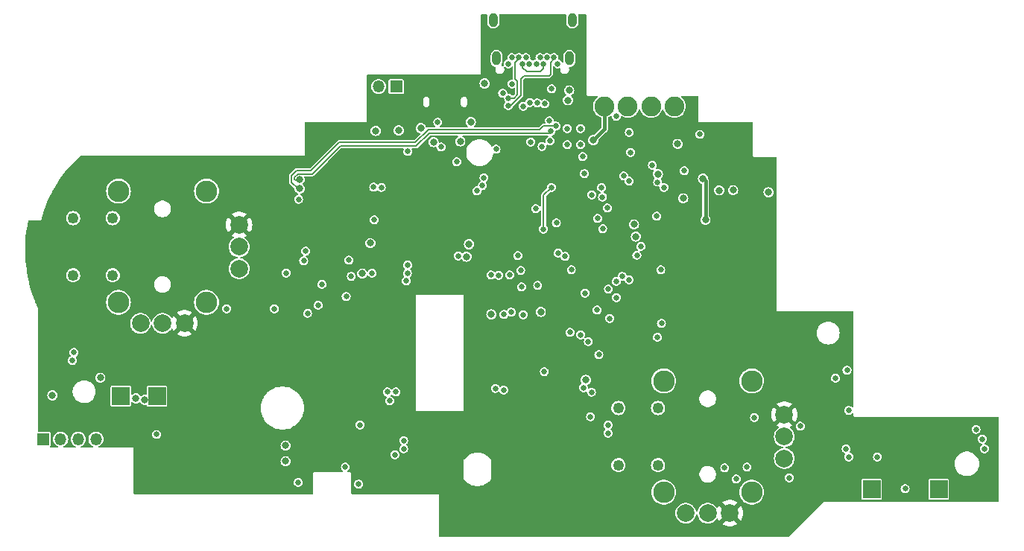
<source format=gbr>
G04 #@! TF.GenerationSoftware,KiCad,Pcbnew,8.0.2*
G04 #@! TF.CreationDate,2024-07-17T21:38:57-07:00*
G04 #@! TF.ProjectId,progcc_3.2_main,70726f67-6363-45f3-932e-325f6d61696e,1*
G04 #@! TF.SameCoordinates,Original*
G04 #@! TF.FileFunction,Copper,L2,Inr*
G04 #@! TF.FilePolarity,Positive*
%FSLAX46Y46*%
G04 Gerber Fmt 4.6, Leading zero omitted, Abs format (unit mm)*
G04 Created by KiCad (PCBNEW 8.0.2) date 2024-07-17 21:38:57*
%MOMM*%
%LPD*%
G01*
G04 APERTURE LIST*
G04 #@! TA.AperFunction,ComponentPad*
%ADD10R,2.000000X2.000000*%
G04 #@! TD*
G04 #@! TA.AperFunction,ComponentPad*
%ADD11R,1.350000X1.350000*%
G04 #@! TD*
G04 #@! TA.AperFunction,ComponentPad*
%ADD12O,1.350000X1.350000*%
G04 #@! TD*
G04 #@! TA.AperFunction,ComponentPad*
%ADD13C,2.450000*%
G04 #@! TD*
G04 #@! TA.AperFunction,ComponentPad*
%ADD14C,1.250000*%
G04 #@! TD*
G04 #@! TA.AperFunction,ComponentPad*
%ADD15C,2.000000*%
G04 #@! TD*
G04 #@! TA.AperFunction,ComponentPad*
%ADD16C,0.650000*%
G04 #@! TD*
G04 #@! TA.AperFunction,ComponentPad*
%ADD17O,1.000000X1.600000*%
G04 #@! TD*
G04 #@! TA.AperFunction,ViaPad*
%ADD18C,0.650000*%
G04 #@! TD*
G04 #@! TA.AperFunction,ViaPad*
%ADD19C,0.800000*%
G04 #@! TD*
G04 #@! TA.AperFunction,ViaPad*
%ADD20C,2.250000*%
G04 #@! TD*
G04 #@! TA.AperFunction,Conductor*
%ADD21C,0.200000*%
G04 #@! TD*
G04 #@! TA.AperFunction,Conductor*
%ADD22C,0.150000*%
G04 #@! TD*
G04 #@! TA.AperFunction,Conductor*
%ADD23C,0.400000*%
G04 #@! TD*
G04 APERTURE END LIST*
D10*
X176936400Y-146021300D03*
X91623896Y-135440000D03*
D11*
X82810000Y-140310000D03*
D12*
X84810000Y-140310000D03*
X86810000Y-140310000D03*
X88810000Y-140310000D03*
D13*
X153320200Y-133697000D03*
X153320200Y-146347000D03*
X163320200Y-133697000D03*
X163320200Y-146347000D03*
D14*
X152670200Y-136772000D03*
X152670200Y-143272000D03*
X148170200Y-136772000D03*
X148170200Y-143272000D03*
D15*
X155820200Y-148722000D03*
X158320200Y-148722000D03*
X160820200Y-148722000D03*
X167020200Y-142522000D03*
X167020200Y-140022000D03*
X167020200Y-137522000D03*
D11*
X122920000Y-100228400D03*
D12*
X120920000Y-100228400D03*
D16*
X135660000Y-97625000D03*
X136060000Y-96925000D03*
X136860000Y-96925000D03*
X137260000Y-97625000D03*
X137660000Y-96925000D03*
X138060000Y-97625000D03*
X138860000Y-97625000D03*
X139260000Y-96925000D03*
X139660000Y-97625000D03*
X140060000Y-96925000D03*
X140860000Y-96925000D03*
X141260000Y-97625000D03*
D17*
X142950000Y-92635000D03*
X142590000Y-97025000D03*
X134330000Y-97025000D03*
X133970000Y-92635000D03*
D13*
X91377000Y-112107600D03*
X91377000Y-124757600D03*
X101377000Y-112107600D03*
X101377000Y-124757600D03*
D14*
X90727000Y-115182600D03*
X90727000Y-121682600D03*
X86227000Y-115182600D03*
X86227000Y-121682600D03*
D15*
X93877000Y-127132600D03*
X96377000Y-127132600D03*
X98877000Y-127132600D03*
X105077000Y-120932600D03*
X105077000Y-118432600D03*
X105077000Y-115932600D03*
D10*
X95740000Y-135410000D03*
X184556400Y-145995900D03*
D18*
X123774200Y-141427200D03*
X123774200Y-140462000D03*
X118643400Y-145415000D03*
X111785400Y-145237200D03*
X189738000Y-141401800D03*
X189484000Y-140309600D03*
X188798200Y-139192000D03*
X145948400Y-130708400D03*
X147193000Y-126593600D03*
X120192800Y-121437400D03*
X135128000Y-134721600D03*
X134188200Y-134543800D03*
X121920000Y-134950200D03*
X122885200Y-134950200D03*
X122174000Y-135940800D03*
X168833800Y-138836400D03*
X161544000Y-144830800D03*
D19*
X133240000Y-147070000D03*
X145570000Y-145690000D03*
X120040000Y-126000000D03*
D18*
X142494000Y-125095000D03*
D19*
X113004600Y-139115800D03*
D18*
X136296400Y-123139200D03*
D19*
X167843200Y-135001000D03*
D18*
X140926929Y-122588129D03*
X120396000Y-110566200D03*
D19*
X169062400Y-147167600D03*
D18*
X111861600Y-121920000D03*
D19*
X134493000Y-139395200D03*
X119006702Y-116774102D03*
D18*
X136448800Y-115112800D03*
D19*
X141510000Y-147190000D03*
D18*
X106095800Y-126542800D03*
X138208690Y-107452022D03*
X138620500Y-116483094D03*
D19*
X122783600Y-110693200D03*
X185750200Y-140284200D03*
D18*
X144297400Y-111201200D03*
D19*
X151053800Y-147548600D03*
D18*
X145313400Y-119964200D03*
X88519000Y-126568200D03*
X106070400Y-113588800D03*
X134213600Y-106222800D03*
X88392000Y-113614200D03*
X133553200Y-111150400D03*
D19*
X115595400Y-126568200D03*
X162080000Y-114510000D03*
X121031000Y-114173000D03*
D18*
X136555272Y-104215215D03*
X143520073Y-115278056D03*
D19*
X162175896Y-110478591D03*
D18*
X95590000Y-138710000D03*
X131013200Y-123317000D03*
D19*
X137540000Y-147190000D03*
D18*
X143891000Y-109042200D03*
D19*
X151053800Y-134289800D03*
D18*
X149555200Y-107696000D03*
X142824200Y-121038129D03*
X152603200Y-128727200D03*
X180746400Y-145948400D03*
X149402800Y-105435400D03*
D19*
X159607099Y-112015147D03*
D18*
X137072363Y-121131594D03*
D19*
X161199272Y-112009786D03*
D18*
X95710000Y-139780000D03*
D20*
X154533400Y-102463600D03*
D19*
X131191000Y-118135400D03*
D18*
X134277100Y-107339094D03*
X152984200Y-121056400D03*
X111836200Y-113030000D03*
X150266400Y-119405400D03*
X132892800Y-110591600D03*
X155650000Y-109800000D03*
X172847000Y-133375400D03*
X120421400Y-115366800D03*
X144110000Y-108170000D03*
X140335784Y-104124918D03*
D19*
X165227000Y-112242600D03*
D18*
X157430000Y-105660000D03*
X174320200Y-137033000D03*
X153350000Y-111675000D03*
X174345600Y-142341600D03*
X138988800Y-122834400D03*
X147040600Y-123240800D03*
X117246400Y-124079000D03*
X177596800Y-142341600D03*
X153060400Y-127152400D03*
D19*
X131394200Y-104241600D03*
D18*
X152527000Y-114960400D03*
X174142400Y-132461000D03*
X144297400Y-110109000D03*
X150723600Y-118389400D03*
X138214403Y-106526609D03*
X147929600Y-103606600D03*
X138785600Y-114096800D03*
X174040800Y-141427200D03*
X124231400Y-107599500D03*
X128016000Y-107091500D03*
D19*
X142570200Y-100660200D03*
D18*
X139661900Y-116432294D03*
X140552529Y-111680482D03*
X135661400Y-102387400D03*
X136093200Y-99923600D03*
D19*
X125722725Y-104956086D03*
X130199837Y-106444519D03*
X127177237Y-106529446D03*
X123215400Y-105206800D03*
D18*
X140589000Y-100482400D03*
X135686800Y-101523800D03*
X138105188Y-102039497D03*
X142350000Y-104987500D03*
D20*
X151883400Y-102463600D03*
D18*
X139802765Y-102180015D03*
X145144807Y-112533218D03*
D19*
X157782026Y-110690426D03*
X152657200Y-110163000D03*
X154910000Y-106750000D03*
X158055736Y-115366800D03*
X89310000Y-133330000D03*
D18*
X152618203Y-111081857D03*
X138957046Y-102068159D03*
D20*
X149233400Y-102463600D03*
D18*
X143870000Y-104987500D03*
X135026400Y-100965000D03*
D19*
X120599200Y-105257600D03*
X132969000Y-99872800D03*
D18*
X112852200Y-126009400D03*
X109093000Y-125476000D03*
X146989800Y-139623800D03*
X160248600Y-143586200D03*
X146989800Y-138709400D03*
X163626800Y-137845800D03*
X167589200Y-144703800D03*
X162788600Y-143484600D03*
X136753600Y-119430800D03*
X133705600Y-121640600D03*
X124219200Y-120510800D03*
X114054979Y-125077210D03*
X149387551Y-122193703D03*
X103657400Y-125476000D03*
X118821200Y-138684000D03*
X129794000Y-108762800D03*
X127641468Y-104273468D03*
X132723174Y-111472425D03*
X146253200Y-111709200D03*
X145808515Y-115208631D03*
X86309200Y-130450000D03*
X124080000Y-122310000D03*
X135813800Y-121640600D03*
D19*
X119075200Y-121488200D03*
D18*
X142113000Y-119532400D03*
X147955000Y-124206000D03*
X147929600Y-122377200D03*
X117830600Y-121793000D03*
X142671800Y-128168400D03*
X144754600Y-129235200D03*
X148590000Y-121793000D03*
X145745200Y-125628400D03*
X114477800Y-122707400D03*
X141325600Y-119151400D03*
X124204300Y-121435700D03*
X134569200Y-121666000D03*
X110413800Y-121412000D03*
X143891000Y-128447800D03*
X146380000Y-116380000D03*
X144373600Y-123698000D03*
X146912549Y-114022382D03*
D19*
X142440709Y-101770594D03*
D20*
X146583400Y-102463600D03*
D19*
X145326152Y-106303738D03*
D18*
X137367240Y-102463027D03*
X132089527Y-112088469D03*
X144221200Y-134467600D03*
X117551200Y-119964200D03*
D19*
X130911600Y-119557800D03*
D18*
X139750800Y-132638800D03*
D19*
X119983925Y-118022388D03*
D18*
X137337800Y-126161800D03*
X137160000Y-122986800D03*
X112649000Y-118922800D03*
X129971800Y-119481600D03*
D19*
X150164800Y-117271800D03*
D18*
X148767800Y-110369400D03*
D19*
X139344400Y-125831600D03*
D18*
X149377400Y-110972600D03*
D19*
X149936200Y-115900200D03*
X133731000Y-126136400D03*
D18*
X112420400Y-120015000D03*
D19*
X144475200Y-133578600D03*
D18*
X140470827Y-105311470D03*
D19*
X111963200Y-110777800D03*
D18*
X141058451Y-104693756D03*
D19*
X111963200Y-111827800D03*
D18*
X135991600Y-125857000D03*
X121234200Y-111709200D03*
X120370600Y-111658400D03*
X135153400Y-126136400D03*
X142350000Y-106813850D03*
X139497933Y-107031003D03*
X143870000Y-106812500D03*
X140380000Y-106390000D03*
X86130000Y-131360000D03*
D19*
X83870800Y-135331200D03*
D18*
X146366405Y-112789152D03*
D19*
X155528941Y-112932354D03*
D18*
X152027395Y-109166476D03*
X141122400Y-115722400D03*
X122783600Y-142087600D03*
X145008600Y-137769600D03*
X145110200Y-134975600D03*
D19*
X110363000Y-141046200D03*
X94380000Y-135840000D03*
D18*
X117144800Y-143484600D03*
D19*
X93360000Y-135680000D03*
X110363000Y-142824200D03*
D21*
X139661900Y-112571111D02*
X140552529Y-111680482D01*
X139661900Y-116432294D02*
X139661900Y-112571111D01*
D22*
X140860000Y-97087200D02*
X140462000Y-97485200D01*
X137058400Y-101256774D02*
X135927774Y-102387400D01*
X140309600Y-98983800D02*
X137464800Y-98983800D01*
X140462000Y-98831400D02*
X140309600Y-98983800D01*
X140462000Y-97485200D02*
X140462000Y-98831400D01*
X137464800Y-98983800D02*
X137058400Y-99390200D01*
X140860000Y-96925000D02*
X140860000Y-97087200D01*
X137058400Y-99390200D02*
X137058400Y-101256774D01*
X135927774Y-102387400D02*
X135661400Y-102387400D01*
X136296400Y-101523800D02*
X135686800Y-101523800D01*
X136860000Y-96925000D02*
X136860000Y-97074000D01*
X136860000Y-97074000D02*
X136448800Y-97485200D01*
X136702800Y-99618800D02*
X136702800Y-101117400D01*
X136448800Y-99364800D02*
X136702800Y-99618800D01*
X136448800Y-97485200D02*
X136448800Y-99364800D01*
X136702800Y-101117400D02*
X136296400Y-101523800D01*
D23*
X157782026Y-110690426D02*
X158055736Y-110964136D01*
X158055736Y-110964136D02*
X158055736Y-115366800D01*
D21*
X139660000Y-98134800D02*
X139660000Y-97625000D01*
X139268200Y-98526600D02*
X139660000Y-98134800D01*
X137260000Y-98042400D02*
X137744200Y-98526600D01*
X137260000Y-97625000D02*
X137260000Y-98042400D01*
D23*
X146583400Y-102463600D02*
X146583400Y-105046490D01*
D21*
X137744200Y-98526600D02*
X139268200Y-98526600D01*
D23*
X146583400Y-105046490D02*
X145326152Y-106303738D01*
D22*
X126673000Y-105508400D02*
X125199800Y-106981600D01*
X111401200Y-110496644D02*
X111401200Y-110766200D01*
X140273897Y-105508400D02*
X126673000Y-105508400D01*
X140470827Y-105311470D02*
X140273897Y-105508400D01*
X113392244Y-110156600D02*
X111741244Y-110156600D01*
X111841537Y-110899463D02*
X111963200Y-110777800D01*
X125199800Y-106981600D02*
X116567244Y-106981600D01*
X111401200Y-110766200D02*
X111534463Y-110899463D01*
X111534463Y-110899463D02*
X111841537Y-110899463D01*
X116567244Y-106981600D02*
X113392244Y-110156600D01*
X111741244Y-110156600D02*
X111401200Y-110496644D01*
X126565000Y-105108400D02*
X125091800Y-106581600D01*
X139654244Y-104693756D02*
X139239600Y-105108400D01*
X111748156Y-111827800D02*
X111963200Y-111827800D01*
X113226556Y-109756600D02*
X111575556Y-109756600D01*
X111575556Y-109756600D02*
X111001200Y-110330956D01*
X141058451Y-104693756D02*
X139654244Y-104693756D01*
X111001200Y-111080844D02*
X111748156Y-111827800D01*
X116401556Y-106581600D02*
X113226556Y-109756600D01*
X111001200Y-110330956D02*
X111001200Y-111080844D01*
X125091800Y-106581600D02*
X116401556Y-106581600D01*
X139239600Y-105108400D02*
X126565000Y-105108400D01*
G04 #@! TA.AperFunction,Conductor*
G36*
X133290049Y-92035680D02*
G01*
X133320489Y-92088403D01*
X133315716Y-92131952D01*
X133316921Y-92132318D01*
X133315651Y-92136505D01*
X133289500Y-92267972D01*
X133289500Y-93002027D01*
X133315651Y-93133494D01*
X133315652Y-93133500D01*
X133366946Y-93257334D01*
X133366948Y-93257338D01*
X133441421Y-93368794D01*
X133536206Y-93463579D01*
X133647662Y-93538052D01*
X133688943Y-93555151D01*
X133771499Y-93589347D01*
X133771500Y-93589347D01*
X133771505Y-93589349D01*
X133902977Y-93615500D01*
X133902981Y-93615500D01*
X134037019Y-93615500D01*
X134037023Y-93615500D01*
X134168495Y-93589349D01*
X134292338Y-93538052D01*
X134403794Y-93463579D01*
X134498579Y-93368794D01*
X134573052Y-93257338D01*
X134624349Y-93133495D01*
X134650500Y-93002023D01*
X134650500Y-92267977D01*
X134624349Y-92136505D01*
X134624345Y-92136496D01*
X134623079Y-92132318D01*
X134624671Y-92131834D01*
X134622274Y-92077107D01*
X134659328Y-92028803D01*
X134707159Y-92014858D01*
X142212841Y-92014858D01*
X142270049Y-92035680D01*
X142300489Y-92088403D01*
X142295716Y-92131952D01*
X142296921Y-92132318D01*
X142295651Y-92136505D01*
X142269500Y-92267972D01*
X142269500Y-93002027D01*
X142295651Y-93133494D01*
X142295652Y-93133500D01*
X142346946Y-93257334D01*
X142346948Y-93257338D01*
X142421421Y-93368794D01*
X142516206Y-93463579D01*
X142627662Y-93538052D01*
X142668943Y-93555151D01*
X142751499Y-93589347D01*
X142751500Y-93589347D01*
X142751505Y-93589349D01*
X142882977Y-93615500D01*
X142882981Y-93615500D01*
X143017019Y-93615500D01*
X143017023Y-93615500D01*
X143148495Y-93589349D01*
X143272338Y-93538052D01*
X143383794Y-93463579D01*
X143478579Y-93368794D01*
X143553052Y-93257338D01*
X143604349Y-93133495D01*
X143630500Y-93002023D01*
X143630500Y-92267977D01*
X143604349Y-92136505D01*
X143604345Y-92136496D01*
X143603079Y-92132318D01*
X143604671Y-92131834D01*
X143602274Y-92077107D01*
X143639328Y-92028803D01*
X143687159Y-92014858D01*
X144466725Y-92014858D01*
X144523933Y-92035680D01*
X144554373Y-92088403D01*
X144555725Y-92103858D01*
X144555725Y-101084422D01*
X144555725Y-101144294D01*
X144578638Y-101199609D01*
X144620974Y-101241945D01*
X144676289Y-101264858D01*
X145737039Y-101264858D01*
X145794247Y-101285680D01*
X145824687Y-101338403D01*
X145814115Y-101398358D01*
X145788087Y-101426762D01*
X145741040Y-101459704D01*
X145579507Y-101621237D01*
X145448483Y-101808360D01*
X145448481Y-101808362D01*
X145351946Y-102015382D01*
X145351943Y-102015391D01*
X145292821Y-102236035D01*
X145292820Y-102236040D01*
X145272913Y-102463596D01*
X145272913Y-102463603D01*
X145292820Y-102691159D01*
X145292821Y-102691164D01*
X145351943Y-102911808D01*
X145351946Y-102911817D01*
X145448481Y-103118838D01*
X145448483Y-103118840D01*
X145448485Y-103118844D01*
X145579509Y-103305965D01*
X145741035Y-103467491D01*
X145928156Y-103598515D01*
X145928159Y-103598516D01*
X145928161Y-103598518D01*
X146135182Y-103695053D01*
X146135184Y-103695054D01*
X146135186Y-103695054D01*
X146135187Y-103695055D01*
X146136920Y-103695519D01*
X146137416Y-103695866D01*
X146138838Y-103696384D01*
X146138699Y-103696764D01*
X146186796Y-103730429D01*
X146202900Y-103781490D01*
X146202900Y-104852016D01*
X146182078Y-104909224D01*
X146176832Y-104914949D01*
X145399072Y-105692708D01*
X145343897Y-105718436D01*
X145331985Y-105718177D01*
X145331985Y-105718229D01*
X145326155Y-105718229D01*
X145326153Y-105718229D01*
X145326152Y-105718229D01*
X145174611Y-105738180D01*
X145174609Y-105738180D01*
X145174607Y-105738181D01*
X145033403Y-105796669D01*
X145033395Y-105796674D01*
X144912140Y-105889716D01*
X144912130Y-105889726D01*
X144819088Y-106010981D01*
X144819083Y-106010989D01*
X144760595Y-106152193D01*
X144760594Y-106152195D01*
X144760594Y-106152197D01*
X144740643Y-106303738D01*
X144760594Y-106455279D01*
X144760594Y-106455281D01*
X144760595Y-106455282D01*
X144819083Y-106596487D01*
X144819084Y-106596489D01*
X144819086Y-106596493D01*
X144912135Y-106717755D01*
X145033397Y-106810804D01*
X145174611Y-106869296D01*
X145326152Y-106889247D01*
X145477693Y-106869296D01*
X145618907Y-106810804D01*
X145698147Y-106750000D01*
X154324491Y-106750000D01*
X154344442Y-106901541D01*
X154344442Y-106901543D01*
X154344443Y-106901544D01*
X154402931Y-107042749D01*
X154402932Y-107042751D01*
X154402934Y-107042755D01*
X154440337Y-107091499D01*
X154467063Y-107126329D01*
X154495983Y-107164017D01*
X154617245Y-107257066D01*
X154758459Y-107315558D01*
X154910000Y-107335509D01*
X155061541Y-107315558D01*
X155202755Y-107257066D01*
X155324017Y-107164017D01*
X155417066Y-107042755D01*
X155475558Y-106901541D01*
X155495509Y-106750000D01*
X155475558Y-106598459D01*
X155417066Y-106457246D01*
X155335484Y-106350927D01*
X155324021Y-106335988D01*
X155324020Y-106335987D01*
X155324017Y-106335983D01*
X155324012Y-106335979D01*
X155324011Y-106335978D01*
X155267967Y-106292974D01*
X155202755Y-106242934D01*
X155202751Y-106242932D01*
X155202749Y-106242931D01*
X155061544Y-106184443D01*
X155061543Y-106184442D01*
X155061541Y-106184442D01*
X154910000Y-106164491D01*
X154758459Y-106184442D01*
X154758457Y-106184442D01*
X154758455Y-106184443D01*
X154617251Y-106242931D01*
X154617243Y-106242936D01*
X154495988Y-106335978D01*
X154495978Y-106335988D01*
X154402936Y-106457243D01*
X154402931Y-106457251D01*
X154344443Y-106598455D01*
X154344442Y-106598457D01*
X154344442Y-106598459D01*
X154324491Y-106750000D01*
X145698147Y-106750000D01*
X145740169Y-106717755D01*
X145833218Y-106596493D01*
X145891710Y-106455279D01*
X145911661Y-106303738D01*
X145911660Y-106303736D01*
X145911661Y-106303734D01*
X145911661Y-106297904D01*
X145913533Y-106297904D01*
X145925042Y-106245943D01*
X145937176Y-106230820D01*
X146732599Y-105435399D01*
X148892102Y-105435399D01*
X148892102Y-105435400D01*
X148912788Y-105579279D01*
X148973172Y-105711502D01*
X148973174Y-105711505D01*
X149064560Y-105816970D01*
X149068364Y-105821360D01*
X149190648Y-105899947D01*
X149330120Y-105940900D01*
X149330122Y-105940900D01*
X149475478Y-105940900D01*
X149475480Y-105940900D01*
X149614952Y-105899947D01*
X149737236Y-105821360D01*
X149832426Y-105711504D01*
X149855948Y-105659999D01*
X156919302Y-105659999D01*
X156919302Y-105660000D01*
X156939988Y-105803879D01*
X157000372Y-105936102D01*
X157000374Y-105936105D01*
X157082174Y-106030507D01*
X157095564Y-106045960D01*
X157217848Y-106124547D01*
X157357320Y-106165500D01*
X157357322Y-106165500D01*
X157502678Y-106165500D01*
X157502680Y-106165500D01*
X157642152Y-106124547D01*
X157764436Y-106045960D01*
X157859626Y-105936104D01*
X157920011Y-105803880D01*
X157940698Y-105660000D01*
X157935063Y-105620811D01*
X157920011Y-105516120D01*
X157859627Y-105383897D01*
X157859625Y-105383894D01*
X157764436Y-105274040D01*
X157748194Y-105263602D01*
X157642152Y-105195453D01*
X157502680Y-105154500D01*
X157357320Y-105154500D01*
X157217848Y-105195453D01*
X157205017Y-105203699D01*
X157095563Y-105274040D01*
X157000374Y-105383894D01*
X157000372Y-105383897D01*
X156939988Y-105516120D01*
X156919302Y-105659999D01*
X149855948Y-105659999D01*
X149892811Y-105579280D01*
X149913498Y-105435400D01*
X149909722Y-105409141D01*
X149892811Y-105291520D01*
X149832427Y-105159297D01*
X149832425Y-105159294D01*
X149737236Y-105049440D01*
X149715336Y-105035366D01*
X149614952Y-104970853D01*
X149475480Y-104929900D01*
X149330120Y-104929900D01*
X149190648Y-104970853D01*
X149183693Y-104975323D01*
X149068363Y-105049440D01*
X148973174Y-105159294D01*
X148973172Y-105159297D01*
X148912788Y-105291520D01*
X148892102Y-105435399D01*
X146732599Y-105435399D01*
X146887876Y-105280122D01*
X146937969Y-105193358D01*
X146963900Y-105096584D01*
X146963900Y-104996396D01*
X146963900Y-103781490D01*
X146984722Y-103724282D01*
X147028067Y-103696673D01*
X147027962Y-103696384D01*
X147029268Y-103695908D01*
X147029879Y-103695519D01*
X147031613Y-103695055D01*
X147238644Y-103598515D01*
X147282814Y-103567586D01*
X147341614Y-103551831D01*
X147396790Y-103577558D01*
X147421953Y-103627825D01*
X147435822Y-103724282D01*
X147439589Y-103750480D01*
X147447576Y-103767968D01*
X147499972Y-103882702D01*
X147499974Y-103882705D01*
X147585180Y-103981038D01*
X147595164Y-103992560D01*
X147717448Y-104071147D01*
X147856920Y-104112100D01*
X147856922Y-104112100D01*
X148002278Y-104112100D01*
X148002280Y-104112100D01*
X148141752Y-104071147D01*
X148264036Y-103992560D01*
X148359226Y-103882704D01*
X148419611Y-103750480D01*
X148433368Y-103654797D01*
X148462118Y-103601137D01*
X148518637Y-103578510D01*
X148572508Y-103594560D01*
X148578156Y-103598515D01*
X148578158Y-103598516D01*
X148578161Y-103598518D01*
X148785182Y-103695053D01*
X148785184Y-103695053D01*
X148785187Y-103695055D01*
X148791565Y-103696764D01*
X149005835Y-103754178D01*
X149005840Y-103754179D01*
X149233396Y-103774087D01*
X149233400Y-103774087D01*
X149233404Y-103774087D01*
X149460959Y-103754179D01*
X149460964Y-103754178D01*
X149474769Y-103750479D01*
X149681613Y-103695055D01*
X149767940Y-103654800D01*
X149888638Y-103598518D01*
X149888638Y-103598517D01*
X149888644Y-103598515D01*
X150075765Y-103467491D01*
X150237291Y-103305965D01*
X150368315Y-103118844D01*
X150464855Y-102911813D01*
X150472432Y-102883533D01*
X150507351Y-102833664D01*
X150566156Y-102817907D01*
X150621332Y-102843635D01*
X150644367Y-102883532D01*
X150651944Y-102911808D01*
X150651946Y-102911816D01*
X150651946Y-102911817D01*
X150748481Y-103118838D01*
X150748483Y-103118840D01*
X150748485Y-103118844D01*
X150879509Y-103305965D01*
X151041035Y-103467491D01*
X151228156Y-103598515D01*
X151228159Y-103598516D01*
X151228161Y-103598518D01*
X151435182Y-103695053D01*
X151435184Y-103695053D01*
X151435187Y-103695055D01*
X151441565Y-103696764D01*
X151655835Y-103754178D01*
X151655840Y-103754179D01*
X151883396Y-103774087D01*
X151883400Y-103774087D01*
X151883404Y-103774087D01*
X152110959Y-103754179D01*
X152110964Y-103754178D01*
X152124769Y-103750479D01*
X152331613Y-103695055D01*
X152417940Y-103654800D01*
X152538638Y-103598518D01*
X152538638Y-103598517D01*
X152538644Y-103598515D01*
X152725765Y-103467491D01*
X152887291Y-103305965D01*
X153018315Y-103118844D01*
X153114855Y-102911813D01*
X153122432Y-102883533D01*
X153157351Y-102833664D01*
X153216156Y-102817907D01*
X153271332Y-102843635D01*
X153294367Y-102883532D01*
X153301944Y-102911808D01*
X153301946Y-102911816D01*
X153301946Y-102911817D01*
X153398481Y-103118838D01*
X153398483Y-103118840D01*
X153398485Y-103118844D01*
X153529509Y-103305965D01*
X153691035Y-103467491D01*
X153878156Y-103598515D01*
X153878159Y-103598516D01*
X153878161Y-103598518D01*
X154085182Y-103695053D01*
X154085184Y-103695053D01*
X154085187Y-103695055D01*
X154091565Y-103696764D01*
X154305835Y-103754178D01*
X154305840Y-103754179D01*
X154533396Y-103774087D01*
X154533400Y-103774087D01*
X154533404Y-103774087D01*
X154760959Y-103754179D01*
X154760964Y-103754178D01*
X154774769Y-103750479D01*
X154981613Y-103695055D01*
X155067940Y-103654800D01*
X155188638Y-103598518D01*
X155188638Y-103598517D01*
X155188644Y-103598515D01*
X155375765Y-103467491D01*
X155537291Y-103305965D01*
X155668315Y-103118844D01*
X155764855Y-102911813D01*
X155823978Y-102691164D01*
X155823979Y-102691159D01*
X155843887Y-102463603D01*
X155843887Y-102463596D01*
X155823979Y-102236040D01*
X155823978Y-102236035D01*
X155764856Y-102015391D01*
X155764853Y-102015382D01*
X155668318Y-101808362D01*
X155668316Y-101808360D01*
X155668315Y-101808357D01*
X155537291Y-101621235D01*
X155375765Y-101459709D01*
X155375761Y-101459706D01*
X155375759Y-101459704D01*
X155328713Y-101426762D01*
X155293794Y-101376893D01*
X155299100Y-101316245D01*
X155342148Y-101273197D01*
X155379761Y-101264858D01*
X157166725Y-101264858D01*
X157223933Y-101285680D01*
X157254373Y-101338403D01*
X157255725Y-101353858D01*
X157255725Y-104084422D01*
X157255725Y-104144294D01*
X157278638Y-104199609D01*
X157320974Y-104241945D01*
X157376289Y-104264858D01*
X163366725Y-104264858D01*
X163423933Y-104285680D01*
X163454373Y-104338403D01*
X163455725Y-104353858D01*
X163455725Y-108144294D01*
X163478638Y-108199609D01*
X163520974Y-108241945D01*
X163576289Y-108264858D01*
X163636161Y-108264858D01*
X166066725Y-108264858D01*
X166123933Y-108285680D01*
X166154373Y-108338403D01*
X166155725Y-108353858D01*
X166155725Y-125644294D01*
X166178638Y-125699609D01*
X166220974Y-125741945D01*
X166276289Y-125764858D01*
X166336161Y-125764858D01*
X174766725Y-125764858D01*
X174823933Y-125785680D01*
X174854373Y-125838403D01*
X174855725Y-125853858D01*
X174855725Y-136640491D01*
X174834903Y-136697699D01*
X174782180Y-136728139D01*
X174722225Y-136717567D01*
X174699463Y-136698774D01*
X174654636Y-136647040D01*
X174532352Y-136568453D01*
X174392880Y-136527500D01*
X174247520Y-136527500D01*
X174108048Y-136568453D01*
X174073744Y-136590499D01*
X173985763Y-136647040D01*
X173890574Y-136756894D01*
X173890572Y-136756897D01*
X173830188Y-136889120D01*
X173809502Y-137032999D01*
X173809502Y-137033000D01*
X173830188Y-137176879D01*
X173890572Y-137309102D01*
X173890574Y-137309105D01*
X173974319Y-137405752D01*
X173985764Y-137418960D01*
X174108048Y-137497547D01*
X174247520Y-137538500D01*
X174247522Y-137538500D01*
X174392878Y-137538500D01*
X174392880Y-137538500D01*
X174532352Y-137497547D01*
X174654636Y-137418960D01*
X174699463Y-137367225D01*
X174752662Y-137337626D01*
X174812442Y-137349147D01*
X174850830Y-137396399D01*
X174855725Y-137425508D01*
X174855725Y-137584421D01*
X174855725Y-137644293D01*
X174878638Y-137699608D01*
X174920974Y-137741944D01*
X174976289Y-137764857D01*
X191316725Y-137764857D01*
X191373933Y-137785679D01*
X191404373Y-137838402D01*
X191405725Y-137853857D01*
X191405725Y-147374857D01*
X191384903Y-147432065D01*
X191332180Y-147462505D01*
X191316725Y-147463857D01*
X171594423Y-147463857D01*
X171589701Y-147463422D01*
X171555900Y-147463850D01*
X171554773Y-147463857D01*
X171526227Y-147463857D01*
X171525958Y-147463914D01*
X171524815Y-147464149D01*
X171524449Y-147464221D01*
X171498314Y-147475435D01*
X171497289Y-147475867D01*
X171470909Y-147486796D01*
X171470589Y-147487017D01*
X171469630Y-147487667D01*
X171469405Y-147487817D01*
X171449473Y-147508259D01*
X171448686Y-147509056D01*
X171424795Y-147532948D01*
X171421810Y-147536631D01*
X167618964Y-151436988D01*
X167564118Y-151463413D01*
X167555240Y-151463857D01*
X127895726Y-151463857D01*
X127838518Y-151443035D01*
X127808078Y-151390312D01*
X127806726Y-151374857D01*
X127806726Y-148721996D01*
X154634643Y-148721996D01*
X154634643Y-148722003D01*
X154654827Y-148939840D01*
X154654830Y-148939853D01*
X154714700Y-149150272D01*
X154714702Y-149150276D01*
X154812217Y-149346111D01*
X154812220Y-149346116D01*
X154944063Y-149520705D01*
X155105744Y-149668097D01*
X155291744Y-149783263D01*
X155291753Y-149783268D01*
X155476732Y-149854928D01*
X155495757Y-149862299D01*
X155710811Y-149902500D01*
X155710813Y-149902500D01*
X155929587Y-149902500D01*
X155929589Y-149902500D01*
X156144643Y-149862299D01*
X156280646Y-149809611D01*
X156348646Y-149783268D01*
X156348655Y-149783263D01*
X156534655Y-149668097D01*
X156534655Y-149668096D01*
X156534658Y-149668095D01*
X156696337Y-149520705D01*
X156828181Y-149346115D01*
X156925699Y-149150273D01*
X156946959Y-149075553D01*
X156984598Y-148943268D01*
X157020281Y-148893942D01*
X157079322Y-148879093D01*
X157134094Y-148905668D01*
X157155802Y-148943268D01*
X157214700Y-149150272D01*
X157214702Y-149150276D01*
X157312217Y-149346111D01*
X157312220Y-149346116D01*
X157444063Y-149520705D01*
X157605744Y-149668097D01*
X157791744Y-149783263D01*
X157791753Y-149783268D01*
X157976732Y-149854928D01*
X157995757Y-149862299D01*
X158210811Y-149902500D01*
X158210813Y-149902500D01*
X158429587Y-149902500D01*
X158429589Y-149902500D01*
X158644643Y-149862299D01*
X158780646Y-149809611D01*
X158848646Y-149783268D01*
X158848655Y-149783263D01*
X159034655Y-149668097D01*
X159034655Y-149668096D01*
X159034658Y-149668095D01*
X159196337Y-149520705D01*
X159317516Y-149360237D01*
X159368606Y-149327134D01*
X159429024Y-149334615D01*
X159470042Y-149378122D01*
X159496467Y-149438366D01*
X159596764Y-149591881D01*
X160337237Y-148851408D01*
X160354275Y-148914993D01*
X160420101Y-149029007D01*
X160513193Y-149122099D01*
X160627207Y-149187925D01*
X160690789Y-149204962D01*
X159950142Y-149945609D01*
X159996965Y-149982053D01*
X160215589Y-150100366D01*
X160215596Y-150100369D01*
X160450706Y-150181082D01*
X160450713Y-150181084D01*
X160695904Y-150221999D01*
X160695907Y-150222000D01*
X160944493Y-150222000D01*
X160944495Y-150221999D01*
X161189686Y-150181084D01*
X161189693Y-150181082D01*
X161424803Y-150100369D01*
X161424810Y-150100366D01*
X161643427Y-149982057D01*
X161643429Y-149982056D01*
X161690255Y-149945609D01*
X160949608Y-149204962D01*
X161013193Y-149187925D01*
X161127207Y-149122099D01*
X161220299Y-149029007D01*
X161286125Y-148914993D01*
X161303162Y-148851408D01*
X162043634Y-149591880D01*
X162143932Y-149438366D01*
X162243787Y-149210720D01*
X162304813Y-148969735D01*
X162304813Y-148969734D01*
X162325340Y-148722000D01*
X162304813Y-148474265D01*
X162304813Y-148474264D01*
X162243787Y-148233279D01*
X162143932Y-148005633D01*
X162043634Y-147852117D01*
X161303162Y-148592589D01*
X161286125Y-148529007D01*
X161220299Y-148414993D01*
X161127207Y-148321901D01*
X161013193Y-148256075D01*
X160949608Y-148239037D01*
X161690256Y-147498389D01*
X161643439Y-147461950D01*
X161643429Y-147461943D01*
X161424810Y-147343633D01*
X161424803Y-147343630D01*
X161189693Y-147262917D01*
X161189686Y-147262915D01*
X160944495Y-147222000D01*
X160695904Y-147222000D01*
X160450713Y-147262915D01*
X160450706Y-147262917D01*
X160215596Y-147343630D01*
X160215589Y-147343633D01*
X159996970Y-147461943D01*
X159996961Y-147461949D01*
X159950142Y-147498388D01*
X160690791Y-148239037D01*
X160627207Y-148256075D01*
X160513193Y-148321901D01*
X160420101Y-148414993D01*
X160354275Y-148529007D01*
X160337237Y-148592591D01*
X159596763Y-147852117D01*
X159496469Y-148005629D01*
X159496468Y-148005630D01*
X159470042Y-148065877D01*
X159427993Y-148109903D01*
X159367483Y-148116600D01*
X159317514Y-148083760D01*
X159304009Y-148065877D01*
X159196337Y-147923295D01*
X159034658Y-147775905D01*
X159034655Y-147775902D01*
X158848655Y-147660736D01*
X158848646Y-147660731D01*
X158644647Y-147581702D01*
X158644644Y-147581701D01*
X158644643Y-147581701D01*
X158429589Y-147541500D01*
X158210811Y-147541500D01*
X158210810Y-147541500D01*
X157995752Y-147581702D01*
X157791753Y-147660731D01*
X157791744Y-147660736D01*
X157605744Y-147775902D01*
X157444063Y-147923294D01*
X157312220Y-148097883D01*
X157312217Y-148097888D01*
X157214702Y-148293723D01*
X157214700Y-148293727D01*
X157155802Y-148500731D01*
X157120119Y-148550057D01*
X157061078Y-148564906D01*
X157006306Y-148538331D01*
X156984598Y-148500731D01*
X156925699Y-148293727D01*
X156925697Y-148293723D01*
X156828182Y-148097888D01*
X156828181Y-148097885D01*
X156696337Y-147923295D01*
X156534658Y-147775905D01*
X156534655Y-147775902D01*
X156348655Y-147660736D01*
X156348646Y-147660731D01*
X156144647Y-147581702D01*
X156144644Y-147581701D01*
X156144643Y-147581701D01*
X155929589Y-147541500D01*
X155710811Y-147541500D01*
X155710810Y-147541500D01*
X155495752Y-147581702D01*
X155291753Y-147660731D01*
X155291744Y-147660736D01*
X155105744Y-147775902D01*
X154944063Y-147923294D01*
X154812220Y-148097883D01*
X154812217Y-148097888D01*
X154714702Y-148293723D01*
X154714700Y-148293727D01*
X154654830Y-148504146D01*
X154654827Y-148504159D01*
X154634643Y-148721996D01*
X127806726Y-148721996D01*
X127806726Y-146684421D01*
X127783813Y-146629106D01*
X127741477Y-146586770D01*
X127686162Y-146563857D01*
X127686161Y-146563857D01*
X117895726Y-146563857D01*
X117838518Y-146543035D01*
X117808078Y-146490312D01*
X117806726Y-146474857D01*
X117806726Y-146347000D01*
X151909883Y-146347000D01*
X151929117Y-146579127D01*
X151929117Y-146579128D01*
X151986298Y-146804931D01*
X152079862Y-147018235D01*
X152079863Y-147018237D01*
X152207262Y-147213235D01*
X152207265Y-147213239D01*
X152207267Y-147213241D01*
X152207269Y-147213244D01*
X152356045Y-147374857D01*
X152365018Y-147384604D01*
X152524403Y-147508658D01*
X152548829Y-147527669D01*
X152548833Y-147527672D01*
X152565388Y-147536631D01*
X152753682Y-147638531D01*
X152973988Y-147714162D01*
X153203737Y-147752500D01*
X153203738Y-147752500D01*
X153436662Y-147752500D01*
X153436663Y-147752500D01*
X153666412Y-147714162D01*
X153886718Y-147638531D01*
X154091570Y-147527670D01*
X154275382Y-147384604D01*
X154433138Y-147213235D01*
X154560537Y-147018237D01*
X154654102Y-146804929D01*
X154711282Y-146579131D01*
X154730517Y-146347000D01*
X161909883Y-146347000D01*
X161929117Y-146579127D01*
X161929117Y-146579128D01*
X161986298Y-146804931D01*
X162079862Y-147018235D01*
X162079863Y-147018237D01*
X162207262Y-147213235D01*
X162207265Y-147213239D01*
X162207267Y-147213241D01*
X162207269Y-147213244D01*
X162356045Y-147374857D01*
X162365018Y-147384604D01*
X162524403Y-147508658D01*
X162548829Y-147527669D01*
X162548833Y-147527672D01*
X162565388Y-147536631D01*
X162753682Y-147638531D01*
X162973988Y-147714162D01*
X163203737Y-147752500D01*
X163203738Y-147752500D01*
X163436662Y-147752500D01*
X163436663Y-147752500D01*
X163666412Y-147714162D01*
X163886718Y-147638531D01*
X164091570Y-147527670D01*
X164275382Y-147384604D01*
X164433138Y-147213235D01*
X164560537Y-147018237D01*
X164654102Y-146804929D01*
X164711282Y-146579131D01*
X164730517Y-146347000D01*
X164711282Y-146114869D01*
X164654102Y-145889071D01*
X164649924Y-145879547D01*
X164589898Y-145742700D01*
X164560537Y-145675763D01*
X164433138Y-145480765D01*
X164433132Y-145480758D01*
X164433130Y-145480755D01*
X164275381Y-145309395D01*
X164091570Y-145166330D01*
X164091566Y-145166327D01*
X163886722Y-145055471D01*
X163886721Y-145055470D01*
X163886718Y-145055469D01*
X163666604Y-144979904D01*
X163666415Y-144979839D01*
X163666414Y-144979838D01*
X163666412Y-144979838D01*
X163666410Y-144979837D01*
X163666408Y-144979837D01*
X163436664Y-144941500D01*
X163436663Y-144941500D01*
X163203737Y-144941500D01*
X163203735Y-144941500D01*
X162973991Y-144979837D01*
X162973984Y-144979839D01*
X162848784Y-145022820D01*
X162753682Y-145055469D01*
X162753680Y-145055469D01*
X162753677Y-145055471D01*
X162548833Y-145166327D01*
X162548829Y-145166330D01*
X162365018Y-145309395D01*
X162207269Y-145480755D01*
X162207267Y-145480758D01*
X162207263Y-145480763D01*
X162207262Y-145480765D01*
X162156227Y-145558880D01*
X162079862Y-145675764D01*
X161986298Y-145889068D01*
X161929117Y-146114871D01*
X161929117Y-146114872D01*
X161909883Y-146347000D01*
X154730517Y-146347000D01*
X154711282Y-146114869D01*
X154654102Y-145889071D01*
X154649924Y-145879547D01*
X154589898Y-145742700D01*
X154560537Y-145675763D01*
X154433138Y-145480765D01*
X154433132Y-145480758D01*
X154433130Y-145480755D01*
X154275381Y-145309395D01*
X154091570Y-145166330D01*
X154091566Y-145166327D01*
X153886722Y-145055471D01*
X153886721Y-145055470D01*
X153886718Y-145055469D01*
X153666604Y-144979904D01*
X153666415Y-144979839D01*
X153666414Y-144979838D01*
X153666412Y-144979838D01*
X153666410Y-144979837D01*
X153666408Y-144979837D01*
X153436664Y-144941500D01*
X153436663Y-144941500D01*
X153203737Y-144941500D01*
X153203735Y-144941500D01*
X152973991Y-144979837D01*
X152973984Y-144979839D01*
X152848784Y-145022820D01*
X152753682Y-145055469D01*
X152753680Y-145055469D01*
X152753677Y-145055471D01*
X152548833Y-145166327D01*
X152548829Y-145166330D01*
X152365018Y-145309395D01*
X152207269Y-145480755D01*
X152207267Y-145480758D01*
X152207263Y-145480763D01*
X152207262Y-145480765D01*
X152156227Y-145558880D01*
X152079862Y-145675764D01*
X151986298Y-145889068D01*
X151929117Y-146114871D01*
X151929117Y-146114872D01*
X151909883Y-146347000D01*
X117806726Y-146347000D01*
X117806726Y-145414999D01*
X118132702Y-145414999D01*
X118132702Y-145415000D01*
X118153388Y-145558879D01*
X118213772Y-145691102D01*
X118213774Y-145691105D01*
X118308963Y-145800959D01*
X118308964Y-145800960D01*
X118431248Y-145879547D01*
X118570720Y-145920500D01*
X118570722Y-145920500D01*
X118716078Y-145920500D01*
X118716080Y-145920500D01*
X118855552Y-145879547D01*
X118977836Y-145800960D01*
X119073026Y-145691104D01*
X119133411Y-145558880D01*
X119154098Y-145415000D01*
X119133411Y-145271120D01*
X119117360Y-145235973D01*
X119073027Y-145138897D01*
X119073025Y-145138894D01*
X118977836Y-145029040D01*
X118938132Y-145003524D01*
X118855552Y-144950453D01*
X118716080Y-144909500D01*
X118570720Y-144909500D01*
X118431248Y-144950453D01*
X118414687Y-144961096D01*
X118308963Y-145029040D01*
X118213774Y-145138894D01*
X118213772Y-145138897D01*
X118153388Y-145271120D01*
X118132702Y-145414999D01*
X117806726Y-145414999D01*
X117806726Y-144184421D01*
X117789946Y-144143913D01*
X117783813Y-144129106D01*
X117741477Y-144086770D01*
X117686162Y-144063857D01*
X117481566Y-144063857D01*
X117424358Y-144043035D01*
X117393918Y-143990312D01*
X117404490Y-143930357D01*
X117433447Y-143899986D01*
X117479236Y-143870560D01*
X117574426Y-143760704D01*
X117634811Y-143628480D01*
X117655498Y-143484600D01*
X117650864Y-143452373D01*
X117634811Y-143340720D01*
X117574427Y-143208497D01*
X117574425Y-143208494D01*
X117479236Y-143098640D01*
X117468320Y-143091625D01*
X117356952Y-143020053D01*
X117217480Y-142979100D01*
X117072120Y-142979100D01*
X116932648Y-143020053D01*
X116888950Y-143048135D01*
X116810363Y-143098640D01*
X116715174Y-143208494D01*
X116715172Y-143208497D01*
X116654788Y-143340720D01*
X116634102Y-143484599D01*
X116634102Y-143484600D01*
X116654788Y-143628479D01*
X116715172Y-143760702D01*
X116715174Y-143760705D01*
X116803208Y-143862302D01*
X116810364Y-143870560D01*
X116856151Y-143899985D01*
X116893020Y-143948431D01*
X116890124Y-144009242D01*
X116848816Y-144053963D01*
X116808034Y-144063857D01*
X113686162Y-144063857D01*
X113626290Y-144063857D01*
X113581049Y-144082597D01*
X113570975Y-144086770D01*
X113528639Y-144129106D01*
X113505726Y-144184421D01*
X113505726Y-146474857D01*
X113484904Y-146532065D01*
X113432181Y-146562505D01*
X113416726Y-146563857D01*
X93195726Y-146563857D01*
X93138518Y-146543035D01*
X93108078Y-146490312D01*
X93106726Y-146474857D01*
X93106726Y-145237199D01*
X111274702Y-145237199D01*
X111274702Y-145237200D01*
X111295388Y-145381079D01*
X111355772Y-145513302D01*
X111355774Y-145513305D01*
X111450963Y-145623159D01*
X111450964Y-145623160D01*
X111573248Y-145701747D01*
X111712720Y-145742700D01*
X111712722Y-145742700D01*
X111858078Y-145742700D01*
X111858080Y-145742700D01*
X111997552Y-145701747D01*
X112119836Y-145623160D01*
X112215026Y-145513304D01*
X112275411Y-145381080D01*
X112296098Y-145237200D01*
X112295921Y-145235972D01*
X112275411Y-145093320D01*
X112215027Y-144961097D01*
X112215025Y-144961094D01*
X112119836Y-144851240D01*
X111997552Y-144772653D01*
X111858080Y-144731700D01*
X111712720Y-144731700D01*
X111573248Y-144772653D01*
X111560607Y-144780777D01*
X111450963Y-144851240D01*
X111355774Y-144961094D01*
X111355772Y-144961097D01*
X111295388Y-145093320D01*
X111274702Y-145237199D01*
X93106726Y-145237199D01*
X93106726Y-142824200D01*
X109777491Y-142824200D01*
X109797442Y-142975741D01*
X109797442Y-142975743D01*
X109797443Y-142975744D01*
X109855931Y-143116949D01*
X109855932Y-143116951D01*
X109855934Y-143116955D01*
X109948983Y-143238217D01*
X110070245Y-143331266D01*
X110211459Y-143389758D01*
X110363000Y-143409709D01*
X110514541Y-143389758D01*
X110655755Y-143331266D01*
X110777017Y-143238217D01*
X110870066Y-143116955D01*
X110928558Y-142975741D01*
X110948509Y-142824200D01*
X110932761Y-142704584D01*
X130601924Y-142704584D01*
X130602868Y-142708217D01*
X130605726Y-142730592D01*
X130605726Y-144769408D01*
X130602868Y-144791780D01*
X130601924Y-144795414D01*
X130601924Y-144795415D01*
X130601924Y-144795416D01*
X130604044Y-144806168D01*
X130605726Y-144823386D01*
X130605726Y-144829936D01*
X130606084Y-144830800D01*
X130608079Y-144835616D01*
X130613171Y-144852452D01*
X130615216Y-144862819D01*
X130617709Y-144866144D01*
X130617717Y-144866154D01*
X130628392Y-144884880D01*
X130628641Y-144885254D01*
X130637719Y-144894332D01*
X130646016Y-144903905D01*
X130711403Y-144991199D01*
X130711410Y-144991206D01*
X130885241Y-145168347D01*
X130888007Y-145171165D01*
X131086831Y-145326224D01*
X131304394Y-145453664D01*
X131536883Y-145551250D01*
X131780226Y-145617274D01*
X131780230Y-145617274D01*
X131780231Y-145617275D01*
X132030151Y-145650577D01*
X132030156Y-145650577D01*
X132282300Y-145650577D01*
X132532220Y-145617275D01*
X132532220Y-145617274D01*
X132532226Y-145617274D01*
X132775569Y-145551250D01*
X133008058Y-145453664D01*
X133225621Y-145326224D01*
X133424445Y-145171165D01*
X133601046Y-144991202D01*
X133666437Y-144903901D01*
X133674739Y-144894324D01*
X133677892Y-144891172D01*
X133683813Y-144885251D01*
X133684066Y-144884871D01*
X133694742Y-144866144D01*
X133695021Y-144865772D01*
X133697236Y-144862819D01*
X133699280Y-144852454D01*
X133704375Y-144835611D01*
X133706725Y-144829938D01*
X133706724Y-144829938D01*
X133706726Y-144829936D01*
X133706726Y-144823386D01*
X133708407Y-144806168D01*
X133710528Y-144795416D01*
X133709584Y-144791780D01*
X133706726Y-144769408D01*
X133706726Y-144228379D01*
X157369700Y-144228379D01*
X157369700Y-144415620D01*
X157406226Y-144599248D01*
X157406227Y-144599250D01*
X157476708Y-144769408D01*
X157477878Y-144772231D01*
X157581898Y-144927908D01*
X157714292Y-145060302D01*
X157869969Y-145164322D01*
X158042949Y-145235973D01*
X158226584Y-145272500D01*
X158226588Y-145272500D01*
X158413812Y-145272500D01*
X158413816Y-145272500D01*
X158597451Y-145235973D01*
X158770431Y-145164322D01*
X158926108Y-145060302D01*
X159058502Y-144927908D01*
X159123388Y-144830799D01*
X161033302Y-144830799D01*
X161033302Y-144830800D01*
X161053988Y-144974679D01*
X161114372Y-145106902D01*
X161114374Y-145106905D01*
X161170056Y-145171165D01*
X161209564Y-145216760D01*
X161331848Y-145295347D01*
X161471320Y-145336300D01*
X161471322Y-145336300D01*
X161616678Y-145336300D01*
X161616680Y-145336300D01*
X161756152Y-145295347D01*
X161878436Y-145216760D01*
X161973626Y-145106904D01*
X162034011Y-144974680D01*
X162054698Y-144830800D01*
X162053989Y-144825872D01*
X162036438Y-144703799D01*
X167078502Y-144703799D01*
X167078502Y-144703800D01*
X167099188Y-144847679D01*
X167159572Y-144979902D01*
X167159574Y-144979905D01*
X167254763Y-145089759D01*
X167254764Y-145089760D01*
X167377048Y-145168347D01*
X167516520Y-145209300D01*
X167516522Y-145209300D01*
X167661878Y-145209300D01*
X167661880Y-145209300D01*
X167801352Y-145168347D01*
X167923636Y-145089760D01*
X167998365Y-145003518D01*
X175755900Y-145003518D01*
X175755900Y-147039076D01*
X175766372Y-147091727D01*
X175766373Y-147091728D01*
X175806267Y-147151433D01*
X175806270Y-147151435D01*
X175806272Y-147151437D01*
X175865970Y-147191326D01*
X175865971Y-147191326D01*
X175865972Y-147191327D01*
X175918623Y-147201800D01*
X177954176Y-147201799D01*
X178006828Y-147191327D01*
X178066533Y-147151433D01*
X178106427Y-147091728D01*
X178116900Y-147039077D01*
X178116899Y-145948399D01*
X180235702Y-145948399D01*
X180235702Y-145948400D01*
X180256388Y-146092279D01*
X180316772Y-146224502D01*
X180316774Y-146224505D01*
X180411963Y-146334359D01*
X180411964Y-146334360D01*
X180534248Y-146412947D01*
X180673720Y-146453900D01*
X180673722Y-146453900D01*
X180819078Y-146453900D01*
X180819080Y-146453900D01*
X180958552Y-146412947D01*
X181080836Y-146334360D01*
X181176026Y-146224504D01*
X181236411Y-146092280D01*
X181257098Y-145948400D01*
X181236411Y-145804520D01*
X181184616Y-145691105D01*
X181176027Y-145672297D01*
X181176025Y-145672294D01*
X181080836Y-145562440D01*
X180958552Y-145483853D01*
X180819080Y-145442900D01*
X180673720Y-145442900D01*
X180534248Y-145483853D01*
X180490550Y-145511935D01*
X180411963Y-145562440D01*
X180316774Y-145672294D01*
X180316772Y-145672297D01*
X180256388Y-145804520D01*
X180235702Y-145948399D01*
X178116899Y-145948399D01*
X178116899Y-145003524D01*
X178112201Y-144979905D01*
X178111846Y-144978118D01*
X183375900Y-144978118D01*
X183375900Y-147013676D01*
X183386372Y-147066327D01*
X183386373Y-147066328D01*
X183426267Y-147126033D01*
X183426270Y-147126035D01*
X183426272Y-147126037D01*
X183485970Y-147165926D01*
X183485971Y-147165926D01*
X183485972Y-147165927D01*
X183538623Y-147176400D01*
X185574176Y-147176399D01*
X185626828Y-147165927D01*
X185686533Y-147126033D01*
X185726427Y-147066328D01*
X185736900Y-147013677D01*
X185736899Y-144978124D01*
X185733512Y-144961097D01*
X185726427Y-144925472D01*
X185703505Y-144891167D01*
X185686533Y-144865767D01*
X185686529Y-144865764D01*
X185686527Y-144865762D01*
X185626829Y-144825873D01*
X185626830Y-144825873D01*
X185574177Y-144815400D01*
X183538623Y-144815400D01*
X183485972Y-144825872D01*
X183426269Y-144865765D01*
X183426262Y-144865772D01*
X183386373Y-144925469D01*
X183375900Y-144978118D01*
X178111846Y-144978118D01*
X178106427Y-144950872D01*
X178071646Y-144898819D01*
X178066533Y-144891167D01*
X178066529Y-144891164D01*
X178066527Y-144891162D01*
X178006829Y-144851273D01*
X178006830Y-144851273D01*
X177954177Y-144840800D01*
X175918623Y-144840800D01*
X175865972Y-144851272D01*
X175806269Y-144891165D01*
X175806262Y-144891172D01*
X175766373Y-144950869D01*
X175755900Y-145003518D01*
X167998365Y-145003518D01*
X168018826Y-144979904D01*
X168079211Y-144847680D01*
X168099898Y-144703800D01*
X168079211Y-144559920D01*
X168056641Y-144510499D01*
X168018827Y-144427697D01*
X168018825Y-144427694D01*
X167923636Y-144317840D01*
X167874823Y-144286470D01*
X167801352Y-144239253D01*
X167661880Y-144198300D01*
X167516520Y-144198300D01*
X167377048Y-144239253D01*
X167333350Y-144267335D01*
X167254763Y-144317840D01*
X167159574Y-144427694D01*
X167159572Y-144427697D01*
X167099188Y-144559920D01*
X167078502Y-144703799D01*
X162036438Y-144703799D01*
X162034011Y-144686920D01*
X161973627Y-144554697D01*
X161973625Y-144554694D01*
X161878436Y-144444840D01*
X161851756Y-144427694D01*
X161756152Y-144366253D01*
X161616680Y-144325300D01*
X161471320Y-144325300D01*
X161331848Y-144366253D01*
X161288150Y-144394335D01*
X161209563Y-144444840D01*
X161114374Y-144554694D01*
X161114372Y-144554697D01*
X161053988Y-144686920D01*
X161033302Y-144830799D01*
X159123388Y-144830799D01*
X159162522Y-144772231D01*
X159234173Y-144599251D01*
X159270700Y-144415616D01*
X159270700Y-144228384D01*
X159234173Y-144044749D01*
X159162522Y-143871769D01*
X159058502Y-143716092D01*
X158928609Y-143586199D01*
X159737902Y-143586199D01*
X159737902Y-143586200D01*
X159758588Y-143730079D01*
X159818972Y-143862302D01*
X159818974Y-143862305D01*
X159894223Y-143949147D01*
X159914164Y-143972160D01*
X160036448Y-144050747D01*
X160175920Y-144091700D01*
X160175922Y-144091700D01*
X160321278Y-144091700D01*
X160321280Y-144091700D01*
X160460752Y-144050747D01*
X160583036Y-143972160D01*
X160678226Y-143862304D01*
X160738611Y-143730080D01*
X160759298Y-143586200D01*
X160758876Y-143583268D01*
X160744690Y-143484599D01*
X162277902Y-143484599D01*
X162277902Y-143484600D01*
X162298588Y-143628479D01*
X162358972Y-143760702D01*
X162358974Y-143760705D01*
X162447008Y-143862302D01*
X162454164Y-143870560D01*
X162576448Y-143949147D01*
X162715920Y-143990100D01*
X162715922Y-143990100D01*
X162861278Y-143990100D01*
X162861280Y-143990100D01*
X163000752Y-143949147D01*
X163123036Y-143870560D01*
X163218226Y-143760704D01*
X163278611Y-143628480D01*
X163299298Y-143484600D01*
X163294664Y-143452373D01*
X163278611Y-143340720D01*
X163218227Y-143208497D01*
X163218225Y-143208494D01*
X163123036Y-143098640D01*
X163112120Y-143091625D01*
X163000752Y-143020053D01*
X162861280Y-142979100D01*
X162715920Y-142979100D01*
X162576448Y-143020053D01*
X162532750Y-143048135D01*
X162454163Y-143098640D01*
X162358974Y-143208494D01*
X162358972Y-143208497D01*
X162298588Y-143340720D01*
X162277902Y-143484599D01*
X160744690Y-143484599D01*
X160738611Y-143442320D01*
X160678227Y-143310097D01*
X160678225Y-143310094D01*
X160583036Y-143200240D01*
X160460752Y-143121653D01*
X160321280Y-143080700D01*
X160175920Y-143080700D01*
X160036448Y-143121653D01*
X159998391Y-143146111D01*
X159914163Y-143200240D01*
X159818974Y-143310094D01*
X159818972Y-143310097D01*
X159758588Y-143442320D01*
X159737902Y-143586199D01*
X158928609Y-143586199D01*
X158926108Y-143583698D01*
X158770431Y-143479678D01*
X158770428Y-143479676D01*
X158770427Y-143479676D01*
X158680241Y-143442320D01*
X158597451Y-143408027D01*
X158597449Y-143408026D01*
X158597448Y-143408026D01*
X158413820Y-143371500D01*
X158413816Y-143371500D01*
X158226584Y-143371500D01*
X158226579Y-143371500D01*
X158042951Y-143408026D01*
X158042949Y-143408027D01*
X157869972Y-143479676D01*
X157869969Y-143479678D01*
X157714294Y-143583696D01*
X157581896Y-143716094D01*
X157477878Y-143871769D01*
X157477876Y-143871772D01*
X157406227Y-144044749D01*
X157406226Y-144044751D01*
X157369700Y-144228379D01*
X133706726Y-144228379D01*
X133706726Y-143271996D01*
X147359603Y-143271996D01*
X147359603Y-143272003D01*
X147379924Y-143452364D01*
X147379925Y-143452370D01*
X147379926Y-143452375D01*
X147435899Y-143612337D01*
X147439878Y-143623708D01*
X147525960Y-143760705D01*
X147536450Y-143777399D01*
X147664801Y-143905750D01*
X147664803Y-143905751D01*
X147664804Y-143905752D01*
X147818491Y-144002321D01*
X147818492Y-144002321D01*
X147818495Y-144002323D01*
X147989825Y-144062274D01*
X148039011Y-144067815D01*
X148170197Y-144082597D01*
X148170200Y-144082597D01*
X148170203Y-144082597D01*
X148275788Y-144070700D01*
X148350575Y-144062274D01*
X148521905Y-144002323D01*
X148675599Y-143905750D01*
X148803950Y-143777399D01*
X148900523Y-143623705D01*
X148960474Y-143452375D01*
X148974119Y-143331268D01*
X148980797Y-143272003D01*
X148980797Y-143271996D01*
X151859603Y-143271996D01*
X151859603Y-143272003D01*
X151879924Y-143452364D01*
X151879925Y-143452370D01*
X151879926Y-143452375D01*
X151935899Y-143612337D01*
X151939878Y-143623708D01*
X152025960Y-143760705D01*
X152036450Y-143777399D01*
X152164801Y-143905750D01*
X152164803Y-143905751D01*
X152164804Y-143905752D01*
X152318491Y-144002321D01*
X152318492Y-144002321D01*
X152318495Y-144002323D01*
X152489825Y-144062274D01*
X152539011Y-144067815D01*
X152670197Y-144082597D01*
X152670200Y-144082597D01*
X152670203Y-144082597D01*
X152775788Y-144070700D01*
X152850575Y-144062274D01*
X153021905Y-144002323D01*
X153175599Y-143905750D01*
X153303950Y-143777399D01*
X153400523Y-143623705D01*
X153460474Y-143452375D01*
X153474119Y-143331268D01*
X153480797Y-143272003D01*
X153480797Y-143271996D01*
X153460475Y-143091635D01*
X153460474Y-143091625D01*
X153400523Y-142920295D01*
X153400521Y-142920292D01*
X153400521Y-142920291D01*
X153303952Y-142766604D01*
X153303951Y-142766603D01*
X153303950Y-142766601D01*
X153175599Y-142638250D01*
X153175596Y-142638248D01*
X153175595Y-142638247D01*
X153021908Y-142541678D01*
X152992681Y-142531451D01*
X152850575Y-142481726D01*
X152850570Y-142481725D01*
X152850564Y-142481724D01*
X152670203Y-142461403D01*
X152670197Y-142461403D01*
X152489835Y-142481724D01*
X152489827Y-142481725D01*
X152489825Y-142481726D01*
X152412472Y-142508793D01*
X152318491Y-142541678D01*
X152164804Y-142638247D01*
X152036447Y-142766604D01*
X151939878Y-142920291D01*
X151879926Y-143091626D01*
X151879924Y-143091635D01*
X151859603Y-143271996D01*
X148980797Y-143271996D01*
X148960475Y-143091635D01*
X148960474Y-143091625D01*
X148900523Y-142920295D01*
X148900521Y-142920292D01*
X148900521Y-142920291D01*
X148803952Y-142766604D01*
X148803951Y-142766603D01*
X148803950Y-142766601D01*
X148675599Y-142638250D01*
X148675596Y-142638248D01*
X148675595Y-142638247D01*
X148521908Y-142541678D01*
X148492681Y-142531451D01*
X148350575Y-142481726D01*
X148350570Y-142481725D01*
X148350564Y-142481724D01*
X148170203Y-142461403D01*
X148170197Y-142461403D01*
X147989835Y-142481724D01*
X147989827Y-142481725D01*
X147989825Y-142481726D01*
X147912472Y-142508793D01*
X147818491Y-142541678D01*
X147664804Y-142638247D01*
X147536447Y-142766604D01*
X147439878Y-142920291D01*
X147379926Y-143091626D01*
X147379924Y-143091635D01*
X147359603Y-143271996D01*
X133706726Y-143271996D01*
X133706726Y-142730592D01*
X133709584Y-142708217D01*
X133710528Y-142704584D01*
X133708407Y-142693832D01*
X133706726Y-142676613D01*
X133706726Y-142670064D01*
X133704374Y-142664387D01*
X133699278Y-142647539D01*
X133697236Y-142637182D01*
X133697236Y-142637181D01*
X133694736Y-142633848D01*
X133684061Y-142615120D01*
X133683813Y-142614748D01*
X133674731Y-142605666D01*
X133666433Y-142596092D01*
X133601046Y-142508798D01*
X133601041Y-142508793D01*
X133424453Y-142328843D01*
X133424448Y-142328838D01*
X133424447Y-142328837D01*
X133424445Y-142328835D01*
X133225621Y-142173776D01*
X133225617Y-142173773D01*
X133225615Y-142173772D01*
X133040769Y-142065497D01*
X133008058Y-142046336D01*
X133008056Y-142046335D01*
X133008054Y-142046334D01*
X132775572Y-141948751D01*
X132775570Y-141948750D01*
X132775569Y-141948750D01*
X132532226Y-141882726D01*
X132532223Y-141882725D01*
X132532221Y-141882725D01*
X132532220Y-141882724D01*
X132282301Y-141849423D01*
X132282296Y-141849423D01*
X132030156Y-141849423D01*
X132030151Y-141849423D01*
X131780231Y-141882724D01*
X131780230Y-141882725D01*
X131780226Y-141882725D01*
X131780226Y-141882726D01*
X131658554Y-141915738D01*
X131536879Y-141948751D01*
X131304397Y-142046334D01*
X131304395Y-142046335D01*
X131086836Y-142173772D01*
X130888003Y-142328838D01*
X130887998Y-142328843D01*
X130711410Y-142508793D01*
X130711403Y-142508800D01*
X130646015Y-142596096D01*
X130637718Y-142605669D01*
X130628639Y-142614748D01*
X130628397Y-142615109D01*
X130617720Y-142633840D01*
X130615218Y-142637176D01*
X130615215Y-142637182D01*
X130613172Y-142647545D01*
X130608081Y-142664378D01*
X130605726Y-142670063D01*
X130605726Y-142676613D01*
X130604044Y-142693832D01*
X130601924Y-142704584D01*
X110932761Y-142704584D01*
X110928558Y-142672659D01*
X110870066Y-142531446D01*
X110777017Y-142410183D01*
X110777012Y-142410179D01*
X110777011Y-142410178D01*
X110716443Y-142363702D01*
X110655755Y-142317134D01*
X110655751Y-142317132D01*
X110655749Y-142317131D01*
X110514544Y-142258643D01*
X110514543Y-142258642D01*
X110514541Y-142258642D01*
X110363000Y-142238691D01*
X110211459Y-142258642D01*
X110211457Y-142258642D01*
X110211455Y-142258643D01*
X110070251Y-142317131D01*
X110070243Y-142317136D01*
X109948988Y-142410178D01*
X109948978Y-142410188D01*
X109855936Y-142531443D01*
X109855931Y-142531451D01*
X109797443Y-142672655D01*
X109797442Y-142672657D01*
X109797442Y-142672659D01*
X109777491Y-142824200D01*
X93106726Y-142824200D01*
X93106726Y-142087599D01*
X122272902Y-142087599D01*
X122272902Y-142087600D01*
X122293588Y-142231479D01*
X122353972Y-142363702D01*
X122353974Y-142363705D01*
X122438630Y-142461403D01*
X122449164Y-142473560D01*
X122571448Y-142552147D01*
X122710920Y-142593100D01*
X122710922Y-142593100D01*
X122856278Y-142593100D01*
X122856280Y-142593100D01*
X122995752Y-142552147D01*
X123118036Y-142473560D01*
X123213226Y-142363704D01*
X123273611Y-142231480D01*
X123294298Y-142087600D01*
X123289247Y-142052473D01*
X123273611Y-141943720D01*
X123219534Y-141825308D01*
X123217534Y-141800154D01*
X123193878Y-141788894D01*
X123190046Y-141784745D01*
X123157948Y-141747702D01*
X123118036Y-141701640D01*
X122995752Y-141623053D01*
X122856280Y-141582100D01*
X122710920Y-141582100D01*
X122571448Y-141623053D01*
X122557981Y-141631708D01*
X122449163Y-141701640D01*
X122353974Y-141811494D01*
X122353972Y-141811497D01*
X122293588Y-141943720D01*
X122272902Y-142087599D01*
X93106726Y-142087599D01*
X93106726Y-141384421D01*
X93105599Y-141381700D01*
X93083813Y-141329106D01*
X93041477Y-141286770D01*
X92986162Y-141263857D01*
X92986161Y-141263857D01*
X89189640Y-141263857D01*
X89132432Y-141243035D01*
X89101992Y-141190312D01*
X89112564Y-141130357D01*
X89153440Y-141093552D01*
X89198471Y-141073502D01*
X89240106Y-141054965D01*
X89252170Y-141046200D01*
X109777491Y-141046200D01*
X109797442Y-141197741D01*
X109797442Y-141197743D01*
X109797443Y-141197744D01*
X109855931Y-141338949D01*
X109855932Y-141338951D01*
X109855934Y-141338955D01*
X109948983Y-141460217D01*
X110070245Y-141553266D01*
X110211459Y-141611758D01*
X110363000Y-141631709D01*
X110514541Y-141611758D01*
X110655755Y-141553266D01*
X110777017Y-141460217D01*
X110870066Y-141338955D01*
X110928558Y-141197741D01*
X110948509Y-141046200D01*
X110928558Y-140894659D01*
X110870066Y-140753446D01*
X110787708Y-140646116D01*
X110777021Y-140632188D01*
X110777020Y-140632187D01*
X110777017Y-140632183D01*
X110777012Y-140632179D01*
X110777011Y-140632178D01*
X110716443Y-140585702D01*
X110655755Y-140539134D01*
X110655751Y-140539132D01*
X110655749Y-140539131D01*
X110514544Y-140480643D01*
X110514543Y-140480642D01*
X110514541Y-140480642D01*
X110372935Y-140461999D01*
X123263502Y-140461999D01*
X123263502Y-140462000D01*
X123284188Y-140605879D01*
X123344572Y-140738102D01*
X123344574Y-140738105D01*
X123439765Y-140847961D01*
X123473636Y-140869729D01*
X123510505Y-140918175D01*
X123507608Y-140978985D01*
X123473636Y-141019471D01*
X123439765Y-141041238D01*
X123344574Y-141151094D01*
X123344572Y-141151097D01*
X123284188Y-141283320D01*
X123263502Y-141427199D01*
X123263502Y-141427200D01*
X123284188Y-141571079D01*
X123338265Y-141689491D01*
X123340264Y-141714644D01*
X123363921Y-141725905D01*
X123367750Y-141730050D01*
X123439764Y-141813160D01*
X123562048Y-141891747D01*
X123701520Y-141932700D01*
X123701522Y-141932700D01*
X123846878Y-141932700D01*
X123846880Y-141932700D01*
X123986352Y-141891747D01*
X124108636Y-141813160D01*
X124203826Y-141703304D01*
X124264211Y-141571080D01*
X124284898Y-141427200D01*
X124272210Y-141338957D01*
X124264211Y-141283320D01*
X124203827Y-141151097D01*
X124203825Y-141151094D01*
X124108636Y-141041240D01*
X124108633Y-141041238D01*
X124074761Y-141019470D01*
X124037894Y-140971026D01*
X124040790Y-140910216D01*
X124074761Y-140869729D01*
X124108636Y-140847960D01*
X124203826Y-140738104D01*
X124264211Y-140605880D01*
X124284898Y-140462000D01*
X124264211Y-140318120D01*
X124230611Y-140244547D01*
X124203827Y-140185897D01*
X124203825Y-140185894D01*
X124108636Y-140076040D01*
X124077615Y-140056104D01*
X123986352Y-139997453D01*
X123846880Y-139956500D01*
X123701520Y-139956500D01*
X123562048Y-139997453D01*
X123542898Y-140009760D01*
X123439763Y-140076040D01*
X123344574Y-140185894D01*
X123344572Y-140185897D01*
X123284188Y-140318120D01*
X123263502Y-140461999D01*
X110372935Y-140461999D01*
X110363000Y-140460691D01*
X110211459Y-140480642D01*
X110211457Y-140480642D01*
X110211455Y-140480643D01*
X110070251Y-140539131D01*
X110070243Y-140539136D01*
X109948988Y-140632178D01*
X109948978Y-140632188D01*
X109855936Y-140753443D01*
X109855931Y-140753451D01*
X109797443Y-140894655D01*
X109797442Y-140894657D01*
X109797442Y-140894659D01*
X109777491Y-141046200D01*
X89252170Y-141046200D01*
X89385594Y-140949262D01*
X89505926Y-140815620D01*
X89595843Y-140659880D01*
X89651414Y-140488848D01*
X89651415Y-140488840D01*
X89670212Y-140310003D01*
X89670212Y-140309996D01*
X89651415Y-140131159D01*
X89651414Y-140131157D01*
X89651414Y-140131152D01*
X89595843Y-139960120D01*
X89505926Y-139804380D01*
X89483973Y-139779999D01*
X95199302Y-139779999D01*
X95199302Y-139780000D01*
X95219988Y-139923879D01*
X95280372Y-140056102D01*
X95280374Y-140056105D01*
X95308312Y-140088347D01*
X95375564Y-140165960D01*
X95497848Y-140244547D01*
X95637320Y-140285500D01*
X95637322Y-140285500D01*
X95782678Y-140285500D01*
X95782680Y-140285500D01*
X95922152Y-140244547D01*
X96044436Y-140165960D01*
X96139626Y-140056104D01*
X96200011Y-139923880D01*
X96220698Y-139780000D01*
X96218926Y-139767679D01*
X96200011Y-139636120D01*
X96139627Y-139503897D01*
X96139625Y-139503894D01*
X96044436Y-139394040D01*
X96024075Y-139380955D01*
X95922152Y-139315453D01*
X95782680Y-139274500D01*
X95637320Y-139274500D01*
X95497848Y-139315453D01*
X95466063Y-139335880D01*
X95375563Y-139394040D01*
X95280374Y-139503894D01*
X95280372Y-139503897D01*
X95219988Y-139636120D01*
X95199302Y-139779999D01*
X89483973Y-139779999D01*
X89385594Y-139670738D01*
X89240106Y-139565035D01*
X89240101Y-139565032D01*
X89240100Y-139565032D01*
X89075827Y-139491892D01*
X89075822Y-139491890D01*
X88899921Y-139454500D01*
X88899917Y-139454500D01*
X88720083Y-139454500D01*
X88720078Y-139454500D01*
X88544177Y-139491890D01*
X88544172Y-139491892D01*
X88379899Y-139565032D01*
X88379895Y-139565034D01*
X88379894Y-139565035D01*
X88340403Y-139593727D01*
X88234404Y-139670739D01*
X88114071Y-139804383D01*
X88024156Y-139960120D01*
X87968586Y-140131152D01*
X87968584Y-140131159D01*
X87949788Y-140309996D01*
X87949788Y-140310003D01*
X87968584Y-140488840D01*
X87968586Y-140488847D01*
X88024156Y-140659879D01*
X88114071Y-140815616D01*
X88114072Y-140815618D01*
X88114074Y-140815620D01*
X88234406Y-140949262D01*
X88379894Y-141054965D01*
X88400476Y-141064129D01*
X88466560Y-141093552D01*
X88510353Y-141135842D01*
X88516716Y-141196389D01*
X88482672Y-141246860D01*
X88430360Y-141263857D01*
X87189640Y-141263857D01*
X87132432Y-141243035D01*
X87101992Y-141190312D01*
X87112564Y-141130357D01*
X87153440Y-141093552D01*
X87198471Y-141073502D01*
X87240106Y-141054965D01*
X87385594Y-140949262D01*
X87505926Y-140815620D01*
X87595843Y-140659880D01*
X87651414Y-140488848D01*
X87651415Y-140488840D01*
X87670212Y-140310003D01*
X87670212Y-140309996D01*
X87651415Y-140131159D01*
X87651414Y-140131157D01*
X87651414Y-140131152D01*
X87595843Y-139960120D01*
X87505926Y-139804380D01*
X87385594Y-139670738D01*
X87240106Y-139565035D01*
X87240101Y-139565032D01*
X87240100Y-139565032D01*
X87075827Y-139491892D01*
X87075822Y-139491890D01*
X86899921Y-139454500D01*
X86899917Y-139454500D01*
X86720083Y-139454500D01*
X86720078Y-139454500D01*
X86544177Y-139491890D01*
X86544172Y-139491892D01*
X86379899Y-139565032D01*
X86379895Y-139565034D01*
X86379894Y-139565035D01*
X86340403Y-139593727D01*
X86234404Y-139670739D01*
X86114071Y-139804383D01*
X86024156Y-139960120D01*
X85968586Y-140131152D01*
X85968584Y-140131159D01*
X85949788Y-140309996D01*
X85949788Y-140310003D01*
X85968584Y-140488840D01*
X85968586Y-140488847D01*
X86024156Y-140659879D01*
X86114071Y-140815616D01*
X86114072Y-140815618D01*
X86114074Y-140815620D01*
X86234406Y-140949262D01*
X86379894Y-141054965D01*
X86400476Y-141064129D01*
X86466560Y-141093552D01*
X86510353Y-141135842D01*
X86516716Y-141196389D01*
X86482672Y-141246860D01*
X86430360Y-141263857D01*
X85189640Y-141263857D01*
X85132432Y-141243035D01*
X85101992Y-141190312D01*
X85112564Y-141130357D01*
X85153440Y-141093552D01*
X85198471Y-141073502D01*
X85240106Y-141054965D01*
X85385594Y-140949262D01*
X85505926Y-140815620D01*
X85595843Y-140659880D01*
X85651414Y-140488848D01*
X85651415Y-140488840D01*
X85670212Y-140310003D01*
X85670212Y-140309996D01*
X85651415Y-140131159D01*
X85651414Y-140131157D01*
X85651414Y-140131152D01*
X85595843Y-139960120D01*
X85505926Y-139804380D01*
X85385594Y-139670738D01*
X85240106Y-139565035D01*
X85240101Y-139565032D01*
X85240100Y-139565032D01*
X85075827Y-139491892D01*
X85075822Y-139491890D01*
X84899921Y-139454500D01*
X84899917Y-139454500D01*
X84720083Y-139454500D01*
X84720078Y-139454500D01*
X84544177Y-139491890D01*
X84544172Y-139491892D01*
X84379899Y-139565032D01*
X84379895Y-139565034D01*
X84379894Y-139565035D01*
X84340403Y-139593727D01*
X84234404Y-139670739D01*
X84114071Y-139804383D01*
X84024156Y-139960120D01*
X83968586Y-140131152D01*
X83968584Y-140131159D01*
X83949788Y-140309996D01*
X83949788Y-140310003D01*
X83968584Y-140488840D01*
X83968586Y-140488847D01*
X84024156Y-140659879D01*
X84114071Y-140815616D01*
X84114072Y-140815618D01*
X84114074Y-140815620D01*
X84234406Y-140949262D01*
X84379894Y-141054965D01*
X84400476Y-141064129D01*
X84466560Y-141093552D01*
X84510353Y-141135842D01*
X84516716Y-141196389D01*
X84482672Y-141246860D01*
X84430360Y-141263857D01*
X83681274Y-141263857D01*
X83624066Y-141243035D01*
X83593626Y-141190312D01*
X83604198Y-141130357D01*
X83610279Y-141122431D01*
X83610264Y-141122421D01*
X83655026Y-141055430D01*
X83655026Y-141055429D01*
X83655027Y-141055428D01*
X83665500Y-141002777D01*
X83665499Y-139617224D01*
X83655027Y-139564572D01*
X83615133Y-139504867D01*
X83615129Y-139504864D01*
X83615127Y-139504862D01*
X83555429Y-139464973D01*
X83555430Y-139464973D01*
X83502781Y-139454500D01*
X83502777Y-139454500D01*
X82295726Y-139454500D01*
X82238518Y-139433678D01*
X82208078Y-139380955D01*
X82206726Y-139365500D01*
X82206726Y-136774993D01*
X107544655Y-136774993D01*
X107544655Y-136775006D01*
X107564015Y-137082730D01*
X107564015Y-137082734D01*
X107564016Y-137082736D01*
X107621794Y-137385619D01*
X107621795Y-137385624D01*
X107717073Y-137678862D01*
X107717076Y-137678868D01*
X107848364Y-137957870D01*
X107848369Y-137957879D01*
X108013577Y-138218206D01*
X108013579Y-138218209D01*
X108013584Y-138218216D01*
X108210131Y-138455799D01*
X108434904Y-138666876D01*
X108675254Y-138841500D01*
X108684363Y-138848118D01*
X108954557Y-138996659D01*
X108954576Y-138996668D01*
X109084531Y-139048120D01*
X109241257Y-139110172D01*
X109539914Y-139186854D01*
X109539922Y-139186855D01*
X109539928Y-139186856D01*
X109845817Y-139225499D01*
X109845824Y-139225499D01*
X109845828Y-139225500D01*
X109845831Y-139225500D01*
X110154169Y-139225500D01*
X110154172Y-139225500D01*
X110154176Y-139225499D01*
X110154182Y-139225499D01*
X110460071Y-139186856D01*
X110460073Y-139186855D01*
X110460086Y-139186854D01*
X110758743Y-139110172D01*
X110979450Y-139022787D01*
X111045423Y-138996668D01*
X111045426Y-138996666D01*
X111045435Y-138996663D01*
X111315640Y-138848116D01*
X111541528Y-138683999D01*
X118310502Y-138683999D01*
X118310502Y-138684000D01*
X118331188Y-138827879D01*
X118391572Y-138960102D01*
X118391574Y-138960105D01*
X118486763Y-139069959D01*
X118486764Y-139069960D01*
X118609048Y-139148547D01*
X118748520Y-139189500D01*
X118748522Y-139189500D01*
X118893878Y-139189500D01*
X118893880Y-139189500D01*
X119033352Y-139148547D01*
X119155636Y-139069960D01*
X119250826Y-138960104D01*
X119311211Y-138827880D01*
X119328246Y-138709399D01*
X146479102Y-138709399D01*
X146479102Y-138709400D01*
X146499788Y-138853279D01*
X146560172Y-138985502D01*
X146560174Y-138985505D01*
X146655364Y-139095360D01*
X146659959Y-139099342D01*
X146689555Y-139152543D01*
X146678030Y-139212322D01*
X146659959Y-139233858D01*
X146655364Y-139237839D01*
X146560174Y-139347694D01*
X146560172Y-139347697D01*
X146499788Y-139479920D01*
X146479102Y-139623799D01*
X146479102Y-139623800D01*
X146499788Y-139767679D01*
X146560172Y-139899902D01*
X146560174Y-139899905D01*
X146609214Y-139956500D01*
X146655364Y-140009760D01*
X146777648Y-140088347D01*
X146917120Y-140129300D01*
X146917122Y-140129300D01*
X147062478Y-140129300D01*
X147062480Y-140129300D01*
X147201952Y-140088347D01*
X147324236Y-140009760D01*
X147419426Y-139899904D01*
X147479811Y-139767680D01*
X147500498Y-139623800D01*
X147479811Y-139479920D01*
X147427557Y-139365500D01*
X147419427Y-139347697D01*
X147419425Y-139347694D01*
X147324235Y-139237839D01*
X147319644Y-139233861D01*
X147290045Y-139180661D01*
X147301567Y-139120882D01*
X147319644Y-139099339D01*
X147324232Y-139095362D01*
X147324236Y-139095360D01*
X147419426Y-138985504D01*
X147420197Y-138983817D01*
X147449574Y-138919489D01*
X147479811Y-138853280D01*
X147500498Y-138709400D01*
X147497205Y-138686500D01*
X147479811Y-138565520D01*
X147419427Y-138433297D01*
X147419425Y-138433294D01*
X147324236Y-138323440D01*
X147303863Y-138310347D01*
X147201952Y-138244853D01*
X147062480Y-138203900D01*
X146917120Y-138203900D01*
X146777648Y-138244853D01*
X146733950Y-138272935D01*
X146655363Y-138323440D01*
X146560174Y-138433294D01*
X146560172Y-138433297D01*
X146499788Y-138565520D01*
X146479102Y-138709399D01*
X119328246Y-138709399D01*
X119331898Y-138684000D01*
X119331827Y-138683509D01*
X119311211Y-138540120D01*
X119250827Y-138407897D01*
X119250825Y-138407894D01*
X119155636Y-138298040D01*
X119033352Y-138219453D01*
X118893880Y-138178500D01*
X118748520Y-138178500D01*
X118609048Y-138219453D01*
X118589898Y-138231760D01*
X118486763Y-138298040D01*
X118391574Y-138407894D01*
X118391572Y-138407897D01*
X118331188Y-138540120D01*
X118310502Y-138683999D01*
X111541528Y-138683999D01*
X111565096Y-138666876D01*
X111789869Y-138455799D01*
X111986416Y-138218216D01*
X112151635Y-137957871D01*
X112240229Y-137769599D01*
X144497902Y-137769599D01*
X144497902Y-137769600D01*
X144518588Y-137913479D01*
X144578972Y-138045702D01*
X144578974Y-138045705D01*
X144644999Y-138121902D01*
X144674164Y-138155560D01*
X144796448Y-138234147D01*
X144935920Y-138275100D01*
X144935922Y-138275100D01*
X145081278Y-138275100D01*
X145081280Y-138275100D01*
X145220752Y-138234147D01*
X145343036Y-138155560D01*
X145438226Y-138045704D01*
X145498611Y-137913480D01*
X145508342Y-137845799D01*
X163116102Y-137845799D01*
X163116102Y-137845800D01*
X163136788Y-137989679D01*
X163197172Y-138121902D01*
X163197174Y-138121905D01*
X163246214Y-138178500D01*
X163292364Y-138231760D01*
X163414648Y-138310347D01*
X163554120Y-138351300D01*
X163554122Y-138351300D01*
X163699478Y-138351300D01*
X163699480Y-138351300D01*
X163838952Y-138310347D01*
X163961236Y-138231760D01*
X164056426Y-138121904D01*
X164116811Y-137989680D01*
X164137498Y-137845800D01*
X164122565Y-137741943D01*
X164116811Y-137701920D01*
X164056427Y-137569697D01*
X164056425Y-137569694D01*
X164015098Y-137522000D01*
X165515059Y-137522000D01*
X165535586Y-137769734D01*
X165535586Y-137769735D01*
X165596612Y-138010720D01*
X165696467Y-138238366D01*
X165796764Y-138391881D01*
X166537237Y-137651408D01*
X166554275Y-137714993D01*
X166620101Y-137829007D01*
X166713193Y-137922099D01*
X166827207Y-137987925D01*
X166890789Y-138004962D01*
X166150142Y-138745609D01*
X166196965Y-138782053D01*
X166373187Y-138877420D01*
X166413590Y-138922960D01*
X166415268Y-138983817D01*
X166377681Y-139031362D01*
X166305742Y-139075904D01*
X166144063Y-139223294D01*
X166012220Y-139397883D01*
X166012217Y-139397888D01*
X165914702Y-139593723D01*
X165914700Y-139593727D01*
X165854830Y-139804146D01*
X165854827Y-139804159D01*
X165834643Y-140021996D01*
X165834643Y-140022003D01*
X165854827Y-140239840D01*
X165854830Y-140239853D01*
X165914700Y-140450272D01*
X165914702Y-140450276D01*
X165982137Y-140585702D01*
X166012219Y-140646115D01*
X166093275Y-140753451D01*
X166144063Y-140820705D01*
X166305744Y-140968097D01*
X166491744Y-141083263D01*
X166491753Y-141083268D01*
X166592820Y-141122421D01*
X166695757Y-141162299D01*
X166712881Y-141165500D01*
X166814603Y-141184516D01*
X166867011Y-141215495D01*
X166887244Y-141272914D01*
X166865836Y-141329905D01*
X166814603Y-141359484D01*
X166695758Y-141381700D01*
X166695756Y-141381701D01*
X166491753Y-141460731D01*
X166491744Y-141460736D01*
X166305744Y-141575902D01*
X166144063Y-141723294D01*
X166012220Y-141897883D01*
X166012217Y-141897888D01*
X165914702Y-142093723D01*
X165914700Y-142093727D01*
X165854830Y-142304146D01*
X165854827Y-142304159D01*
X165834643Y-142521996D01*
X165834643Y-142522003D01*
X165854827Y-142739840D01*
X165854830Y-142739853D01*
X165914700Y-142950272D01*
X165914702Y-142950276D01*
X165985091Y-143091635D01*
X166012219Y-143146115D01*
X166059327Y-143208496D01*
X166144063Y-143320705D01*
X166305744Y-143468097D01*
X166491744Y-143583263D01*
X166491753Y-143583268D01*
X166608460Y-143628480D01*
X166695757Y-143662299D01*
X166910811Y-143702500D01*
X166910813Y-143702500D01*
X167129587Y-143702500D01*
X167129589Y-143702500D01*
X167344643Y-143662299D01*
X167480646Y-143609611D01*
X167548646Y-143583268D01*
X167548655Y-143583263D01*
X167734655Y-143468097D01*
X167734655Y-143468096D01*
X167734658Y-143468095D01*
X167896337Y-143320705D01*
X168028181Y-143146115D01*
X168046165Y-143109999D01*
X186344700Y-143109999D01*
X186344700Y-143110000D01*
X186363865Y-143341300D01*
X186363865Y-143341302D01*
X186420841Y-143566294D01*
X186420843Y-143566300D01*
X186514076Y-143778850D01*
X186514077Y-143778851D01*
X186641021Y-143973154D01*
X186641021Y-143973155D01*
X186784585Y-144129106D01*
X186798216Y-144143913D01*
X186920709Y-144239253D01*
X186981373Y-144286469D01*
X186981377Y-144286472D01*
X187053125Y-144325300D01*
X187185497Y-144396936D01*
X187405019Y-144472298D01*
X187633951Y-144510500D01*
X187633952Y-144510500D01*
X187866048Y-144510500D01*
X187866049Y-144510500D01*
X188094981Y-144472298D01*
X188314503Y-144396936D01*
X188518626Y-144286470D01*
X188701784Y-144143913D01*
X188825757Y-144009242D01*
X188858978Y-143973155D01*
X188858978Y-143973154D01*
X188858979Y-143973153D01*
X188985924Y-143778849D01*
X189079157Y-143566300D01*
X189136134Y-143341305D01*
X189155300Y-143110000D01*
X189136134Y-142878695D01*
X189079157Y-142653700D01*
X188985924Y-142441151D01*
X188935326Y-142363705D01*
X188858978Y-142246845D01*
X188858978Y-142246844D01*
X188701783Y-142076086D01*
X188518626Y-141933530D01*
X188518622Y-141933527D01*
X188314507Y-141823066D01*
X188314506Y-141823065D01*
X188314503Y-141823064D01*
X188094981Y-141747702D01*
X188094979Y-141747701D01*
X188094977Y-141747701D01*
X187866050Y-141709500D01*
X187866049Y-141709500D01*
X187633951Y-141709500D01*
X187633949Y-141709500D01*
X187405022Y-141747701D01*
X187405015Y-141747703D01*
X187297116Y-141784745D01*
X187185497Y-141823064D01*
X187185495Y-141823064D01*
X187185492Y-141823066D01*
X186981377Y-141933527D01*
X186981373Y-141933530D01*
X186798216Y-142076086D01*
X186641021Y-142246844D01*
X186641021Y-142246845D01*
X186514077Y-142441148D01*
X186514076Y-142441149D01*
X186420843Y-142653699D01*
X186420841Y-142653705D01*
X186363865Y-142878697D01*
X186363865Y-142878699D01*
X186344700Y-143109999D01*
X168046165Y-143109999D01*
X168125699Y-142950273D01*
X168185571Y-142739846D01*
X168186429Y-142730592D01*
X168205757Y-142522003D01*
X168205757Y-142521996D01*
X168185572Y-142304159D01*
X168185569Y-142304146D01*
X168125699Y-142093727D01*
X168125697Y-142093723D01*
X168102101Y-142046336D01*
X168028181Y-141897885D01*
X167896337Y-141723295D01*
X167846547Y-141677905D01*
X167734655Y-141575902D01*
X167548655Y-141460736D01*
X167548646Y-141460731D01*
X167462089Y-141427199D01*
X173530102Y-141427199D01*
X173530102Y-141427200D01*
X173550788Y-141571079D01*
X173611172Y-141703302D01*
X173611174Y-141703305D01*
X173695094Y-141800154D01*
X173706364Y-141813160D01*
X173828648Y-141891747D01*
X173885405Y-141908412D01*
X173934428Y-141944507D01*
X173948781Y-142003670D01*
X173927593Y-142052086D01*
X173923810Y-142056452D01*
X173915972Y-142065498D01*
X173855588Y-142197720D01*
X173834902Y-142341599D01*
X173834902Y-142341600D01*
X173855588Y-142485479D01*
X173915972Y-142617702D01*
X173915974Y-142617705D01*
X173991255Y-142704584D01*
X174011164Y-142727560D01*
X174133448Y-142806147D01*
X174272920Y-142847100D01*
X174272922Y-142847100D01*
X174418278Y-142847100D01*
X174418280Y-142847100D01*
X174557752Y-142806147D01*
X174680036Y-142727560D01*
X174775226Y-142617704D01*
X174835611Y-142485480D01*
X174856298Y-142341600D01*
X174856298Y-142341599D01*
X177086102Y-142341599D01*
X177086102Y-142341600D01*
X177106788Y-142485479D01*
X177167172Y-142617702D01*
X177167174Y-142617705D01*
X177242455Y-142704584D01*
X177262364Y-142727560D01*
X177384648Y-142806147D01*
X177524120Y-142847100D01*
X177524122Y-142847100D01*
X177669478Y-142847100D01*
X177669480Y-142847100D01*
X177808952Y-142806147D01*
X177931236Y-142727560D01*
X178026426Y-142617704D01*
X178086811Y-142485480D01*
X178107498Y-142341600D01*
X178095570Y-142258643D01*
X178086811Y-142197720D01*
X178026427Y-142065497D01*
X178026425Y-142065494D01*
X177931236Y-141955640D01*
X177920515Y-141948750D01*
X177808952Y-141877053D01*
X177669480Y-141836100D01*
X177524120Y-141836100D01*
X177384648Y-141877053D01*
X177375821Y-141882726D01*
X177262363Y-141955640D01*
X177167174Y-142065494D01*
X177167172Y-142065497D01*
X177106788Y-142197720D01*
X177086102Y-142341599D01*
X174856298Y-142341599D01*
X174844370Y-142258643D01*
X174835611Y-142197720D01*
X174775227Y-142065497D01*
X174775225Y-142065494D01*
X174680036Y-141955640D01*
X174669315Y-141948750D01*
X174557752Y-141877053D01*
X174500993Y-141860387D01*
X174451971Y-141824291D01*
X174437618Y-141765128D01*
X174458809Y-141716710D01*
X174470426Y-141703304D01*
X174530811Y-141571080D01*
X174551498Y-141427200D01*
X174538810Y-141338957D01*
X174530811Y-141283320D01*
X174470427Y-141151097D01*
X174470425Y-141151094D01*
X174375236Y-141041240D01*
X174341364Y-141019472D01*
X174252952Y-140962653D01*
X174113480Y-140921700D01*
X173968120Y-140921700D01*
X173828648Y-140962653D01*
X173803255Y-140978972D01*
X173706363Y-141041240D01*
X173611174Y-141151094D01*
X173611172Y-141151097D01*
X173550788Y-141283320D01*
X173530102Y-141427199D01*
X167462089Y-141427199D01*
X167344647Y-141381702D01*
X167344644Y-141381701D01*
X167344643Y-141381701D01*
X167225794Y-141359484D01*
X167173388Y-141328505D01*
X167153155Y-141271086D01*
X167174563Y-141214095D01*
X167225794Y-141184515D01*
X167344643Y-141162299D01*
X167480646Y-141109611D01*
X167548646Y-141083268D01*
X167548655Y-141083263D01*
X167734655Y-140968097D01*
X167734655Y-140968096D01*
X167734658Y-140968095D01*
X167896337Y-140820705D01*
X168028181Y-140646115D01*
X168125699Y-140450273D01*
X168165724Y-140309599D01*
X188973302Y-140309599D01*
X188973302Y-140309600D01*
X188993988Y-140453479D01*
X189054372Y-140585702D01*
X189054374Y-140585705D01*
X189118646Y-140659879D01*
X189149564Y-140695560D01*
X189271848Y-140774147D01*
X189411320Y-140815100D01*
X189411322Y-140815100D01*
X189412816Y-140815100D01*
X189413792Y-140815455D01*
X189417622Y-140816006D01*
X189417506Y-140816807D01*
X189470024Y-140835922D01*
X189500464Y-140888645D01*
X189489892Y-140948600D01*
X189460934Y-140978970D01*
X189430134Y-140998764D01*
X189403563Y-141015840D01*
X189308374Y-141125694D01*
X189308372Y-141125697D01*
X189247988Y-141257920D01*
X189227302Y-141401799D01*
X189227302Y-141401800D01*
X189247988Y-141545679D01*
X189308372Y-141677902D01*
X189308374Y-141677905D01*
X189403563Y-141787759D01*
X189403564Y-141787760D01*
X189525848Y-141866347D01*
X189665320Y-141907300D01*
X189665322Y-141907300D01*
X189810678Y-141907300D01*
X189810680Y-141907300D01*
X189950152Y-141866347D01*
X190072436Y-141787760D01*
X190167626Y-141677904D01*
X190228011Y-141545680D01*
X190248698Y-141401800D01*
X190239662Y-141338957D01*
X190228011Y-141257920D01*
X190167627Y-141125697D01*
X190167625Y-141125694D01*
X190072436Y-141015840D01*
X190052116Y-141002781D01*
X189950152Y-140937253D01*
X189810680Y-140896300D01*
X189809184Y-140896300D01*
X189808207Y-140895944D01*
X189804378Y-140895394D01*
X189804493Y-140894592D01*
X189751976Y-140875478D01*
X189721536Y-140822755D01*
X189732108Y-140762800D01*
X189761065Y-140732429D01*
X189818436Y-140695560D01*
X189913626Y-140585704D01*
X189974011Y-140453480D01*
X189994698Y-140309600D01*
X189985344Y-140244545D01*
X189974011Y-140165720D01*
X189913627Y-140033497D01*
X189913625Y-140033494D01*
X189818436Y-139923640D01*
X189696152Y-139845053D01*
X189556680Y-139804100D01*
X189411320Y-139804100D01*
X189271848Y-139845053D01*
X189228150Y-139873135D01*
X189149563Y-139923640D01*
X189054374Y-140033494D01*
X189054372Y-140033497D01*
X188993988Y-140165720D01*
X188973302Y-140309599D01*
X168165724Y-140309599D01*
X168185571Y-140239846D01*
X168190571Y-140185896D01*
X168205757Y-140022003D01*
X168205757Y-140021996D01*
X168185572Y-139804159D01*
X168185569Y-139804146D01*
X168125699Y-139593727D01*
X168125697Y-139593723D01*
X168111412Y-139565035D01*
X168028181Y-139397885D01*
X167896337Y-139223295D01*
X167734658Y-139075905D01*
X167734655Y-139075903D01*
X167662719Y-139031362D01*
X167625041Y-138983543D01*
X167626915Y-138922692D01*
X167667212Y-138877420D01*
X167743012Y-138836399D01*
X168323102Y-138836399D01*
X168323102Y-138836400D01*
X168343788Y-138980279D01*
X168404172Y-139112502D01*
X168404174Y-139112505D01*
X168470891Y-139189500D01*
X168499364Y-139222360D01*
X168621648Y-139300947D01*
X168761120Y-139341900D01*
X168761122Y-139341900D01*
X168906478Y-139341900D01*
X168906480Y-139341900D01*
X169045952Y-139300947D01*
X169168236Y-139222360D01*
X169194544Y-139191999D01*
X188287502Y-139191999D01*
X188287502Y-139192000D01*
X188308188Y-139335879D01*
X188368572Y-139468102D01*
X188368574Y-139468105D01*
X188463763Y-139577959D01*
X188463764Y-139577960D01*
X188586048Y-139656547D01*
X188725520Y-139697500D01*
X188725522Y-139697500D01*
X188870878Y-139697500D01*
X188870880Y-139697500D01*
X189010352Y-139656547D01*
X189132636Y-139577960D01*
X189227826Y-139468104D01*
X189288211Y-139335880D01*
X189308898Y-139192000D01*
X189308158Y-139186856D01*
X189288211Y-139048120D01*
X189227827Y-138915897D01*
X189227825Y-138915894D01*
X189132636Y-138806040D01*
X189123844Y-138800390D01*
X189010352Y-138727453D01*
X188870880Y-138686500D01*
X188725520Y-138686500D01*
X188586048Y-138727453D01*
X188557797Y-138745609D01*
X188463763Y-138806040D01*
X188368574Y-138915894D01*
X188368572Y-138915897D01*
X188308188Y-139048120D01*
X188287502Y-139191999D01*
X169194544Y-139191999D01*
X169263426Y-139112504D01*
X169264492Y-139110171D01*
X169292829Y-139048120D01*
X169323811Y-138980280D01*
X169344498Y-138836400D01*
X169339320Y-138800390D01*
X169323811Y-138692520D01*
X169263427Y-138560297D01*
X169263425Y-138560294D01*
X169168236Y-138450440D01*
X169141556Y-138433294D01*
X169045952Y-138371853D01*
X168906480Y-138330900D01*
X168761120Y-138330900D01*
X168621648Y-138371853D01*
X168590485Y-138391880D01*
X168499363Y-138450440D01*
X168404174Y-138560294D01*
X168404172Y-138560297D01*
X168343788Y-138692520D01*
X168323102Y-138836399D01*
X167743012Y-138836399D01*
X167843427Y-138782057D01*
X167843429Y-138782056D01*
X167890255Y-138745609D01*
X167149608Y-138004962D01*
X167213193Y-137987925D01*
X167327207Y-137922099D01*
X167420299Y-137829007D01*
X167486125Y-137714993D01*
X167503162Y-137651408D01*
X168243634Y-138391880D01*
X168343932Y-138238366D01*
X168443787Y-138010720D01*
X168504813Y-137769735D01*
X168504813Y-137769734D01*
X168525340Y-137522000D01*
X168504813Y-137274265D01*
X168504813Y-137274264D01*
X168443787Y-137033279D01*
X168343932Y-136805633D01*
X168243634Y-136652117D01*
X167503162Y-137392589D01*
X167486125Y-137329007D01*
X167420299Y-137214993D01*
X167327207Y-137121901D01*
X167213193Y-137056075D01*
X167149608Y-137039037D01*
X167890256Y-136298389D01*
X167843439Y-136261950D01*
X167843429Y-136261943D01*
X167624810Y-136143633D01*
X167624803Y-136143630D01*
X167389693Y-136062917D01*
X167389686Y-136062915D01*
X167144495Y-136022000D01*
X166895904Y-136022000D01*
X166650713Y-136062915D01*
X166650706Y-136062917D01*
X166415596Y-136143630D01*
X166415589Y-136143633D01*
X166196970Y-136261943D01*
X166196961Y-136261949D01*
X166150142Y-136298388D01*
X166890791Y-137039037D01*
X166827207Y-137056075D01*
X166713193Y-137121901D01*
X166620101Y-137214993D01*
X166554275Y-137329007D01*
X166537237Y-137392591D01*
X165796763Y-136652117D01*
X165696469Y-136805629D01*
X165696468Y-136805630D01*
X165596612Y-137033279D01*
X165535586Y-137274264D01*
X165535586Y-137274265D01*
X165515059Y-137522000D01*
X164015098Y-137522000D01*
X163961236Y-137459840D01*
X163897625Y-137418960D01*
X163838952Y-137381253D01*
X163699480Y-137340300D01*
X163554120Y-137340300D01*
X163414648Y-137381253D01*
X163376530Y-137405750D01*
X163292363Y-137459840D01*
X163197174Y-137569694D01*
X163197172Y-137569697D01*
X163136788Y-137701920D01*
X163116102Y-137845799D01*
X145508342Y-137845799D01*
X145519298Y-137769600D01*
X145515321Y-137741943D01*
X145498611Y-137625720D01*
X145438227Y-137493497D01*
X145438225Y-137493494D01*
X145343036Y-137383640D01*
X145298359Y-137354928D01*
X145220752Y-137305053D01*
X145081280Y-137264100D01*
X144935920Y-137264100D01*
X144796448Y-137305053D01*
X144790148Y-137309102D01*
X144674163Y-137383640D01*
X144578974Y-137493494D01*
X144578972Y-137493497D01*
X144518588Y-137625720D01*
X144497902Y-137769599D01*
X112240229Y-137769599D01*
X112282922Y-137678873D01*
X112300193Y-137625720D01*
X112378204Y-137385624D01*
X112378206Y-137385619D01*
X112423382Y-137148800D01*
X125144200Y-137148800D01*
X125144201Y-137148800D01*
X130544199Y-137148800D01*
X130544200Y-137148800D01*
X130544200Y-136771996D01*
X147359603Y-136771996D01*
X147359603Y-136772003D01*
X147379924Y-136952364D01*
X147379925Y-136952370D01*
X147379926Y-136952375D01*
X147425539Y-137082730D01*
X147439878Y-137123708D01*
X147536447Y-137277395D01*
X147536450Y-137277399D01*
X147664801Y-137405750D01*
X147664803Y-137405751D01*
X147664804Y-137405752D01*
X147818491Y-137502321D01*
X147818492Y-137502321D01*
X147818495Y-137502323D01*
X147989825Y-137562274D01*
X148039011Y-137567815D01*
X148170197Y-137582597D01*
X148170200Y-137582597D01*
X148170203Y-137582597D01*
X148284693Y-137569697D01*
X148350575Y-137562274D01*
X148521905Y-137502323D01*
X148675599Y-137405750D01*
X148803950Y-137277399D01*
X148900523Y-137123705D01*
X148960474Y-136952375D01*
X148977008Y-136805629D01*
X148980797Y-136772003D01*
X148980797Y-136771996D01*
X151859603Y-136771996D01*
X151859603Y-136772003D01*
X151879924Y-136952364D01*
X151879925Y-136952370D01*
X151879926Y-136952375D01*
X151925539Y-137082730D01*
X151939878Y-137123708D01*
X152036447Y-137277395D01*
X152036450Y-137277399D01*
X152164801Y-137405750D01*
X152164803Y-137405751D01*
X152164804Y-137405752D01*
X152318491Y-137502321D01*
X152318492Y-137502321D01*
X152318495Y-137502323D01*
X152489825Y-137562274D01*
X152539011Y-137567815D01*
X152670197Y-137582597D01*
X152670200Y-137582597D01*
X152670203Y-137582597D01*
X152784693Y-137569697D01*
X152850575Y-137562274D01*
X153021905Y-137502323D01*
X153175599Y-137405750D01*
X153303950Y-137277399D01*
X153400523Y-137123705D01*
X153460474Y-136952375D01*
X153477008Y-136805629D01*
X153480797Y-136772003D01*
X153480797Y-136771996D01*
X153460475Y-136591635D01*
X153460474Y-136591625D01*
X153400523Y-136420295D01*
X153400521Y-136420292D01*
X153400521Y-136420291D01*
X153303952Y-136266604D01*
X153303951Y-136266603D01*
X153303950Y-136266601D01*
X153175599Y-136138250D01*
X153175596Y-136138248D01*
X153175595Y-136138247D01*
X153021908Y-136041678D01*
X152965671Y-136022000D01*
X152850575Y-135981726D01*
X152850570Y-135981725D01*
X152850564Y-135981724D01*
X152670203Y-135961403D01*
X152670197Y-135961403D01*
X152489835Y-135981724D01*
X152489827Y-135981725D01*
X152489825Y-135981726D01*
X152409843Y-136009712D01*
X152318491Y-136041678D01*
X152164804Y-136138247D01*
X152036447Y-136266604D01*
X151939878Y-136420291D01*
X151918835Y-136480430D01*
X151883985Y-136580027D01*
X151879926Y-136591626D01*
X151879924Y-136591635D01*
X151859603Y-136771996D01*
X148980797Y-136771996D01*
X148960475Y-136591635D01*
X148960474Y-136591625D01*
X148900523Y-136420295D01*
X148900521Y-136420292D01*
X148900521Y-136420291D01*
X148803952Y-136266604D01*
X148803951Y-136266603D01*
X148803950Y-136266601D01*
X148675599Y-136138250D01*
X148675596Y-136138248D01*
X148675595Y-136138247D01*
X148521908Y-136041678D01*
X148465671Y-136022000D01*
X148350575Y-135981726D01*
X148350570Y-135981725D01*
X148350564Y-135981724D01*
X148170203Y-135961403D01*
X148170197Y-135961403D01*
X147989835Y-135981724D01*
X147989827Y-135981725D01*
X147989825Y-135981726D01*
X147909843Y-136009712D01*
X147818491Y-136041678D01*
X147664804Y-136138247D01*
X147536447Y-136266604D01*
X147439878Y-136420291D01*
X147418835Y-136480430D01*
X147383985Y-136580027D01*
X147379926Y-136591626D01*
X147379924Y-136591635D01*
X147359603Y-136771996D01*
X130544200Y-136771996D01*
X130544200Y-135628379D01*
X157369700Y-135628379D01*
X157369700Y-135815620D01*
X157402741Y-135981726D01*
X157406227Y-135999251D01*
X157441613Y-136084679D01*
X157475233Y-136165847D01*
X157477878Y-136172231D01*
X157581898Y-136327908D01*
X157714292Y-136460302D01*
X157869969Y-136564322D01*
X158042949Y-136635973D01*
X158226584Y-136672500D01*
X158226588Y-136672500D01*
X158413812Y-136672500D01*
X158413816Y-136672500D01*
X158597451Y-136635973D01*
X158770431Y-136564322D01*
X158926108Y-136460302D01*
X159058502Y-136327908D01*
X159162522Y-136172231D01*
X159234173Y-135999251D01*
X159270700Y-135815616D01*
X159270700Y-135628384D01*
X159234173Y-135444749D01*
X159162522Y-135271769D01*
X159058502Y-135116092D01*
X158926108Y-134983698D01*
X158770431Y-134879678D01*
X158770428Y-134879676D01*
X158770427Y-134879676D01*
X158692055Y-134847213D01*
X158597451Y-134808027D01*
X158597449Y-134808026D01*
X158597448Y-134808026D01*
X158413820Y-134771500D01*
X158413816Y-134771500D01*
X158226584Y-134771500D01*
X158226579Y-134771500D01*
X158042951Y-134808026D01*
X158042949Y-134808027D01*
X157869972Y-134879676D01*
X157869969Y-134879678D01*
X157714294Y-134983696D01*
X157581896Y-135116094D01*
X157477878Y-135271769D01*
X157477876Y-135271772D01*
X157406227Y-135444749D01*
X157406226Y-135444751D01*
X157369700Y-135628379D01*
X130544200Y-135628379D01*
X130544200Y-134543799D01*
X133677502Y-134543799D01*
X133677502Y-134543800D01*
X133698188Y-134687679D01*
X133758572Y-134819902D01*
X133758574Y-134819905D01*
X133840418Y-134914358D01*
X133853764Y-134929760D01*
X133976048Y-135008347D01*
X134115520Y-135049300D01*
X134115522Y-135049300D01*
X134260878Y-135049300D01*
X134260880Y-135049300D01*
X134400352Y-135008347D01*
X134522636Y-134929760D01*
X134526709Y-134925058D01*
X134579905Y-134895458D01*
X134639685Y-134906976D01*
X134674929Y-134946367D01*
X134698372Y-134997702D01*
X134698374Y-134997705D01*
X134793563Y-135107559D01*
X134793564Y-135107560D01*
X134915848Y-135186147D01*
X135055320Y-135227100D01*
X135055322Y-135227100D01*
X135200678Y-135227100D01*
X135200680Y-135227100D01*
X135340152Y-135186147D01*
X135462436Y-135107560D01*
X135557626Y-134997704D01*
X135618011Y-134865480D01*
X135638698Y-134721600D01*
X135633818Y-134687662D01*
X135618011Y-134577720D01*
X135567721Y-134467599D01*
X143710502Y-134467599D01*
X143710502Y-134467600D01*
X143731188Y-134611479D01*
X143791572Y-134743702D01*
X143791574Y-134743705D01*
X143886763Y-134853559D01*
X143886764Y-134853560D01*
X144009048Y-134932147D01*
X144148520Y-134973100D01*
X144148522Y-134973100D01*
X144293878Y-134973100D01*
X144293880Y-134973100D01*
X144433352Y-134932147D01*
X144463226Y-134912947D01*
X144522608Y-134899535D01*
X144576721Y-134927431D01*
X144599437Y-134975152D01*
X144612235Y-135064160D01*
X144617747Y-135102499D01*
X144620189Y-135119479D01*
X144680572Y-135251702D01*
X144680574Y-135251705D01*
X144753754Y-135336159D01*
X144775764Y-135361560D01*
X144898048Y-135440147D01*
X145037520Y-135481100D01*
X145037522Y-135481100D01*
X145182878Y-135481100D01*
X145182880Y-135481100D01*
X145322352Y-135440147D01*
X145444636Y-135361560D01*
X145539826Y-135251704D01*
X145600211Y-135119480D01*
X145620898Y-134975600D01*
X145600211Y-134831720D01*
X145539827Y-134699497D01*
X145539825Y-134699494D01*
X145444636Y-134589640D01*
X145426088Y-134577720D01*
X145322352Y-134511053D01*
X145182880Y-134470100D01*
X145037520Y-134470100D01*
X144929997Y-134501671D01*
X144898044Y-134511054D01*
X144868172Y-134530252D01*
X144808788Y-134543664D01*
X144754676Y-134515766D01*
X144731962Y-134468046D01*
X144716879Y-134363145D01*
X144711211Y-134323720D01*
X144667130Y-134227198D01*
X144662306Y-134166511D01*
X144697620Y-134116920D01*
X144714020Y-134108005D01*
X144767955Y-134085666D01*
X144889217Y-133992617D01*
X144982266Y-133871355D01*
X145040758Y-133730141D01*
X145045121Y-133697000D01*
X151909883Y-133697000D01*
X151929117Y-133929127D01*
X151929117Y-133929128D01*
X151986298Y-134154931D01*
X152077629Y-134363145D01*
X152079863Y-134368237D01*
X152207262Y-134563235D01*
X152207265Y-134563239D01*
X152207267Y-134563241D01*
X152207269Y-134563244D01*
X152353046Y-134721599D01*
X152365018Y-134734604D01*
X152517853Y-134853560D01*
X152548829Y-134877669D01*
X152548833Y-134877672D01*
X152640780Y-134927431D01*
X152753682Y-134988531D01*
X152973988Y-135064162D01*
X153203737Y-135102500D01*
X153203738Y-135102500D01*
X153436662Y-135102500D01*
X153436663Y-135102500D01*
X153666412Y-135064162D01*
X153886718Y-134988531D01*
X154091570Y-134877670D01*
X154275382Y-134734604D01*
X154433138Y-134563235D01*
X154560537Y-134368237D01*
X154654102Y-134154929D01*
X154711282Y-133929131D01*
X154730517Y-133697000D01*
X161909883Y-133697000D01*
X161929117Y-133929127D01*
X161929117Y-133929128D01*
X161986298Y-134154931D01*
X162077629Y-134363145D01*
X162079863Y-134368237D01*
X162207262Y-134563235D01*
X162207265Y-134563239D01*
X162207267Y-134563241D01*
X162207269Y-134563244D01*
X162353046Y-134721599D01*
X162365018Y-134734604D01*
X162517853Y-134853560D01*
X162548829Y-134877669D01*
X162548833Y-134877672D01*
X162640780Y-134927431D01*
X162753682Y-134988531D01*
X162973988Y-135064162D01*
X163203737Y-135102500D01*
X163203738Y-135102500D01*
X163436662Y-135102500D01*
X163436663Y-135102500D01*
X163666412Y-135064162D01*
X163886718Y-134988531D01*
X164091570Y-134877670D01*
X164275382Y-134734604D01*
X164433138Y-134563235D01*
X164560537Y-134368237D01*
X164654102Y-134154929D01*
X164711282Y-133929131D01*
X164730517Y-133697000D01*
X164711282Y-133464869D01*
X164688625Y-133375399D01*
X172336302Y-133375399D01*
X172336302Y-133375400D01*
X172356988Y-133519279D01*
X172417372Y-133651502D01*
X172417374Y-133651505D01*
X172485515Y-133730144D01*
X172512564Y-133761360D01*
X172634848Y-133839947D01*
X172774320Y-133880900D01*
X172774322Y-133880900D01*
X172919678Y-133880900D01*
X172919680Y-133880900D01*
X173059152Y-133839947D01*
X173181436Y-133761360D01*
X173276626Y-133651504D01*
X173337011Y-133519280D01*
X173357698Y-133375400D01*
X173351170Y-133330000D01*
X173337011Y-133231520D01*
X173276627Y-133099297D01*
X173276625Y-133099294D01*
X173181436Y-132989440D01*
X173059152Y-132910853D01*
X172919680Y-132869900D01*
X172774320Y-132869900D01*
X172634848Y-132910853D01*
X172626866Y-132915983D01*
X172512563Y-132989440D01*
X172417374Y-133099294D01*
X172417372Y-133099297D01*
X172356988Y-133231520D01*
X172336302Y-133375399D01*
X164688625Y-133375399D01*
X164654102Y-133239071D01*
X164560537Y-133025763D01*
X164433138Y-132830765D01*
X164433132Y-132830758D01*
X164433130Y-132830755D01*
X164275381Y-132659395D01*
X164091570Y-132516330D01*
X164091566Y-132516327D01*
X163989329Y-132460999D01*
X173631702Y-132460999D01*
X173631702Y-132461000D01*
X173652388Y-132604879D01*
X173712772Y-132737102D01*
X173712774Y-132737105D01*
X173787147Y-132822936D01*
X173807964Y-132846960D01*
X173930248Y-132925547D01*
X174069720Y-132966500D01*
X174069722Y-132966500D01*
X174215078Y-132966500D01*
X174215080Y-132966500D01*
X174354552Y-132925547D01*
X174476836Y-132846960D01*
X174572026Y-132737104D01*
X174632411Y-132604880D01*
X174653098Y-132461000D01*
X174632411Y-132317120D01*
X174603055Y-132252840D01*
X174572027Y-132184897D01*
X174572025Y-132184894D01*
X174476836Y-132075040D01*
X174354552Y-131996453D01*
X174215080Y-131955500D01*
X174069720Y-131955500D01*
X173930248Y-131996453D01*
X173886550Y-132024535D01*
X173807963Y-132075040D01*
X173712774Y-132184894D01*
X173712772Y-132184897D01*
X173652388Y-132317120D01*
X173631702Y-132460999D01*
X163989329Y-132460999D01*
X163886722Y-132405471D01*
X163886721Y-132405470D01*
X163886718Y-132405469D01*
X163666412Y-132329838D01*
X163666410Y-132329837D01*
X163666408Y-132329837D01*
X163436664Y-132291500D01*
X163436663Y-132291500D01*
X163203737Y-132291500D01*
X163203735Y-132291500D01*
X162973991Y-132329837D01*
X162973984Y-132329839D01*
X162878273Y-132362697D01*
X162753682Y-132405469D01*
X162753680Y-132405469D01*
X162753677Y-132405471D01*
X162548833Y-132516327D01*
X162548829Y-132516330D01*
X162365018Y-132659395D01*
X162207269Y-132830755D01*
X162207267Y-132830758D01*
X162207263Y-132830763D01*
X162207262Y-132830765D01*
X162181694Y-132869900D01*
X162079862Y-133025764D01*
X161986298Y-133239068D01*
X161929117Y-133464871D01*
X161929117Y-133464872D01*
X161909883Y-133697000D01*
X154730517Y-133697000D01*
X154711282Y-133464869D01*
X154654102Y-133239071D01*
X154560537Y-133025763D01*
X154433138Y-132830765D01*
X154433132Y-132830758D01*
X154433130Y-132830755D01*
X154275381Y-132659395D01*
X154091570Y-132516330D01*
X154091566Y-132516327D01*
X153886722Y-132405471D01*
X153886721Y-132405470D01*
X153886718Y-132405469D01*
X153666412Y-132329838D01*
X153666410Y-132329837D01*
X153666408Y-132329837D01*
X153436664Y-132291500D01*
X153436663Y-132291500D01*
X153203737Y-132291500D01*
X153203735Y-132291500D01*
X152973991Y-132329837D01*
X152973984Y-132329839D01*
X152878273Y-132362697D01*
X152753682Y-132405469D01*
X152753680Y-132405469D01*
X152753677Y-132405471D01*
X152548833Y-132516327D01*
X152548829Y-132516330D01*
X152365018Y-132659395D01*
X152207269Y-132830755D01*
X152207267Y-132830758D01*
X152207263Y-132830763D01*
X152207262Y-132830765D01*
X152181694Y-132869900D01*
X152079862Y-133025764D01*
X151986298Y-133239068D01*
X151929117Y-133464871D01*
X151929117Y-133464872D01*
X151909883Y-133697000D01*
X145045121Y-133697000D01*
X145060709Y-133578600D01*
X145040758Y-133427059D01*
X144982266Y-133285846D01*
X144889217Y-133164583D01*
X144889212Y-133164579D01*
X144889211Y-133164578D01*
X144804136Y-133099297D01*
X144767955Y-133071534D01*
X144767951Y-133071532D01*
X144767949Y-133071531D01*
X144626744Y-133013043D01*
X144626743Y-133013042D01*
X144626741Y-133013042D01*
X144475200Y-132993091D01*
X144323659Y-133013042D01*
X144323657Y-133013042D01*
X144323655Y-133013043D01*
X144182451Y-133071531D01*
X144182443Y-133071536D01*
X144061188Y-133164578D01*
X144061178Y-133164588D01*
X143968136Y-133285843D01*
X143968131Y-133285851D01*
X143909643Y-133427055D01*
X143909642Y-133427057D01*
X143909642Y-133427059D01*
X143889691Y-133578600D01*
X143909642Y-133730141D01*
X143909642Y-133730143D01*
X143909643Y-133730144D01*
X143968131Y-133871349D01*
X143968135Y-133871356D01*
X143990435Y-133900418D01*
X144008741Y-133958480D01*
X143985443Y-134014725D01*
X143967944Y-134029468D01*
X143886764Y-134081639D01*
X143791574Y-134191494D01*
X143791572Y-134191497D01*
X143731188Y-134323720D01*
X143710502Y-134467599D01*
X135567721Y-134467599D01*
X135557627Y-134445497D01*
X135557625Y-134445494D01*
X135462436Y-134335640D01*
X135422329Y-134309865D01*
X135340152Y-134257053D01*
X135200680Y-134216100D01*
X135055320Y-134216100D01*
X134915848Y-134257053D01*
X134833671Y-134309865D01*
X134793561Y-134335642D01*
X134789482Y-134340349D01*
X134736280Y-134369943D01*
X134676501Y-134358415D01*
X134641270Y-134319031D01*
X134617827Y-134267697D01*
X134617825Y-134267694D01*
X134522636Y-134157840D01*
X134501346Y-134144158D01*
X134400352Y-134079253D01*
X134260880Y-134038300D01*
X134115520Y-134038300D01*
X133976048Y-134079253D01*
X133932350Y-134107335D01*
X133853763Y-134157840D01*
X133758574Y-134267694D01*
X133758572Y-134267697D01*
X133698188Y-134399920D01*
X133677502Y-134543799D01*
X130544200Y-134543799D01*
X130544200Y-132638799D01*
X139240102Y-132638799D01*
X139240102Y-132638800D01*
X139260788Y-132782679D01*
X139321172Y-132914902D01*
X139321174Y-132914905D01*
X139385759Y-132989440D01*
X139416364Y-133024760D01*
X139538648Y-133103347D01*
X139678120Y-133144300D01*
X139678122Y-133144300D01*
X139823478Y-133144300D01*
X139823480Y-133144300D01*
X139962952Y-133103347D01*
X140085236Y-133024760D01*
X140180426Y-132914904D01*
X140240811Y-132782680D01*
X140261498Y-132638800D01*
X140240811Y-132494920D01*
X140199960Y-132405469D01*
X140180427Y-132362697D01*
X140180425Y-132362694D01*
X140085236Y-132252840D01*
X139962952Y-132174253D01*
X139823480Y-132133300D01*
X139678120Y-132133300D01*
X139538648Y-132174253D01*
X139522087Y-132184896D01*
X139416363Y-132252840D01*
X139321174Y-132362694D01*
X139321172Y-132362697D01*
X139260788Y-132494920D01*
X139240102Y-132638799D01*
X130544200Y-132638799D01*
X130544200Y-130708399D01*
X145437702Y-130708399D01*
X145437702Y-130708400D01*
X145458388Y-130852279D01*
X145518772Y-130984502D01*
X145518774Y-130984505D01*
X145564213Y-131036944D01*
X145613964Y-131094360D01*
X145736248Y-131172947D01*
X145875720Y-131213900D01*
X145875722Y-131213900D01*
X146021078Y-131213900D01*
X146021080Y-131213900D01*
X146160552Y-131172947D01*
X146282836Y-131094360D01*
X146378026Y-130984504D01*
X146438411Y-130852280D01*
X146459098Y-130708400D01*
X146438411Y-130564520D01*
X146378027Y-130432297D01*
X146378025Y-130432294D01*
X146282836Y-130322440D01*
X146160552Y-130243853D01*
X146021080Y-130202900D01*
X145875720Y-130202900D01*
X145736248Y-130243853D01*
X145692550Y-130271935D01*
X145613963Y-130322440D01*
X145518774Y-130432294D01*
X145518772Y-130432297D01*
X145458388Y-130564520D01*
X145437702Y-130708399D01*
X130544200Y-130708399D01*
X130544200Y-128168399D01*
X142161102Y-128168399D01*
X142161102Y-128168400D01*
X142181788Y-128312279D01*
X142242172Y-128444502D01*
X142242174Y-128444505D01*
X142337363Y-128554359D01*
X142337364Y-128554360D01*
X142459648Y-128632947D01*
X142599120Y-128673900D01*
X142599122Y-128673900D01*
X142744478Y-128673900D01*
X142744480Y-128673900D01*
X142883952Y-128632947D01*
X143006236Y-128554360D01*
X143098571Y-128447799D01*
X143380302Y-128447799D01*
X143380302Y-128447800D01*
X143400988Y-128591679D01*
X143461372Y-128723902D01*
X143461374Y-128723905D01*
X143551554Y-128827978D01*
X143556564Y-128833760D01*
X143678848Y-128912347D01*
X143818320Y-128953300D01*
X143818322Y-128953300D01*
X143963678Y-128953300D01*
X143963680Y-128953300D01*
X144103152Y-128912347D01*
X144192352Y-128855021D01*
X144251734Y-128841609D01*
X144305846Y-128869505D01*
X144329367Y-128925658D01*
X144321425Y-128966864D01*
X144264589Y-129091318D01*
X144264589Y-129091319D01*
X144243902Y-129235199D01*
X144243902Y-129235200D01*
X144264588Y-129379079D01*
X144324972Y-129511302D01*
X144324974Y-129511305D01*
X144420163Y-129621159D01*
X144420164Y-129621160D01*
X144542448Y-129699747D01*
X144681920Y-129740700D01*
X144681922Y-129740700D01*
X144827278Y-129740700D01*
X144827280Y-129740700D01*
X144966752Y-129699747D01*
X145089036Y-129621160D01*
X145184226Y-129511304D01*
X145244611Y-129379080D01*
X145265298Y-129235200D01*
X145244611Y-129091320D01*
X145204416Y-129003305D01*
X145184227Y-128959097D01*
X145184225Y-128959094D01*
X145089036Y-128849240D01*
X145076821Y-128841390D01*
X144966752Y-128770653D01*
X144827280Y-128729700D01*
X144681920Y-128729700D01*
X144542448Y-128770653D01*
X144542446Y-128770653D01*
X144542446Y-128770654D01*
X144453248Y-128827978D01*
X144393864Y-128841390D01*
X144339752Y-128813493D01*
X144316232Y-128757340D01*
X144322041Y-128727199D01*
X152092502Y-128727199D01*
X152092502Y-128727200D01*
X152113188Y-128871079D01*
X152173572Y-129003302D01*
X152173574Y-129003305D01*
X152268763Y-129113159D01*
X152268764Y-129113160D01*
X152391048Y-129191747D01*
X152530520Y-129232700D01*
X152530522Y-129232700D01*
X152675878Y-129232700D01*
X152675880Y-129232700D01*
X152815352Y-129191747D01*
X152937636Y-129113160D01*
X153032826Y-129003304D01*
X153093211Y-128871080D01*
X153113898Y-128727200D01*
X153109483Y-128696496D01*
X153093211Y-128583320D01*
X153032827Y-128451097D01*
X153032825Y-128451094D01*
X152937636Y-128341240D01*
X152893849Y-128313100D01*
X152815352Y-128262653D01*
X152772247Y-128249996D01*
X170694532Y-128249996D01*
X170694532Y-128250003D01*
X170714363Y-128476682D01*
X170714365Y-128476695D01*
X170773259Y-128696491D01*
X170773262Y-128696500D01*
X170869428Y-128902728D01*
X170869430Y-128902730D01*
X170869432Y-128902734D01*
X170999953Y-129089139D01*
X171160861Y-129250047D01*
X171347266Y-129380568D01*
X171347269Y-129380569D01*
X171347271Y-129380571D01*
X171553499Y-129476737D01*
X171553501Y-129476737D01*
X171553504Y-129476739D01*
X171553508Y-129476740D01*
X171682495Y-129511302D01*
X171773308Y-129535635D01*
X171773313Y-129535635D01*
X171773317Y-129535636D01*
X171999996Y-129555468D01*
X172000000Y-129555468D01*
X172000004Y-129555468D01*
X172226682Y-129535636D01*
X172226683Y-129535635D01*
X172226692Y-129535635D01*
X172446496Y-129476739D01*
X172652734Y-129380568D01*
X172839139Y-129250047D01*
X173000047Y-129089139D01*
X173130568Y-128902734D01*
X173226739Y-128696496D01*
X173285635Y-128476692D01*
X173287874Y-128451097D01*
X173305468Y-128250003D01*
X173305468Y-128249996D01*
X173285636Y-128023317D01*
X173285634Y-128023304D01*
X173226740Y-127803508D01*
X173226737Y-127803499D01*
X173130571Y-127597271D01*
X173130569Y-127597269D01*
X173130568Y-127597266D01*
X173000047Y-127410861D01*
X172839139Y-127249953D01*
X172652734Y-127119432D01*
X172652730Y-127119430D01*
X172652728Y-127119428D01*
X172446500Y-127023262D01*
X172446491Y-127023259D01*
X172226695Y-126964365D01*
X172226682Y-126964363D01*
X172000004Y-126944532D01*
X171999996Y-126944532D01*
X171773317Y-126964363D01*
X171773304Y-126964365D01*
X171553508Y-127023259D01*
X171553499Y-127023262D01*
X171347271Y-127119428D01*
X171347269Y-127119430D01*
X171160863Y-127249951D01*
X170999951Y-127410863D01*
X170869430Y-127597269D01*
X170869428Y-127597271D01*
X170773262Y-127803499D01*
X170773259Y-127803508D01*
X170714365Y-128023304D01*
X170714363Y-128023317D01*
X170694532Y-128249996D01*
X152772247Y-128249996D01*
X152675880Y-128221700D01*
X152530520Y-128221700D01*
X152391048Y-128262653D01*
X152375108Y-128272897D01*
X152268763Y-128341240D01*
X152173574Y-128451094D01*
X152173572Y-128451097D01*
X152113188Y-128583320D01*
X152092502Y-128727199D01*
X144322041Y-128727199D01*
X144324174Y-128716134D01*
X144333143Y-128696496D01*
X144381011Y-128591680D01*
X144401698Y-128447800D01*
X144401294Y-128444993D01*
X144381011Y-128303920D01*
X144320627Y-128171697D01*
X144320625Y-128171694D01*
X144225436Y-128061840D01*
X144103152Y-127983253D01*
X143963680Y-127942300D01*
X143818320Y-127942300D01*
X143678848Y-127983253D01*
X143648930Y-128002480D01*
X143556563Y-128061840D01*
X143461374Y-128171694D01*
X143461372Y-128171697D01*
X143400988Y-128303920D01*
X143380302Y-128447799D01*
X143098571Y-128447799D01*
X143101426Y-128444504D01*
X143161811Y-128312280D01*
X143182498Y-128168400D01*
X143161811Y-128024520D01*
X143161262Y-128023317D01*
X143101427Y-127892297D01*
X143101425Y-127892294D01*
X143006236Y-127782440D01*
X142988184Y-127770839D01*
X142883952Y-127703853D01*
X142744480Y-127662900D01*
X142599120Y-127662900D01*
X142459648Y-127703853D01*
X142415950Y-127731935D01*
X142337363Y-127782440D01*
X142242174Y-127892294D01*
X142242172Y-127892297D01*
X142181788Y-128024520D01*
X142161102Y-128168399D01*
X130544200Y-128168399D01*
X130544200Y-127152399D01*
X152549702Y-127152399D01*
X152549702Y-127152400D01*
X152570388Y-127296279D01*
X152630772Y-127428502D01*
X152630774Y-127428505D01*
X152721059Y-127532699D01*
X152725964Y-127538360D01*
X152848248Y-127616947D01*
X152987720Y-127657900D01*
X152987722Y-127657900D01*
X153133078Y-127657900D01*
X153133080Y-127657900D01*
X153272552Y-127616947D01*
X153394836Y-127538360D01*
X153490026Y-127428504D01*
X153550411Y-127296280D01*
X153571098Y-127152400D01*
X153550411Y-127008520D01*
X153528553Y-126960657D01*
X153490027Y-126876297D01*
X153490025Y-126876294D01*
X153394836Y-126766440D01*
X153349773Y-126737480D01*
X153272552Y-126687853D01*
X153133080Y-126646900D01*
X152987720Y-126646900D01*
X152848248Y-126687853D01*
X152826300Y-126701958D01*
X152725963Y-126766440D01*
X152630774Y-126876294D01*
X152630772Y-126876297D01*
X152570388Y-127008520D01*
X152549702Y-127152399D01*
X130544200Y-127152399D01*
X130544200Y-126136400D01*
X133145491Y-126136400D01*
X133165442Y-126287941D01*
X133165442Y-126287943D01*
X133165443Y-126287944D01*
X133223931Y-126429149D01*
X133223932Y-126429151D01*
X133223934Y-126429155D01*
X133258303Y-126473945D01*
X133299167Y-126527200D01*
X133316983Y-126550417D01*
X133438245Y-126643466D01*
X133579459Y-126701958D01*
X133731000Y-126721909D01*
X133882541Y-126701958D01*
X134023755Y-126643466D01*
X134145017Y-126550417D01*
X134238066Y-126429155D01*
X134296558Y-126287941D01*
X134316509Y-126136400D01*
X134316509Y-126136399D01*
X134642702Y-126136399D01*
X134642702Y-126136400D01*
X134663388Y-126280279D01*
X134723772Y-126412502D01*
X134723774Y-126412505D01*
X134806941Y-126508485D01*
X134818964Y-126522360D01*
X134941248Y-126600947D01*
X135080720Y-126641900D01*
X135080722Y-126641900D01*
X135226078Y-126641900D01*
X135226080Y-126641900D01*
X135365552Y-126600947D01*
X135487836Y-126522360D01*
X135583026Y-126412504D01*
X135617040Y-126338023D01*
X135659745Y-126294636D01*
X135720349Y-126288849D01*
X135746114Y-126300125D01*
X135779444Y-126321545D01*
X135779445Y-126321545D01*
X135779448Y-126321547D01*
X135918920Y-126362500D01*
X135918922Y-126362500D01*
X136064278Y-126362500D01*
X136064280Y-126362500D01*
X136203752Y-126321547D01*
X136326036Y-126242960D01*
X136396362Y-126161799D01*
X136827102Y-126161799D01*
X136827102Y-126161800D01*
X136847788Y-126305679D01*
X136908172Y-126437902D01*
X136908174Y-126437905D01*
X136974891Y-126514900D01*
X137003364Y-126547760D01*
X137125648Y-126626347D01*
X137265120Y-126667300D01*
X137265122Y-126667300D01*
X137410478Y-126667300D01*
X137410480Y-126667300D01*
X137549952Y-126626347D01*
X137600909Y-126593599D01*
X146682302Y-126593599D01*
X146682302Y-126593600D01*
X146702988Y-126737479D01*
X146763372Y-126869702D01*
X146763374Y-126869705D01*
X146855051Y-126975506D01*
X146858564Y-126979560D01*
X146980848Y-127058147D01*
X147120320Y-127099100D01*
X147120322Y-127099100D01*
X147265678Y-127099100D01*
X147265680Y-127099100D01*
X147405152Y-127058147D01*
X147527436Y-126979560D01*
X147622626Y-126869704D01*
X147683011Y-126737480D01*
X147703698Y-126593600D01*
X147683011Y-126449720D01*
X147673619Y-126429155D01*
X147622627Y-126317497D01*
X147622625Y-126317494D01*
X147527436Y-126207640D01*
X147494549Y-126186505D01*
X147405152Y-126129053D01*
X147265680Y-126088100D01*
X147120320Y-126088100D01*
X146980848Y-126129053D01*
X146969416Y-126136400D01*
X146858563Y-126207640D01*
X146763374Y-126317494D01*
X146763372Y-126317497D01*
X146702988Y-126449720D01*
X146682302Y-126593599D01*
X137600909Y-126593599D01*
X137672236Y-126547760D01*
X137767426Y-126437904D01*
X137827811Y-126305680D01*
X137848498Y-126161800D01*
X137843172Y-126124760D01*
X137827811Y-126017920D01*
X137767427Y-125885697D01*
X137767425Y-125885694D01*
X137720552Y-125831600D01*
X138758891Y-125831600D01*
X138778842Y-125983141D01*
X138778842Y-125983143D01*
X138778843Y-125983144D01*
X138837331Y-126124349D01*
X138837332Y-126124351D01*
X138837334Y-126124355D01*
X138866066Y-126161799D01*
X138921973Y-126234658D01*
X138930383Y-126245617D01*
X139051645Y-126338666D01*
X139192859Y-126397158D01*
X139344400Y-126417109D01*
X139495941Y-126397158D01*
X139637155Y-126338666D01*
X139758417Y-126245617D01*
X139851466Y-126124355D01*
X139909958Y-125983141D01*
X139929909Y-125831600D01*
X139909958Y-125680059D01*
X139888560Y-125628399D01*
X145234502Y-125628399D01*
X145234502Y-125628400D01*
X145255188Y-125772279D01*
X145315572Y-125904502D01*
X145315574Y-125904505D01*
X145406465Y-126009399D01*
X145410764Y-126014360D01*
X145533048Y-126092947D01*
X145672520Y-126133900D01*
X145672522Y-126133900D01*
X145817878Y-126133900D01*
X145817880Y-126133900D01*
X145957352Y-126092947D01*
X146079636Y-126014360D01*
X146174826Y-125904504D01*
X146235211Y-125772280D01*
X146255898Y-125628400D01*
X146247622Y-125570843D01*
X146235211Y-125484520D01*
X146174827Y-125352297D01*
X146174825Y-125352294D01*
X146079636Y-125242440D01*
X145957352Y-125163853D01*
X145817880Y-125122900D01*
X145672520Y-125122900D01*
X145533048Y-125163853D01*
X145489350Y-125191935D01*
X145410763Y-125242440D01*
X145315574Y-125352294D01*
X145315572Y-125352297D01*
X145255188Y-125484520D01*
X145234502Y-125628399D01*
X139888560Y-125628399D01*
X139851466Y-125538846D01*
X139758417Y-125417583D01*
X139758412Y-125417579D01*
X139758411Y-125417578D01*
X139675648Y-125354071D01*
X139637155Y-125324534D01*
X139637151Y-125324532D01*
X139637149Y-125324531D01*
X139495944Y-125266043D01*
X139495943Y-125266042D01*
X139495941Y-125266042D01*
X139344400Y-125246091D01*
X139192859Y-125266042D01*
X139192857Y-125266042D01*
X139192855Y-125266043D01*
X139051651Y-125324531D01*
X139051643Y-125324536D01*
X138930388Y-125417578D01*
X138930378Y-125417588D01*
X138837336Y-125538843D01*
X138837331Y-125538851D01*
X138778843Y-125680055D01*
X138778842Y-125680057D01*
X138778842Y-125680059D01*
X138758891Y-125831600D01*
X137720552Y-125831600D01*
X137672236Y-125775840D01*
X137549952Y-125697253D01*
X137410480Y-125656300D01*
X137265120Y-125656300D01*
X137125648Y-125697253D01*
X137086553Y-125722378D01*
X137003363Y-125775840D01*
X136908174Y-125885694D01*
X136908172Y-125885697D01*
X136847788Y-126017920D01*
X136827102Y-126161799D01*
X136396362Y-126161799D01*
X136421226Y-126133104D01*
X136481611Y-126000880D01*
X136502298Y-125857000D01*
X136481611Y-125713120D01*
X136472548Y-125693275D01*
X136421227Y-125580897D01*
X136421225Y-125580894D01*
X136326036Y-125471040D01*
X136203752Y-125392453D01*
X136064280Y-125351500D01*
X135918920Y-125351500D01*
X135779448Y-125392453D01*
X135744551Y-125414880D01*
X135657163Y-125471040D01*
X135561974Y-125580894D01*
X135561972Y-125580898D01*
X135527960Y-125655375D01*
X135485254Y-125698764D01*
X135424650Y-125704550D01*
X135398887Y-125693275D01*
X135365555Y-125671854D01*
X135365552Y-125671853D01*
X135226080Y-125630900D01*
X135080720Y-125630900D01*
X134941248Y-125671853D01*
X134907915Y-125693275D01*
X134818963Y-125750440D01*
X134723774Y-125860294D01*
X134723772Y-125860297D01*
X134663388Y-125992520D01*
X134642702Y-126136399D01*
X134316509Y-126136399D01*
X134296558Y-125984859D01*
X134238066Y-125843646D01*
X134145017Y-125722383D01*
X134145012Y-125722379D01*
X134145011Y-125722378D01*
X134089265Y-125679603D01*
X134023755Y-125629334D01*
X134023751Y-125629332D01*
X134023749Y-125629331D01*
X133882544Y-125570843D01*
X133882543Y-125570842D01*
X133882541Y-125570842D01*
X133731000Y-125550891D01*
X133579459Y-125570842D01*
X133579457Y-125570842D01*
X133579455Y-125570843D01*
X133438251Y-125629331D01*
X133438243Y-125629336D01*
X133316988Y-125722378D01*
X133316978Y-125722388D01*
X133223936Y-125843643D01*
X133223931Y-125843651D01*
X133165443Y-125984855D01*
X133165442Y-125984857D01*
X133165442Y-125984859D01*
X133145491Y-126136400D01*
X130544200Y-126136400D01*
X130544200Y-124205999D01*
X147444302Y-124205999D01*
X147444302Y-124206000D01*
X147464988Y-124349879D01*
X147525372Y-124482102D01*
X147525374Y-124482105D01*
X147578614Y-124543547D01*
X147620564Y-124591960D01*
X147742848Y-124670547D01*
X147882320Y-124711500D01*
X147882322Y-124711500D01*
X148027678Y-124711500D01*
X148027680Y-124711500D01*
X148167152Y-124670547D01*
X148289436Y-124591960D01*
X148384626Y-124482104D01*
X148445011Y-124349880D01*
X148465698Y-124206000D01*
X148445011Y-124062120D01*
X148412133Y-123990127D01*
X148384627Y-123929897D01*
X148384625Y-123929894D01*
X148289436Y-123820040D01*
X148262756Y-123802894D01*
X148167152Y-123741453D01*
X148027680Y-123700500D01*
X147882320Y-123700500D01*
X147742848Y-123741453D01*
X147735306Y-123746300D01*
X147620563Y-123820040D01*
X147525374Y-123929894D01*
X147525372Y-123929897D01*
X147464988Y-124062120D01*
X147444302Y-124205999D01*
X130544200Y-124205999D01*
X130544200Y-123948800D01*
X125144200Y-123948800D01*
X125144200Y-137148800D01*
X112423382Y-137148800D01*
X112435984Y-137082736D01*
X112455345Y-136775000D01*
X112455156Y-136772003D01*
X112442456Y-136570130D01*
X112435984Y-136467264D01*
X112378206Y-136164381D01*
X112356141Y-136096472D01*
X112282926Y-135871137D01*
X112282923Y-135871131D01*
X112282922Y-135871127D01*
X112151635Y-135592129D01*
X112151630Y-135592120D01*
X111986422Y-135331793D01*
X111986420Y-135331791D01*
X111986416Y-135331784D01*
X111789869Y-135094201D01*
X111636523Y-134950199D01*
X121409302Y-134950199D01*
X121409302Y-134950200D01*
X121429988Y-135094079D01*
X121490372Y-135226302D01*
X121490374Y-135226305D01*
X121542120Y-135286023D01*
X121585564Y-135336160D01*
X121707848Y-135414747D01*
X121776744Y-135434977D01*
X121825766Y-135471071D01*
X121840120Y-135530234D01*
X121818930Y-135578652D01*
X121744375Y-135664694D01*
X121744372Y-135664697D01*
X121683988Y-135796920D01*
X121663302Y-135940799D01*
X121663302Y-135940800D01*
X121683988Y-136084679D01*
X121744372Y-136216902D01*
X121744374Y-136216905D01*
X121839563Y-136326759D01*
X121839564Y-136326760D01*
X121961848Y-136405347D01*
X122101320Y-136446300D01*
X122101322Y-136446300D01*
X122246678Y-136446300D01*
X122246680Y-136446300D01*
X122386152Y-136405347D01*
X122508436Y-136326760D01*
X122603626Y-136216904D01*
X122611350Y-136199992D01*
X122617254Y-136187063D01*
X122664011Y-136084680D01*
X122684698Y-135940800D01*
X122681511Y-135918637D01*
X122664011Y-135796920D01*
X122603627Y-135664697D01*
X122603625Y-135664694D01*
X122508436Y-135554840D01*
X122386152Y-135476253D01*
X122317255Y-135456023D01*
X122268232Y-135419928D01*
X122253879Y-135360764D01*
X122275067Y-135312350D01*
X122335340Y-135242790D01*
X122388538Y-135213193D01*
X122448317Y-135224715D01*
X122469860Y-135242792D01*
X122550764Y-135336160D01*
X122673048Y-135414747D01*
X122812520Y-135455700D01*
X122812522Y-135455700D01*
X122957878Y-135455700D01*
X122957880Y-135455700D01*
X123097352Y-135414747D01*
X123219636Y-135336160D01*
X123314826Y-135226304D01*
X123375211Y-135094080D01*
X123395898Y-134950200D01*
X123392283Y-134925060D01*
X123375211Y-134806320D01*
X123314827Y-134674097D01*
X123314825Y-134674094D01*
X123219636Y-134564240D01*
X123202675Y-134553340D01*
X123097352Y-134485653D01*
X122957880Y-134444700D01*
X122812520Y-134444700D01*
X122673048Y-134485653D01*
X122633525Y-134511053D01*
X122550765Y-134564239D01*
X122550764Y-134564239D01*
X122550764Y-134564240D01*
X122493341Y-134630511D01*
X122469862Y-134657607D01*
X122416662Y-134687206D01*
X122356883Y-134675684D01*
X122335338Y-134657607D01*
X122254436Y-134564240D01*
X122132152Y-134485653D01*
X121992680Y-134444700D01*
X121847320Y-134444700D01*
X121707848Y-134485653D01*
X121668325Y-134511053D01*
X121585563Y-134564240D01*
X121490374Y-134674094D01*
X121490372Y-134674097D01*
X121429988Y-134806320D01*
X121409302Y-134950199D01*
X111636523Y-134950199D01*
X111565096Y-134883124D01*
X111373202Y-134743705D01*
X111315636Y-134701881D01*
X111045442Y-134553340D01*
X111045423Y-134553331D01*
X110758751Y-134439831D01*
X110758743Y-134439828D01*
X110460083Y-134363145D01*
X110460071Y-134363143D01*
X110154182Y-134324500D01*
X110154172Y-134324500D01*
X109845828Y-134324500D01*
X109845817Y-134324500D01*
X109539928Y-134363143D01*
X109539916Y-134363145D01*
X109241256Y-134439828D01*
X109241248Y-134439831D01*
X108954576Y-134553331D01*
X108954557Y-134553340D01*
X108684363Y-134701881D01*
X108434903Y-134883124D01*
X108269498Y-135038451D01*
X108210131Y-135094201D01*
X108014068Y-135331200D01*
X108013577Y-135331793D01*
X107848369Y-135592120D01*
X107848364Y-135592129D01*
X107717076Y-135871131D01*
X107717073Y-135871137D01*
X107621795Y-136164375D01*
X107564015Y-136467269D01*
X107544655Y-136774993D01*
X82206726Y-136774993D01*
X82206726Y-135331200D01*
X83285291Y-135331200D01*
X83305242Y-135482741D01*
X83305242Y-135482743D01*
X83305243Y-135482744D01*
X83363731Y-135623949D01*
X83363732Y-135623951D01*
X83363734Y-135623955D01*
X83456783Y-135745217D01*
X83456787Y-135745220D01*
X83456788Y-135745221D01*
X83479778Y-135762862D01*
X83578045Y-135838266D01*
X83719259Y-135896758D01*
X83870800Y-135916709D01*
X84022341Y-135896758D01*
X84163555Y-135838266D01*
X84284817Y-135745217D01*
X84377866Y-135623955D01*
X84436358Y-135482741D01*
X84456309Y-135331200D01*
X84436358Y-135179659D01*
X84377866Y-135038446D01*
X84284817Y-134917183D01*
X84284812Y-134917179D01*
X84284811Y-134917178D01*
X84281131Y-134914354D01*
X86169532Y-134914354D01*
X86169532Y-134914361D01*
X86189363Y-135141040D01*
X86189365Y-135141053D01*
X86248259Y-135360849D01*
X86248262Y-135360858D01*
X86344428Y-135567086D01*
X86344430Y-135567088D01*
X86344432Y-135567092D01*
X86474953Y-135753497D01*
X86635861Y-135914405D01*
X86822266Y-136044926D01*
X86822269Y-136044927D01*
X86822271Y-136044929D01*
X87028499Y-136141095D01*
X87028501Y-136141095D01*
X87028504Y-136141097D01*
X87037969Y-136143633D01*
X87200063Y-136187066D01*
X87248308Y-136199993D01*
X87248313Y-136199993D01*
X87248317Y-136199994D01*
X87474996Y-136219826D01*
X87475000Y-136219826D01*
X87475004Y-136219826D01*
X87701682Y-136199994D01*
X87701683Y-136199993D01*
X87701692Y-136199993D01*
X87921496Y-136141097D01*
X88056380Y-136078199D01*
X88127728Y-136044929D01*
X88127728Y-136044928D01*
X88127734Y-136044926D01*
X88314139Y-135914405D01*
X88475047Y-135753497D01*
X88605568Y-135567092D01*
X88701739Y-135360854D01*
X88760635Y-135141050D01*
X88762522Y-135119479D01*
X88780468Y-134914361D01*
X88780468Y-134914354D01*
X88760636Y-134687675D01*
X88760634Y-134687662D01*
X88701740Y-134467866D01*
X88701737Y-134467857D01*
X88680455Y-134422218D01*
X90443396Y-134422218D01*
X90443396Y-136457776D01*
X90453868Y-136510427D01*
X90489880Y-136564322D01*
X90493763Y-136570133D01*
X90493766Y-136570135D01*
X90493768Y-136570137D01*
X90553466Y-136610026D01*
X90553467Y-136610026D01*
X90553468Y-136610027D01*
X90606119Y-136620500D01*
X92641672Y-136620499D01*
X92694324Y-136610027D01*
X92754029Y-136570133D01*
X92757912Y-136564322D01*
X92793922Y-136510430D01*
X92793922Y-136510429D01*
X92793923Y-136510428D01*
X92804396Y-136457777D01*
X92804395Y-136165845D01*
X92825217Y-136108639D01*
X92877940Y-136078199D01*
X92937895Y-136088771D01*
X92947575Y-136095239D01*
X92949182Y-136096472D01*
X93067245Y-136187066D01*
X93208459Y-136245558D01*
X93360000Y-136265509D01*
X93511541Y-136245558D01*
X93652755Y-136187066D01*
X93746961Y-136114777D01*
X93805019Y-136096472D01*
X93861265Y-136119768D01*
X93871746Y-136131207D01*
X93959490Y-136245556D01*
X93965983Y-136254017D01*
X93965987Y-136254020D01*
X93965988Y-136254021D01*
X93982386Y-136266604D01*
X94087245Y-136347066D01*
X94228459Y-136405558D01*
X94380000Y-136425509D01*
X94471836Y-136413418D01*
X94531272Y-136426595D01*
X94566426Y-136472409D01*
X94566619Y-136472330D01*
X94566916Y-136473047D01*
X94568333Y-136474894D01*
X94569390Y-136479022D01*
X94569972Y-136480426D01*
X94569972Y-136480427D01*
X94569973Y-136480428D01*
X94609867Y-136540133D01*
X94609870Y-136540135D01*
X94609872Y-136540137D01*
X94669570Y-136580026D01*
X94669571Y-136580026D01*
X94669572Y-136580027D01*
X94722223Y-136590500D01*
X96757776Y-136590499D01*
X96810428Y-136580027D01*
X96870133Y-136540133D01*
X96889980Y-136510430D01*
X96910026Y-136480430D01*
X96910026Y-136480429D01*
X96910027Y-136480428D01*
X96920500Y-136427777D01*
X96920499Y-134392224D01*
X96914715Y-134363145D01*
X96910027Y-134339572D01*
X96890180Y-134309869D01*
X96870133Y-134279867D01*
X96870129Y-134279864D01*
X96870127Y-134279862D01*
X96810429Y-134239973D01*
X96810430Y-134239973D01*
X96757777Y-134229500D01*
X94722223Y-134229500D01*
X94669572Y-134239972D01*
X94609869Y-134279865D01*
X94609862Y-134279872D01*
X94569973Y-134339569D01*
X94559500Y-134392218D01*
X94559500Y-135176637D01*
X94538678Y-135233845D01*
X94485955Y-135264285D01*
X94458884Y-135264876D01*
X94380000Y-135254491D01*
X94228459Y-135274442D01*
X94228457Y-135274442D01*
X94228455Y-135274443D01*
X94087251Y-135332931D01*
X94087247Y-135332933D01*
X94087246Y-135332934D01*
X93993039Y-135405221D01*
X93934979Y-135423527D01*
X93878733Y-135400230D01*
X93868253Y-135388792D01*
X93774021Y-135265988D01*
X93774020Y-135265987D01*
X93774017Y-135265983D01*
X93774012Y-135265979D01*
X93774011Y-135265978D01*
X93693329Y-135204068D01*
X93652755Y-135172934D01*
X93652751Y-135172932D01*
X93652749Y-135172931D01*
X93511544Y-135114443D01*
X93511543Y-135114442D01*
X93511541Y-135114442D01*
X93360000Y-135094491D01*
X93208459Y-135114442D01*
X93208457Y-135114442D01*
X93208455Y-135114443D01*
X93067251Y-135172931D01*
X93067243Y-135172936D01*
X92947575Y-135264761D01*
X92889513Y-135283068D01*
X92833267Y-135259771D01*
X92805156Y-135205770D01*
X92804395Y-135194153D01*
X92804395Y-134422223D01*
X92793923Y-134369572D01*
X92786468Y-134358415D01*
X92754029Y-134309867D01*
X92754025Y-134309864D01*
X92754023Y-134309862D01*
X92694325Y-134269973D01*
X92694326Y-134269973D01*
X92641673Y-134259500D01*
X90606119Y-134259500D01*
X90553468Y-134269972D01*
X90493765Y-134309865D01*
X90493758Y-134309872D01*
X90453869Y-134369569D01*
X90443396Y-134422218D01*
X88680455Y-134422218D01*
X88605571Y-134261629D01*
X88605569Y-134261627D01*
X88605568Y-134261624D01*
X88475047Y-134075219D01*
X88314139Y-133914311D01*
X88127734Y-133783790D01*
X88127730Y-133783788D01*
X88127728Y-133783786D01*
X87921500Y-133687620D01*
X87921491Y-133687617D01*
X87701695Y-133628723D01*
X87701682Y-133628721D01*
X87475004Y-133608890D01*
X87474996Y-133608890D01*
X87248317Y-133628721D01*
X87248304Y-133628723D01*
X87028508Y-133687617D01*
X87028499Y-133687620D01*
X86822271Y-133783786D01*
X86822269Y-133783788D01*
X86635863Y-133914309D01*
X86474951Y-134075221D01*
X86344430Y-134261627D01*
X86344428Y-134261629D01*
X86248262Y-134467857D01*
X86248259Y-134467866D01*
X86189365Y-134687662D01*
X86189363Y-134687675D01*
X86169532Y-134914354D01*
X84281131Y-134914354D01*
X84173441Y-134831720D01*
X84163555Y-134824134D01*
X84163551Y-134824132D01*
X84163549Y-134824131D01*
X84022344Y-134765643D01*
X84022343Y-134765642D01*
X84022341Y-134765642D01*
X83870800Y-134745691D01*
X83719259Y-134765642D01*
X83719257Y-134765642D01*
X83719255Y-134765643D01*
X83578051Y-134824131D01*
X83578043Y-134824136D01*
X83456788Y-134917178D01*
X83456778Y-134917188D01*
X83363736Y-135038443D01*
X83363731Y-135038451D01*
X83305243Y-135179655D01*
X83305242Y-135179657D01*
X83305242Y-135179659D01*
X83285291Y-135331200D01*
X82206726Y-135331200D01*
X82206726Y-133330000D01*
X88724491Y-133330000D01*
X88744442Y-133481541D01*
X88744442Y-133481543D01*
X88744443Y-133481544D01*
X88802931Y-133622749D01*
X88802932Y-133622751D01*
X88802934Y-133622755D01*
X88824993Y-133651502D01*
X88885337Y-133730144D01*
X88895983Y-133744017D01*
X89017245Y-133837066D01*
X89158459Y-133895558D01*
X89310000Y-133915509D01*
X89461541Y-133895558D01*
X89602755Y-133837066D01*
X89724017Y-133744017D01*
X89817066Y-133622755D01*
X89875558Y-133481541D01*
X89895509Y-133330000D01*
X89875558Y-133178459D01*
X89817066Y-133037246D01*
X89724017Y-132915983D01*
X89724012Y-132915979D01*
X89724011Y-132915978D01*
X89634066Y-132846960D01*
X89602755Y-132822934D01*
X89602751Y-132822932D01*
X89602749Y-132822931D01*
X89461544Y-132764443D01*
X89461543Y-132764442D01*
X89461541Y-132764442D01*
X89310000Y-132744491D01*
X89158459Y-132764442D01*
X89158457Y-132764442D01*
X89158455Y-132764443D01*
X89017251Y-132822931D01*
X89017243Y-132822936D01*
X88895988Y-132915978D01*
X88895978Y-132915988D01*
X88802936Y-133037243D01*
X88802931Y-133037251D01*
X88744443Y-133178455D01*
X88744442Y-133178457D01*
X88744442Y-133178459D01*
X88724491Y-133330000D01*
X82206726Y-133330000D01*
X82206726Y-131359999D01*
X85619302Y-131359999D01*
X85619302Y-131360000D01*
X85639988Y-131503879D01*
X85700372Y-131636102D01*
X85700374Y-131636105D01*
X85795563Y-131745959D01*
X85795564Y-131745960D01*
X85917848Y-131824547D01*
X86057320Y-131865500D01*
X86057322Y-131865500D01*
X86202678Y-131865500D01*
X86202680Y-131865500D01*
X86342152Y-131824547D01*
X86464436Y-131745960D01*
X86559626Y-131636104D01*
X86620011Y-131503880D01*
X86640698Y-131360000D01*
X86620011Y-131216120D01*
X86618997Y-131213900D01*
X86559627Y-131083897D01*
X86559624Y-131083894D01*
X86518943Y-131036944D01*
X86497216Y-130980073D01*
X86517129Y-130922542D01*
X86538082Y-130903795D01*
X86643636Y-130835960D01*
X86738826Y-130726104D01*
X86799211Y-130593880D01*
X86819898Y-130450000D01*
X86799211Y-130306120D01*
X86770775Y-130243854D01*
X86738827Y-130173897D01*
X86738825Y-130173894D01*
X86643636Y-130064040D01*
X86521352Y-129985453D01*
X86381880Y-129944500D01*
X86236520Y-129944500D01*
X86097048Y-129985453D01*
X86053350Y-130013535D01*
X85974763Y-130064040D01*
X85879574Y-130173894D01*
X85879572Y-130173897D01*
X85819188Y-130306120D01*
X85798502Y-130449999D01*
X85798502Y-130450000D01*
X85819188Y-130593879D01*
X85879572Y-130726102D01*
X85879575Y-130726105D01*
X85920256Y-130773055D01*
X85941983Y-130829926D01*
X85922070Y-130887457D01*
X85901111Y-130906208D01*
X85795565Y-130974038D01*
X85700374Y-131083894D01*
X85700372Y-131083897D01*
X85639988Y-131216120D01*
X85619302Y-131359999D01*
X82206726Y-131359999D01*
X82206726Y-127132596D01*
X92691443Y-127132596D01*
X92691443Y-127132603D01*
X92711627Y-127350440D01*
X92711630Y-127350453D01*
X92771500Y-127560872D01*
X92771502Y-127560876D01*
X92838143Y-127694708D01*
X92869019Y-127756715D01*
X92938684Y-127848966D01*
X93000863Y-127931305D01*
X93162544Y-128078697D01*
X93348544Y-128193863D01*
X93348553Y-128193868D01*
X93526109Y-128262653D01*
X93552557Y-128272899D01*
X93767611Y-128313100D01*
X93767613Y-128313100D01*
X93986387Y-128313100D01*
X93986389Y-128313100D01*
X94201443Y-128272899D01*
X94337446Y-128220211D01*
X94405446Y-128193868D01*
X94405455Y-128193863D01*
X94591455Y-128078697D01*
X94591455Y-128078696D01*
X94591458Y-128078695D01*
X94753137Y-127931305D01*
X94884981Y-127756715D01*
X94982499Y-127560873D01*
X95003759Y-127486153D01*
X95041398Y-127353868D01*
X95077081Y-127304542D01*
X95136122Y-127289693D01*
X95190894Y-127316268D01*
X95212602Y-127353868D01*
X95271500Y-127560872D01*
X95271502Y-127560876D01*
X95338143Y-127694708D01*
X95369019Y-127756715D01*
X95438684Y-127848966D01*
X95500863Y-127931305D01*
X95662544Y-128078697D01*
X95848544Y-128193863D01*
X95848553Y-128193868D01*
X96026109Y-128262653D01*
X96052557Y-128272899D01*
X96267611Y-128313100D01*
X96267613Y-128313100D01*
X96486387Y-128313100D01*
X96486389Y-128313100D01*
X96701443Y-128272899D01*
X96837446Y-128220211D01*
X96905446Y-128193868D01*
X96905455Y-128193863D01*
X97091455Y-128078697D01*
X97091455Y-128078696D01*
X97091458Y-128078695D01*
X97253137Y-127931305D01*
X97374316Y-127770837D01*
X97425406Y-127737734D01*
X97485824Y-127745215D01*
X97526842Y-127788722D01*
X97553267Y-127848966D01*
X97653564Y-128002481D01*
X98394037Y-127262008D01*
X98411075Y-127325593D01*
X98476901Y-127439607D01*
X98569993Y-127532699D01*
X98684007Y-127598525D01*
X98747589Y-127615562D01*
X98006942Y-128356209D01*
X98053765Y-128392653D01*
X98272389Y-128510966D01*
X98272396Y-128510969D01*
X98507506Y-128591682D01*
X98507513Y-128591684D01*
X98752704Y-128632599D01*
X98752707Y-128632600D01*
X99001293Y-128632600D01*
X99001295Y-128632599D01*
X99246486Y-128591684D01*
X99246493Y-128591682D01*
X99481603Y-128510969D01*
X99481610Y-128510966D01*
X99700227Y-128392657D01*
X99700229Y-128392656D01*
X99747055Y-128356209D01*
X99006408Y-127615562D01*
X99069993Y-127598525D01*
X99184007Y-127532699D01*
X99277099Y-127439607D01*
X99342925Y-127325593D01*
X99359962Y-127262008D01*
X100100434Y-128002480D01*
X100200732Y-127848966D01*
X100300587Y-127621320D01*
X100361613Y-127380335D01*
X100361613Y-127380334D01*
X100382140Y-127132600D01*
X100361613Y-126884865D01*
X100361613Y-126884864D01*
X100300587Y-126643879D01*
X100200732Y-126416233D01*
X100100434Y-126262717D01*
X99359962Y-127003189D01*
X99342925Y-126939607D01*
X99277099Y-126825593D01*
X99184007Y-126732501D01*
X99069993Y-126666675D01*
X99006408Y-126649637D01*
X99747056Y-125908989D01*
X99700239Y-125872550D01*
X99700229Y-125872543D01*
X99481610Y-125754233D01*
X99481603Y-125754230D01*
X99246493Y-125673517D01*
X99246486Y-125673515D01*
X99001295Y-125632600D01*
X98752704Y-125632600D01*
X98507513Y-125673515D01*
X98507506Y-125673517D01*
X98272396Y-125754230D01*
X98272389Y-125754233D01*
X98053770Y-125872543D01*
X98053761Y-125872549D01*
X98006942Y-125908988D01*
X98747591Y-126649637D01*
X98684007Y-126666675D01*
X98569993Y-126732501D01*
X98476901Y-126825593D01*
X98411075Y-126939607D01*
X98394037Y-127003191D01*
X97653563Y-126262717D01*
X97553269Y-126416229D01*
X97553268Y-126416230D01*
X97526842Y-126476477D01*
X97484793Y-126520503D01*
X97424283Y-126527200D01*
X97374314Y-126494360D01*
X97360809Y-126476477D01*
X97253137Y-126333895D01*
X97200055Y-126285504D01*
X97091455Y-126186502D01*
X96905455Y-126071336D01*
X96905446Y-126071331D01*
X96701447Y-125992302D01*
X96701444Y-125992301D01*
X96701443Y-125992301D01*
X96486389Y-125952100D01*
X96267611Y-125952100D01*
X96267610Y-125952100D01*
X96052552Y-125992302D01*
X95848553Y-126071331D01*
X95848544Y-126071336D01*
X95662544Y-126186502D01*
X95500863Y-126333894D01*
X95369020Y-126508483D01*
X95369017Y-126508488D01*
X95271502Y-126704323D01*
X95271500Y-126704327D01*
X95212602Y-126911331D01*
X95176919Y-126960657D01*
X95117878Y-126975506D01*
X95063106Y-126948931D01*
X95041398Y-126911331D01*
X94982499Y-126704327D01*
X94982497Y-126704323D01*
X94943668Y-126626345D01*
X94884981Y-126508485D01*
X94753137Y-126333895D01*
X94700055Y-126285504D01*
X94591455Y-126186502D01*
X94405455Y-126071336D01*
X94405446Y-126071331D01*
X94201447Y-125992302D01*
X94201444Y-125992301D01*
X94201443Y-125992301D01*
X93986389Y-125952100D01*
X93767611Y-125952100D01*
X93767610Y-125952100D01*
X93552552Y-125992302D01*
X93348553Y-126071331D01*
X93348544Y-126071336D01*
X93162544Y-126186502D01*
X93000863Y-126333894D01*
X92869020Y-126508483D01*
X92869017Y-126508488D01*
X92771502Y-126704323D01*
X92771500Y-126704327D01*
X92711630Y-126914746D01*
X92711627Y-126914759D01*
X92691443Y-127132596D01*
X82206726Y-127132596D01*
X82206726Y-125416458D01*
X82206740Y-125414880D01*
X82207311Y-125382679D01*
X82194859Y-125355606D01*
X82193505Y-125352506D01*
X82182004Y-125324741D01*
X82179161Y-125319515D01*
X82036776Y-124989727D01*
X81936556Y-124757600D01*
X89966683Y-124757600D01*
X89985917Y-124989727D01*
X89985917Y-124989728D01*
X90043098Y-125215531D01*
X90131729Y-125417588D01*
X90136663Y-125428837D01*
X90264062Y-125623835D01*
X90264065Y-125623839D01*
X90264067Y-125623841D01*
X90264069Y-125623844D01*
X90421818Y-125795204D01*
X90568008Y-125908988D01*
X90605629Y-125938269D01*
X90605633Y-125938272D01*
X90688544Y-125983141D01*
X90810482Y-126049131D01*
X91030788Y-126124762D01*
X91260537Y-126163100D01*
X91260538Y-126163100D01*
X91493462Y-126163100D01*
X91493463Y-126163100D01*
X91723212Y-126124762D01*
X91943518Y-126049131D01*
X92148370Y-125938270D01*
X92332182Y-125795204D01*
X92489938Y-125623835D01*
X92617337Y-125428837D01*
X92710902Y-125215529D01*
X92768082Y-124989731D01*
X92787317Y-124757600D01*
X99966683Y-124757600D01*
X99985917Y-124989727D01*
X99985917Y-124989728D01*
X100043098Y-125215531D01*
X100131729Y-125417588D01*
X100136663Y-125428837D01*
X100264062Y-125623835D01*
X100264065Y-125623839D01*
X100264067Y-125623841D01*
X100264069Y-125623844D01*
X100421818Y-125795204D01*
X100568008Y-125908988D01*
X100605629Y-125938269D01*
X100605633Y-125938272D01*
X100688544Y-125983141D01*
X100810482Y-126049131D01*
X101030788Y-126124762D01*
X101260537Y-126163100D01*
X101260538Y-126163100D01*
X101493462Y-126163100D01*
X101493463Y-126163100D01*
X101723212Y-126124762D01*
X101943518Y-126049131D01*
X102016936Y-126009399D01*
X112341502Y-126009399D01*
X112341502Y-126009400D01*
X112362188Y-126153279D01*
X112422572Y-126285502D01*
X112422574Y-126285505D01*
X112468640Y-126338668D01*
X112517764Y-126395360D01*
X112640048Y-126473947D01*
X112779520Y-126514900D01*
X112779522Y-126514900D01*
X112924878Y-126514900D01*
X112924880Y-126514900D01*
X113064352Y-126473947D01*
X113186636Y-126395360D01*
X113281826Y-126285504D01*
X113342211Y-126153280D01*
X113362898Y-126009400D01*
X113359122Y-125983141D01*
X113342211Y-125865520D01*
X113281827Y-125733297D01*
X113281825Y-125733294D01*
X113186636Y-125623440D01*
X113064352Y-125544853D01*
X112924880Y-125503900D01*
X112779520Y-125503900D01*
X112640048Y-125544853D01*
X112630653Y-125550891D01*
X112517763Y-125623440D01*
X112422574Y-125733294D01*
X112422572Y-125733297D01*
X112362188Y-125865520D01*
X112341502Y-126009399D01*
X102016936Y-126009399D01*
X102148370Y-125938270D01*
X102332182Y-125795204D01*
X102489938Y-125623835D01*
X102586524Y-125475999D01*
X103146702Y-125475999D01*
X103146702Y-125476000D01*
X103167388Y-125619879D01*
X103227772Y-125752102D01*
X103227774Y-125752105D01*
X103318665Y-125856999D01*
X103322964Y-125861960D01*
X103445248Y-125940547D01*
X103584720Y-125981500D01*
X103584722Y-125981500D01*
X103730078Y-125981500D01*
X103730080Y-125981500D01*
X103869552Y-125940547D01*
X103991836Y-125861960D01*
X104087026Y-125752104D01*
X104091666Y-125741945D01*
X104119930Y-125680055D01*
X104147411Y-125619880D01*
X104168098Y-125476000D01*
X104168098Y-125475999D01*
X108582302Y-125475999D01*
X108582302Y-125476000D01*
X108602988Y-125619879D01*
X108663372Y-125752102D01*
X108663374Y-125752105D01*
X108754265Y-125856999D01*
X108758564Y-125861960D01*
X108880848Y-125940547D01*
X109020320Y-125981500D01*
X109020322Y-125981500D01*
X109165678Y-125981500D01*
X109165680Y-125981500D01*
X109305152Y-125940547D01*
X109427436Y-125861960D01*
X109522626Y-125752104D01*
X109527266Y-125741945D01*
X109555530Y-125680055D01*
X109583011Y-125619880D01*
X109603698Y-125476000D01*
X109583011Y-125332120D01*
X109579641Y-125324741D01*
X109522627Y-125199897D01*
X109522625Y-125199894D01*
X109427436Y-125090040D01*
X109407472Y-125077210D01*
X109407470Y-125077209D01*
X113544281Y-125077209D01*
X113544281Y-125077210D01*
X113564967Y-125221089D01*
X113625351Y-125353312D01*
X113625353Y-125353315D01*
X113720542Y-125463169D01*
X113720543Y-125463170D01*
X113842827Y-125541757D01*
X113982299Y-125582710D01*
X113982301Y-125582710D01*
X114127657Y-125582710D01*
X114127659Y-125582710D01*
X114267131Y-125541757D01*
X114389415Y-125463170D01*
X114484605Y-125353314D01*
X114485070Y-125352297D01*
X114500041Y-125319515D01*
X114544990Y-125221090D01*
X114565677Y-125077210D01*
X114556222Y-125011453D01*
X114544990Y-124933330D01*
X114484606Y-124801107D01*
X114484604Y-124801104D01*
X114389415Y-124691250D01*
X114357197Y-124670545D01*
X114267131Y-124612663D01*
X114127659Y-124571710D01*
X113982299Y-124571710D01*
X113842827Y-124612663D01*
X113799129Y-124640745D01*
X113720542Y-124691250D01*
X113625353Y-124801104D01*
X113625351Y-124801107D01*
X113564967Y-124933330D01*
X113544281Y-125077209D01*
X109407470Y-125077209D01*
X109305152Y-125011453D01*
X109165680Y-124970500D01*
X109020320Y-124970500D01*
X108880848Y-125011453D01*
X108837150Y-125039535D01*
X108758563Y-125090040D01*
X108663374Y-125199894D01*
X108663372Y-125199897D01*
X108602988Y-125332120D01*
X108582302Y-125475999D01*
X104168098Y-125475999D01*
X104147411Y-125332120D01*
X104144041Y-125324741D01*
X104087027Y-125199897D01*
X104087025Y-125199894D01*
X103991836Y-125090040D01*
X103971872Y-125077210D01*
X103869552Y-125011453D01*
X103730080Y-124970500D01*
X103584720Y-124970500D01*
X103445248Y-125011453D01*
X103401550Y-125039535D01*
X103322963Y-125090040D01*
X103227774Y-125199894D01*
X103227772Y-125199897D01*
X103167388Y-125332120D01*
X103146702Y-125475999D01*
X102586524Y-125475999D01*
X102617337Y-125428837D01*
X102710902Y-125215529D01*
X102768082Y-124989731D01*
X102787317Y-124757600D01*
X102768082Y-124525469D01*
X102710902Y-124299671D01*
X102617337Y-124086363D01*
X102612526Y-124078999D01*
X116735702Y-124078999D01*
X116735702Y-124079000D01*
X116756388Y-124222879D01*
X116816772Y-124355102D01*
X116816774Y-124355105D01*
X116891626Y-124441489D01*
X116911964Y-124464960D01*
X117034248Y-124543547D01*
X117173720Y-124584500D01*
X117173722Y-124584500D01*
X117319078Y-124584500D01*
X117319080Y-124584500D01*
X117458552Y-124543547D01*
X117580836Y-124464960D01*
X117676026Y-124355104D01*
X117736411Y-124222880D01*
X117757098Y-124079000D01*
X117736411Y-123935120D01*
X117716429Y-123891365D01*
X117676027Y-123802897D01*
X117676025Y-123802894D01*
X117585133Y-123697999D01*
X143862902Y-123697999D01*
X143862902Y-123698000D01*
X143883588Y-123841879D01*
X143943972Y-123974102D01*
X143943974Y-123974105D01*
X144034865Y-124078999D01*
X144039164Y-124083960D01*
X144161448Y-124162547D01*
X144300920Y-124203500D01*
X144300922Y-124203500D01*
X144446278Y-124203500D01*
X144446280Y-124203500D01*
X144585752Y-124162547D01*
X144708036Y-124083960D01*
X144803226Y-123974104D01*
X144863611Y-123841880D01*
X144884298Y-123698000D01*
X144863611Y-123554120D01*
X144803227Y-123421897D01*
X144803225Y-123421894D01*
X144708036Y-123312040D01*
X144687663Y-123298947D01*
X144597183Y-123240799D01*
X146529902Y-123240799D01*
X146529902Y-123240800D01*
X146550588Y-123384679D01*
X146610972Y-123516902D01*
X146610974Y-123516905D01*
X146662986Y-123576930D01*
X146706164Y-123626760D01*
X146828448Y-123705347D01*
X146967920Y-123746300D01*
X146967922Y-123746300D01*
X147113278Y-123746300D01*
X147113280Y-123746300D01*
X147252752Y-123705347D01*
X147375036Y-123626760D01*
X147470226Y-123516904D01*
X147530611Y-123384680D01*
X147551298Y-123240800D01*
X147544353Y-123192500D01*
X147530611Y-123096920D01*
X147470227Y-122964697D01*
X147470225Y-122964694D01*
X147375036Y-122854840D01*
X147252752Y-122776253D01*
X147113280Y-122735300D01*
X146967920Y-122735300D01*
X146828448Y-122776253D01*
X146784750Y-122804335D01*
X146706163Y-122854840D01*
X146610974Y-122964694D01*
X146610972Y-122964697D01*
X146550588Y-123096920D01*
X146529902Y-123240799D01*
X144597183Y-123240799D01*
X144585752Y-123233453D01*
X144446280Y-123192500D01*
X144300920Y-123192500D01*
X144161448Y-123233453D01*
X144150016Y-123240800D01*
X144039163Y-123312040D01*
X143943974Y-123421894D01*
X143943972Y-123421897D01*
X143883588Y-123554120D01*
X143862902Y-123697999D01*
X117585133Y-123697999D01*
X117580836Y-123693040D01*
X117565367Y-123683099D01*
X117458552Y-123614453D01*
X117319080Y-123573500D01*
X117173720Y-123573500D01*
X117034248Y-123614453D01*
X117015098Y-123626760D01*
X116911963Y-123693040D01*
X116816774Y-123802894D01*
X116816772Y-123802897D01*
X116756388Y-123935120D01*
X116735702Y-124078999D01*
X102612526Y-124078999D01*
X102489938Y-123891365D01*
X102489932Y-123891358D01*
X102489930Y-123891355D01*
X102332181Y-123719995D01*
X102148370Y-123576930D01*
X102148366Y-123576927D01*
X101943522Y-123466071D01*
X101943521Y-123466070D01*
X101943518Y-123466069D01*
X101723212Y-123390438D01*
X101723210Y-123390437D01*
X101723208Y-123390437D01*
X101493464Y-123352100D01*
X101493463Y-123352100D01*
X101260537Y-123352100D01*
X101260535Y-123352100D01*
X101030791Y-123390437D01*
X101030784Y-123390439D01*
X100939154Y-123421896D01*
X100810482Y-123466069D01*
X100810480Y-123466069D01*
X100810477Y-123466071D01*
X100605633Y-123576927D01*
X100605629Y-123576930D01*
X100421818Y-123719995D01*
X100264069Y-123891355D01*
X100264067Y-123891358D01*
X100264063Y-123891363D01*
X100264062Y-123891365D01*
X100226538Y-123948800D01*
X100136662Y-124086364D01*
X100043098Y-124299668D01*
X99985917Y-124525471D01*
X99985917Y-124525472D01*
X99966683Y-124757600D01*
X92787317Y-124757600D01*
X92768082Y-124525469D01*
X92710902Y-124299671D01*
X92617337Y-124086363D01*
X92489938Y-123891365D01*
X92489932Y-123891358D01*
X92489930Y-123891355D01*
X92332181Y-123719995D01*
X92148370Y-123576930D01*
X92148366Y-123576927D01*
X91943522Y-123466071D01*
X91943521Y-123466070D01*
X91943518Y-123466069D01*
X91723212Y-123390438D01*
X91723210Y-123390437D01*
X91723208Y-123390437D01*
X91493464Y-123352100D01*
X91493463Y-123352100D01*
X91260537Y-123352100D01*
X91260535Y-123352100D01*
X91030791Y-123390437D01*
X91030784Y-123390439D01*
X90939154Y-123421896D01*
X90810482Y-123466069D01*
X90810480Y-123466069D01*
X90810477Y-123466071D01*
X90605633Y-123576927D01*
X90605629Y-123576930D01*
X90421818Y-123719995D01*
X90264069Y-123891355D01*
X90264067Y-123891358D01*
X90264063Y-123891363D01*
X90264062Y-123891365D01*
X90226538Y-123948800D01*
X90136662Y-124086364D01*
X90043098Y-124299668D01*
X89985917Y-124525471D01*
X89985917Y-124525472D01*
X89966683Y-124757600D01*
X81936556Y-124757600D01*
X81902272Y-124678193D01*
X81900708Y-124674322D01*
X81869654Y-124591960D01*
X81642727Y-123990102D01*
X81641360Y-123986204D01*
X81415806Y-123290573D01*
X81414611Y-123286565D01*
X81237801Y-122638979D01*
X95426500Y-122638979D01*
X95426500Y-122826220D01*
X95463026Y-123009848D01*
X95463027Y-123009850D01*
X95530169Y-123171947D01*
X95534678Y-123182831D01*
X95638698Y-123338508D01*
X95771092Y-123470902D01*
X95926769Y-123574922D01*
X96099749Y-123646573D01*
X96283384Y-123683100D01*
X96283388Y-123683100D01*
X96470612Y-123683100D01*
X96470616Y-123683100D01*
X96654251Y-123646573D01*
X96827231Y-123574922D01*
X96982908Y-123470902D01*
X97115302Y-123338508D01*
X97219322Y-123182831D01*
X97290973Y-123009851D01*
X97327500Y-122826216D01*
X97327500Y-122707399D01*
X113967102Y-122707399D01*
X113967102Y-122707400D01*
X113987788Y-122851279D01*
X114048172Y-122983502D01*
X114048174Y-122983505D01*
X114075848Y-123015442D01*
X114143364Y-123093360D01*
X114265648Y-123171947D01*
X114405120Y-123212900D01*
X114405122Y-123212900D01*
X114550478Y-123212900D01*
X114550480Y-123212900D01*
X114689952Y-123171947D01*
X114812236Y-123093360D01*
X114904571Y-122986799D01*
X136649302Y-122986799D01*
X136649302Y-122986800D01*
X136669988Y-123130679D01*
X136730372Y-123262902D01*
X136730374Y-123262905D01*
X136797091Y-123339900D01*
X136825564Y-123372760D01*
X136947848Y-123451347D01*
X137087320Y-123492300D01*
X137087322Y-123492300D01*
X137232678Y-123492300D01*
X137232680Y-123492300D01*
X137372152Y-123451347D01*
X137494436Y-123372760D01*
X137589626Y-123262904D01*
X137650011Y-123130680D01*
X137670698Y-122986800D01*
X137650011Y-122842920D01*
X137646119Y-122834399D01*
X138478102Y-122834399D01*
X138478102Y-122834400D01*
X138498788Y-122978279D01*
X138559172Y-123110502D01*
X138559174Y-123110505D01*
X138621844Y-123182830D01*
X138654364Y-123220360D01*
X138776648Y-123298947D01*
X138916120Y-123339900D01*
X138916122Y-123339900D01*
X139061478Y-123339900D01*
X139061480Y-123339900D01*
X139200952Y-123298947D01*
X139323236Y-123220360D01*
X139418426Y-123110504D01*
X139478811Y-122978280D01*
X139499498Y-122834400D01*
X139478811Y-122690520D01*
X139464073Y-122658248D01*
X139418427Y-122558297D01*
X139418425Y-122558294D01*
X139323236Y-122448440D01*
X139267967Y-122412921D01*
X139212383Y-122377199D01*
X147418902Y-122377199D01*
X147418902Y-122377200D01*
X147439588Y-122521079D01*
X147499972Y-122653302D01*
X147499974Y-122653305D01*
X147571023Y-122735300D01*
X147595164Y-122763160D01*
X147717448Y-122841747D01*
X147856920Y-122882700D01*
X147856922Y-122882700D01*
X148002278Y-122882700D01*
X148002280Y-122882700D01*
X148141752Y-122841747D01*
X148264036Y-122763160D01*
X148359226Y-122653304D01*
X148419611Y-122521080D01*
X148440298Y-122377200D01*
X148440297Y-122377199D01*
X148440638Y-122374834D01*
X148469390Y-122321171D01*
X148525908Y-122298545D01*
X148528732Y-122298500D01*
X148662678Y-122298500D01*
X148662680Y-122298500D01*
X148784087Y-122262851D01*
X148844840Y-122266712D01*
X148888901Y-122308723D01*
X148897252Y-122335579D01*
X148897540Y-122337582D01*
X148957923Y-122469805D01*
X148957925Y-122469808D01*
X149053114Y-122579662D01*
X149053115Y-122579663D01*
X149175399Y-122658250D01*
X149314871Y-122699203D01*
X149314873Y-122699203D01*
X149460229Y-122699203D01*
X149460231Y-122699203D01*
X149599703Y-122658250D01*
X149721987Y-122579663D01*
X149817177Y-122469807D01*
X149877562Y-122337583D01*
X149898249Y-122193703D01*
X149889168Y-122130547D01*
X149877562Y-122049823D01*
X149817178Y-121917600D01*
X149817176Y-121917597D01*
X149721987Y-121807743D01*
X149685787Y-121784479D01*
X149599703Y-121729156D01*
X149460231Y-121688203D01*
X149314871Y-121688203D01*
X149314870Y-121688203D01*
X149193466Y-121723850D01*
X149132709Y-121719988D01*
X149088648Y-121677976D01*
X149080298Y-121651118D01*
X149080011Y-121649120D01*
X149049029Y-121581280D01*
X149019627Y-121516898D01*
X149019625Y-121516894D01*
X148924436Y-121407040D01*
X148897756Y-121389894D01*
X148802152Y-121328453D01*
X148662680Y-121287500D01*
X148517320Y-121287500D01*
X148377848Y-121328453D01*
X148334150Y-121356535D01*
X148255563Y-121407040D01*
X148160374Y-121516894D01*
X148160372Y-121516897D01*
X148099988Y-121649120D01*
X148078962Y-121795366D01*
X148050210Y-121849029D01*
X147993692Y-121871655D01*
X147990868Y-121871700D01*
X147856920Y-121871700D01*
X147717448Y-121912653D01*
X147689922Y-121930343D01*
X147595163Y-121991240D01*
X147499974Y-122101094D01*
X147499972Y-122101097D01*
X147439588Y-122233320D01*
X147418902Y-122377199D01*
X139212383Y-122377199D01*
X139200952Y-122369853D01*
X139061480Y-122328900D01*
X138916120Y-122328900D01*
X138776648Y-122369853D01*
X138765216Y-122377200D01*
X138654363Y-122448440D01*
X138559174Y-122558294D01*
X138559172Y-122558297D01*
X138498788Y-122690520D01*
X138478102Y-122834399D01*
X137646119Y-122834399D01*
X137642384Y-122826220D01*
X137589627Y-122710697D01*
X137589625Y-122710694D01*
X137494436Y-122600840D01*
X137463818Y-122581163D01*
X137372152Y-122522253D01*
X137232680Y-122481300D01*
X137087320Y-122481300D01*
X136947848Y-122522253D01*
X136904150Y-122550335D01*
X136825563Y-122600840D01*
X136730374Y-122710694D01*
X136730372Y-122710697D01*
X136669988Y-122842920D01*
X136649302Y-122986799D01*
X114904571Y-122986799D01*
X114907426Y-122983504D01*
X114967811Y-122851280D01*
X114988498Y-122707400D01*
X114987319Y-122699203D01*
X114967811Y-122563520D01*
X114907427Y-122431297D01*
X114907425Y-122431294D01*
X114812236Y-122321440D01*
X114794433Y-122309999D01*
X123569302Y-122309999D01*
X123569302Y-122310000D01*
X123589988Y-122453879D01*
X123650372Y-122586102D01*
X123650374Y-122586105D01*
X123712888Y-122658250D01*
X123745564Y-122695960D01*
X123867848Y-122774547D01*
X124007320Y-122815500D01*
X124007322Y-122815500D01*
X124152678Y-122815500D01*
X124152680Y-122815500D01*
X124292152Y-122774547D01*
X124414436Y-122695960D01*
X124509626Y-122586104D01*
X124511883Y-122581163D01*
X124538786Y-122522253D01*
X124570011Y-122453880D01*
X124590698Y-122310000D01*
X124590514Y-122308723D01*
X124570011Y-122166120D01*
X124509627Y-122033898D01*
X124509626Y-122033897D01*
X124509626Y-122033896D01*
X124469174Y-121987211D01*
X124447448Y-121930343D01*
X124467360Y-121872812D01*
X124488318Y-121854061D01*
X124538736Y-121821660D01*
X124633926Y-121711804D01*
X124666444Y-121640599D01*
X133194902Y-121640599D01*
X133194902Y-121640600D01*
X133215588Y-121784479D01*
X133275972Y-121916702D01*
X133275974Y-121916705D01*
X133352068Y-122004522D01*
X133371164Y-122026560D01*
X133493448Y-122105147D01*
X133632920Y-122146100D01*
X133632922Y-122146100D01*
X133778278Y-122146100D01*
X133778280Y-122146100D01*
X133917752Y-122105147D01*
X134040036Y-122026560D01*
X134059132Y-122004521D01*
X134112330Y-121974920D01*
X134172110Y-121986440D01*
X134193655Y-122004517D01*
X134234764Y-122051960D01*
X134357048Y-122130547D01*
X134496520Y-122171500D01*
X134496522Y-122171500D01*
X134641878Y-122171500D01*
X134641880Y-122171500D01*
X134781352Y-122130547D01*
X134903636Y-122051960D01*
X134998826Y-121942104D01*
X135059211Y-121809880D01*
X135079898Y-121666000D01*
X135076245Y-121640599D01*
X135303102Y-121640599D01*
X135303102Y-121640600D01*
X135323788Y-121784479D01*
X135384172Y-121916702D01*
X135384174Y-121916705D01*
X135460268Y-122004522D01*
X135479364Y-122026560D01*
X135601648Y-122105147D01*
X135741120Y-122146100D01*
X135741122Y-122146100D01*
X135886478Y-122146100D01*
X135886480Y-122146100D01*
X136025952Y-122105147D01*
X136148236Y-122026560D01*
X136243426Y-121916704D01*
X136247349Y-121908115D01*
X136268696Y-121861371D01*
X136303811Y-121784480D01*
X136324498Y-121640600D01*
X136324374Y-121639741D01*
X136303811Y-121496720D01*
X136243427Y-121364497D01*
X136243425Y-121364494D01*
X136148236Y-121254640D01*
X136084888Y-121213929D01*
X136025952Y-121176053D01*
X135886480Y-121135100D01*
X135741120Y-121135100D01*
X135601648Y-121176053D01*
X135571477Y-121195443D01*
X135479363Y-121254640D01*
X135384174Y-121364494D01*
X135384172Y-121364497D01*
X135323788Y-121496720D01*
X135303102Y-121640599D01*
X135076245Y-121640599D01*
X135076122Y-121639741D01*
X135059211Y-121522120D01*
X134998827Y-121389897D01*
X134998825Y-121389894D01*
X134903636Y-121280040D01*
X134885088Y-121268120D01*
X134781352Y-121201453D01*
X134641880Y-121160500D01*
X134496520Y-121160500D01*
X134357048Y-121201453D01*
X134337635Y-121213929D01*
X134234764Y-121280040D01*
X134215664Y-121302082D01*
X134162464Y-121331679D01*
X134102685Y-121320156D01*
X134081144Y-121302082D01*
X134040036Y-121254640D01*
X133917752Y-121176053D01*
X133778280Y-121135100D01*
X133632920Y-121135100D01*
X133493448Y-121176053D01*
X133463277Y-121195443D01*
X133371163Y-121254640D01*
X133275974Y-121364494D01*
X133275972Y-121364497D01*
X133215588Y-121496720D01*
X133194902Y-121640599D01*
X124666444Y-121640599D01*
X124694311Y-121579580D01*
X124714998Y-121435700D01*
X124713328Y-121424088D01*
X124694311Y-121291820D01*
X124633926Y-121159596D01*
X124616015Y-121138926D01*
X124609661Y-121131593D01*
X136561665Y-121131593D01*
X136561665Y-121131594D01*
X136582351Y-121275473D01*
X136642735Y-121407696D01*
X136642737Y-121407699D01*
X136737926Y-121517553D01*
X136737927Y-121517554D01*
X136860211Y-121596141D01*
X136999683Y-121637094D01*
X136999685Y-121637094D01*
X137145041Y-121637094D01*
X137145043Y-121637094D01*
X137284515Y-121596141D01*
X137406799Y-121517554D01*
X137501989Y-121407698D01*
X137510119Y-121389897D01*
X137523374Y-121360872D01*
X137562374Y-121275474D01*
X137583061Y-121131594D01*
X137574806Y-121074183D01*
X137569622Y-121038128D01*
X142313502Y-121038128D01*
X142313502Y-121038129D01*
X142334188Y-121182008D01*
X142394572Y-121314231D01*
X142394574Y-121314234D01*
X142474991Y-121407040D01*
X142489764Y-121424089D01*
X142612048Y-121502676D01*
X142751520Y-121543629D01*
X142751522Y-121543629D01*
X142896878Y-121543629D01*
X142896880Y-121543629D01*
X143036352Y-121502676D01*
X143158636Y-121424089D01*
X143253826Y-121314233D01*
X143314211Y-121182009D01*
X143332271Y-121056399D01*
X152473502Y-121056399D01*
X152473502Y-121056400D01*
X152494188Y-121200279D01*
X152554572Y-121332502D01*
X152554574Y-121332505D01*
X152619729Y-121407698D01*
X152649764Y-121442360D01*
X152772048Y-121520947D01*
X152911520Y-121561900D01*
X152911522Y-121561900D01*
X153056878Y-121561900D01*
X153056880Y-121561900D01*
X153196352Y-121520947D01*
X153318636Y-121442360D01*
X153413826Y-121332504D01*
X153474211Y-121200280D01*
X153494898Y-121056400D01*
X153493940Y-121049740D01*
X153474211Y-120912520D01*
X153413827Y-120780297D01*
X153413825Y-120780294D01*
X153318636Y-120670440D01*
X153294111Y-120654679D01*
X153196352Y-120591853D01*
X153056880Y-120550900D01*
X152911520Y-120550900D01*
X152772048Y-120591853D01*
X152728350Y-120619935D01*
X152649763Y-120670440D01*
X152554574Y-120780294D01*
X152554572Y-120780297D01*
X152494188Y-120912520D01*
X152473502Y-121056399D01*
X143332271Y-121056399D01*
X143334898Y-121038129D01*
X143318293Y-120922643D01*
X143314211Y-120894249D01*
X143253827Y-120762026D01*
X143253825Y-120762023D01*
X143158636Y-120652169D01*
X143118062Y-120626094D01*
X143036352Y-120573582D01*
X142896880Y-120532629D01*
X142751520Y-120532629D01*
X142612048Y-120573582D01*
X142583618Y-120591853D01*
X142489763Y-120652169D01*
X142394574Y-120762023D01*
X142394572Y-120762026D01*
X142334188Y-120894249D01*
X142313502Y-121038128D01*
X137569622Y-121038128D01*
X137562374Y-120987714D01*
X137501990Y-120855491D01*
X137501988Y-120855488D01*
X137406799Y-120745634D01*
X137358756Y-120714759D01*
X137284515Y-120667047D01*
X137145043Y-120626094D01*
X136999683Y-120626094D01*
X136860211Y-120667047D01*
X136816513Y-120695129D01*
X136737926Y-120745634D01*
X136642737Y-120855488D01*
X136642735Y-120855491D01*
X136582351Y-120987714D01*
X136561665Y-121131593D01*
X124609661Y-121131593D01*
X124538736Y-121049740D01*
X124538735Y-121049739D01*
X124538734Y-121049738D01*
X124533924Y-121045570D01*
X124536127Y-121043027D01*
X124506775Y-121004390D01*
X124509724Y-120943582D01*
X124543668Y-120903165D01*
X124553636Y-120896760D01*
X124648826Y-120786904D01*
X124709211Y-120654680D01*
X124729898Y-120510800D01*
X124725404Y-120479547D01*
X124709211Y-120366920D01*
X124648827Y-120234697D01*
X124648825Y-120234694D01*
X124553636Y-120124840D01*
X124527555Y-120108079D01*
X124431352Y-120046253D01*
X124291880Y-120005300D01*
X124146520Y-120005300D01*
X124007048Y-120046253D01*
X123977981Y-120064933D01*
X123884763Y-120124840D01*
X123789574Y-120234694D01*
X123789572Y-120234697D01*
X123729188Y-120366920D01*
X123708502Y-120510799D01*
X123708502Y-120510800D01*
X123729188Y-120654679D01*
X123789572Y-120786902D01*
X123789574Y-120786905D01*
X123884765Y-120896761D01*
X123889576Y-120900930D01*
X123887365Y-120903481D01*
X123916708Y-120942058D01*
X123913796Y-121002868D01*
X123879834Y-121043332D01*
X123869865Y-121049738D01*
X123774673Y-121159596D01*
X123714288Y-121291820D01*
X123693602Y-121435699D01*
X123693602Y-121435700D01*
X123714288Y-121579579D01*
X123774672Y-121711801D01*
X123774673Y-121711802D01*
X123774674Y-121711804D01*
X123815124Y-121758487D01*
X123836851Y-121815356D01*
X123816939Y-121872887D01*
X123795980Y-121891639D01*
X123745564Y-121924039D01*
X123650374Y-122033894D01*
X123650372Y-122033897D01*
X123589988Y-122166120D01*
X123569302Y-122309999D01*
X114794433Y-122309999D01*
X114792448Y-122308723D01*
X114689952Y-122242853D01*
X114550480Y-122201900D01*
X114405120Y-122201900D01*
X114265648Y-122242853D01*
X114228523Y-122266712D01*
X114143363Y-122321440D01*
X114048174Y-122431294D01*
X114048172Y-122431297D01*
X113987788Y-122563520D01*
X113967102Y-122707399D01*
X97327500Y-122707399D01*
X97327500Y-122638984D01*
X97290973Y-122455349D01*
X97219322Y-122282369D01*
X97115302Y-122126692D01*
X96982908Y-121994298D01*
X96827231Y-121890278D01*
X96827228Y-121890276D01*
X96827227Y-121890276D01*
X96739791Y-121854059D01*
X96654251Y-121818627D01*
X96654249Y-121818626D01*
X96654248Y-121818626D01*
X96470620Y-121782100D01*
X96470616Y-121782100D01*
X96283384Y-121782100D01*
X96283379Y-121782100D01*
X96099751Y-121818626D01*
X96099749Y-121818627D01*
X95926772Y-121890276D01*
X95926769Y-121890278D01*
X95771094Y-121994296D01*
X95638696Y-122126694D01*
X95534678Y-122282369D01*
X95534676Y-122282372D01*
X95463027Y-122455349D01*
X95463026Y-122455351D01*
X95426500Y-122638979D01*
X81237801Y-122638979D01*
X81222015Y-122581163D01*
X81221008Y-122577102D01*
X81098172Y-122026560D01*
X81061770Y-121863412D01*
X81060956Y-121859311D01*
X81059164Y-121849029D01*
X81030165Y-121682596D01*
X85416403Y-121682596D01*
X85416403Y-121682603D01*
X85436724Y-121862964D01*
X85436725Y-121862970D01*
X85436726Y-121862975D01*
X85492699Y-122022937D01*
X85496678Y-122034308D01*
X85587570Y-122178960D01*
X85593250Y-122187999D01*
X85721601Y-122316350D01*
X85721603Y-122316351D01*
X85721604Y-122316352D01*
X85875291Y-122412921D01*
X85875292Y-122412921D01*
X85875295Y-122412923D01*
X86046625Y-122472874D01*
X86095811Y-122478415D01*
X86226997Y-122493197D01*
X86227000Y-122493197D01*
X86227003Y-122493197D01*
X86332588Y-122481300D01*
X86407375Y-122472874D01*
X86578705Y-122412923D01*
X86732399Y-122316350D01*
X86860750Y-122187999D01*
X86957323Y-122034305D01*
X87017274Y-121862975D01*
X87026515Y-121780955D01*
X87037597Y-121682603D01*
X87037597Y-121682596D01*
X89916403Y-121682596D01*
X89916403Y-121682603D01*
X89936724Y-121862964D01*
X89936725Y-121862970D01*
X89936726Y-121862975D01*
X89992699Y-122022937D01*
X89996678Y-122034308D01*
X90087570Y-122178960D01*
X90093250Y-122187999D01*
X90221601Y-122316350D01*
X90221603Y-122316351D01*
X90221604Y-122316352D01*
X90375291Y-122412921D01*
X90375292Y-122412921D01*
X90375295Y-122412923D01*
X90546625Y-122472874D01*
X90595811Y-122478415D01*
X90726997Y-122493197D01*
X90727000Y-122493197D01*
X90727003Y-122493197D01*
X90832588Y-122481300D01*
X90907375Y-122472874D01*
X91078705Y-122412923D01*
X91232399Y-122316350D01*
X91360750Y-122187999D01*
X91457323Y-122034305D01*
X91517274Y-121862975D01*
X91526515Y-121780955D01*
X91537597Y-121682603D01*
X91537597Y-121682596D01*
X91517325Y-121502676D01*
X91517274Y-121502225D01*
X91457323Y-121330895D01*
X91457321Y-121330892D01*
X91457321Y-121330891D01*
X91360752Y-121177204D01*
X91360751Y-121177203D01*
X91360750Y-121177201D01*
X91232399Y-121048850D01*
X91232396Y-121048848D01*
X91232395Y-121048847D01*
X91078708Y-120952278D01*
X91049501Y-120942058D01*
X90907375Y-120892326D01*
X90907370Y-120892325D01*
X90907364Y-120892324D01*
X90727003Y-120872003D01*
X90726997Y-120872003D01*
X90546635Y-120892324D01*
X90546627Y-120892325D01*
X90546625Y-120892326D01*
X90488914Y-120912520D01*
X90375291Y-120952278D01*
X90221604Y-121048847D01*
X90093247Y-121177204D01*
X89996678Y-121330891D01*
X89976032Y-121389894D01*
X89938653Y-121496720D01*
X89936726Y-121502226D01*
X89936724Y-121502235D01*
X89916403Y-121682596D01*
X87037597Y-121682596D01*
X87017325Y-121502676D01*
X87017274Y-121502225D01*
X86957323Y-121330895D01*
X86957321Y-121330892D01*
X86957321Y-121330891D01*
X86860752Y-121177204D01*
X86860751Y-121177203D01*
X86860750Y-121177201D01*
X86732399Y-121048850D01*
X86732396Y-121048848D01*
X86732395Y-121048847D01*
X86578708Y-120952278D01*
X86549501Y-120942058D01*
X86407375Y-120892326D01*
X86407370Y-120892325D01*
X86407364Y-120892324D01*
X86227003Y-120872003D01*
X86226997Y-120872003D01*
X86046635Y-120892324D01*
X86046627Y-120892325D01*
X86046625Y-120892326D01*
X85988914Y-120912520D01*
X85875291Y-120952278D01*
X85721604Y-121048847D01*
X85593247Y-121177204D01*
X85496678Y-121330891D01*
X85476032Y-121389894D01*
X85438653Y-121496720D01*
X85436726Y-121502226D01*
X85436724Y-121502235D01*
X85416403Y-121682596D01*
X81030165Y-121682596D01*
X80969888Y-121336655D01*
X80935435Y-121138926D01*
X80934814Y-121134789D01*
X80843287Y-120409305D01*
X80842861Y-120405143D01*
X80808782Y-119971821D01*
X80785528Y-119676150D01*
X80785299Y-119671983D01*
X80783870Y-119626599D01*
X80762287Y-118941074D01*
X80762255Y-118936943D01*
X80773619Y-118205766D01*
X80773782Y-118201602D01*
X80819496Y-117471748D01*
X80819851Y-117467647D01*
X80899816Y-116740733D01*
X80900360Y-116736668D01*
X81014399Y-116014310D01*
X81015137Y-116010256D01*
X81124682Y-115479650D01*
X81156641Y-115427834D01*
X81211844Y-115408645D01*
X82489680Y-115408645D01*
X82491978Y-115408674D01*
X82523164Y-115409481D01*
X82551199Y-115396861D01*
X82553633Y-115395810D01*
X82577964Y-115385732D01*
X82577965Y-115385730D01*
X82579567Y-115385067D01*
X82584197Y-115382501D01*
X82585807Y-115381283D01*
X82585811Y-115381282D01*
X82601257Y-115362906D01*
X82606440Y-115357255D01*
X82620300Y-115343396D01*
X82620300Y-115343394D01*
X82620302Y-115343393D01*
X82625171Y-115336106D01*
X82625751Y-115336494D01*
X82627431Y-115333727D01*
X82630016Y-115328696D01*
X82630019Y-115328693D01*
X82634293Y-115311966D01*
X82638299Y-115299942D01*
X82643212Y-115288084D01*
X82644511Y-115281553D01*
X82646527Y-115266919D01*
X82670204Y-115182603D01*
X82670206Y-115182596D01*
X85416403Y-115182596D01*
X85416403Y-115182603D01*
X85436724Y-115362964D01*
X85436725Y-115362970D01*
X85436726Y-115362975D01*
X85479840Y-115486188D01*
X85496678Y-115534308D01*
X85593247Y-115687995D01*
X85593250Y-115687999D01*
X85721601Y-115816350D01*
X85721603Y-115816351D01*
X85721604Y-115816352D01*
X85875291Y-115912921D01*
X85875292Y-115912921D01*
X85875295Y-115912923D01*
X86046625Y-115972874D01*
X86095811Y-115978415D01*
X86226997Y-115993197D01*
X86227000Y-115993197D01*
X86227003Y-115993197D01*
X86332588Y-115981300D01*
X86407375Y-115972874D01*
X86578705Y-115912923D01*
X86732399Y-115816350D01*
X86860750Y-115687999D01*
X86957323Y-115534305D01*
X87017274Y-115362975D01*
X87031005Y-115241104D01*
X87037597Y-115182603D01*
X87037597Y-115182596D01*
X89916403Y-115182596D01*
X89916403Y-115182603D01*
X89936724Y-115362964D01*
X89936725Y-115362970D01*
X89936726Y-115362975D01*
X89979840Y-115486188D01*
X89996678Y-115534308D01*
X90093247Y-115687995D01*
X90093250Y-115687999D01*
X90221601Y-115816350D01*
X90221603Y-115816351D01*
X90221604Y-115816352D01*
X90375291Y-115912921D01*
X90375292Y-115912921D01*
X90375295Y-115912923D01*
X90546625Y-115972874D01*
X90595811Y-115978415D01*
X90726997Y-115993197D01*
X90727000Y-115993197D01*
X90727003Y-115993197D01*
X90832588Y-115981300D01*
X90907375Y-115972874D01*
X91022471Y-115932600D01*
X103571859Y-115932600D01*
X103592386Y-116180334D01*
X103592386Y-116180335D01*
X103653412Y-116421320D01*
X103753267Y-116648966D01*
X103853564Y-116802481D01*
X104594037Y-116062008D01*
X104611075Y-116125593D01*
X104676901Y-116239607D01*
X104769993Y-116332699D01*
X104884007Y-116398525D01*
X104947589Y-116415562D01*
X104206942Y-117156209D01*
X104253765Y-117192653D01*
X104429987Y-117288020D01*
X104470390Y-117333560D01*
X104472068Y-117394417D01*
X104434481Y-117441962D01*
X104362542Y-117486504D01*
X104200863Y-117633894D01*
X104069020Y-117808483D01*
X104069017Y-117808488D01*
X103971502Y-118004323D01*
X103971500Y-118004327D01*
X103911630Y-118214746D01*
X103911627Y-118214759D01*
X103891443Y-118432596D01*
X103891443Y-118432603D01*
X103911627Y-118650440D01*
X103911630Y-118650453D01*
X103971500Y-118860872D01*
X103971502Y-118860876D01*
X104026981Y-118972291D01*
X104069019Y-119056715D01*
X104181373Y-119205496D01*
X104200863Y-119231305D01*
X104362544Y-119378697D01*
X104548544Y-119493863D01*
X104548553Y-119493868D01*
X104648017Y-119532400D01*
X104752557Y-119572899D01*
X104781129Y-119578240D01*
X104871403Y-119595116D01*
X104923811Y-119626095D01*
X104944044Y-119683514D01*
X104922636Y-119740505D01*
X104871403Y-119770084D01*
X104752558Y-119792300D01*
X104752556Y-119792301D01*
X104548553Y-119871331D01*
X104548544Y-119871336D01*
X104362544Y-119986502D01*
X104200863Y-120133894D01*
X104069020Y-120308483D01*
X104069017Y-120308488D01*
X103971502Y-120504323D01*
X103971500Y-120504327D01*
X103911630Y-120714746D01*
X103911627Y-120714759D01*
X103891443Y-120932596D01*
X103891443Y-120932603D01*
X103911627Y-121150440D01*
X103911630Y-121150453D01*
X103971500Y-121360872D01*
X103971502Y-121360876D01*
X104049519Y-121517554D01*
X104069019Y-121556715D01*
X104132365Y-121640599D01*
X104200863Y-121731305D01*
X104362544Y-121878697D01*
X104548544Y-121993863D01*
X104548553Y-121993868D01*
X104698507Y-122051960D01*
X104752557Y-122072899D01*
X104967611Y-122113100D01*
X104967613Y-122113100D01*
X105186387Y-122113100D01*
X105186389Y-122113100D01*
X105401443Y-122072899D01*
X105537446Y-122020211D01*
X105605446Y-121993868D01*
X105605455Y-121993863D01*
X105791455Y-121878697D01*
X105791455Y-121878696D01*
X105791458Y-121878695D01*
X105953137Y-121731305D01*
X106084981Y-121556715D01*
X106157041Y-121411999D01*
X109903102Y-121411999D01*
X109903102Y-121412000D01*
X109923788Y-121555879D01*
X109984172Y-121688102D01*
X109984174Y-121688105D01*
X110075065Y-121792999D01*
X110079364Y-121797960D01*
X110201648Y-121876547D01*
X110341120Y-121917500D01*
X110341122Y-121917500D01*
X110486478Y-121917500D01*
X110486480Y-121917500D01*
X110625952Y-121876547D01*
X110748236Y-121797960D01*
X110752535Y-121792999D01*
X117319902Y-121792999D01*
X117319902Y-121793000D01*
X117340588Y-121936879D01*
X117400972Y-122069102D01*
X117400974Y-122069105D01*
X117454214Y-122130547D01*
X117496164Y-122178960D01*
X117618448Y-122257547D01*
X117757920Y-122298500D01*
X117757922Y-122298500D01*
X117903278Y-122298500D01*
X117903280Y-122298500D01*
X118042752Y-122257547D01*
X118165036Y-122178960D01*
X118260226Y-122069104D01*
X118320611Y-121936880D01*
X118341298Y-121793000D01*
X118339566Y-121780957D01*
X118320611Y-121649120D01*
X118260227Y-121516897D01*
X118260225Y-121516894D01*
X118235362Y-121488200D01*
X118489691Y-121488200D01*
X118509642Y-121639741D01*
X118509642Y-121639743D01*
X118509643Y-121639744D01*
X118568131Y-121780949D01*
X118568132Y-121780951D01*
X118568134Y-121780955D01*
X118597041Y-121818627D01*
X118660975Y-121901947D01*
X118661183Y-121902217D01*
X118661187Y-121902220D01*
X118661188Y-121902221D01*
X118680060Y-121916702D01*
X118782445Y-121995266D01*
X118923659Y-122053758D01*
X119075200Y-122073709D01*
X119226741Y-122053758D01*
X119367955Y-121995266D01*
X119489217Y-121902217D01*
X119582266Y-121780955D01*
X119605047Y-121725955D01*
X119646174Y-121681073D01*
X119706533Y-121673125D01*
X119757879Y-121705835D01*
X119762142Y-121711898D01*
X119763174Y-121713505D01*
X119854262Y-121818626D01*
X119858364Y-121823360D01*
X119980648Y-121901947D01*
X120120120Y-121942900D01*
X120120122Y-121942900D01*
X120265478Y-121942900D01*
X120265480Y-121942900D01*
X120404952Y-121901947D01*
X120527236Y-121823360D01*
X120622426Y-121713504D01*
X120623160Y-121711898D01*
X120638651Y-121677976D01*
X120682811Y-121581280D01*
X120703498Y-121437400D01*
X120703253Y-121435699D01*
X120682811Y-121293520D01*
X120622427Y-121161297D01*
X120622425Y-121161294D01*
X120527236Y-121051440D01*
X120514145Y-121043027D01*
X120404952Y-120972853D01*
X120265480Y-120931900D01*
X120120120Y-120931900D01*
X119980648Y-120972853D01*
X119957524Y-120987714D01*
X119858363Y-121051440D01*
X119763174Y-121161294D01*
X119763174Y-121161295D01*
X119745828Y-121199278D01*
X119703122Y-121242666D01*
X119642518Y-121248452D01*
X119592373Y-121213929D01*
X119582644Y-121196359D01*
X119582267Y-121195449D01*
X119582266Y-121195446D01*
X119489217Y-121074183D01*
X119489212Y-121074179D01*
X119489211Y-121074178D01*
X119376530Y-120987714D01*
X119367955Y-120981134D01*
X119367951Y-120981132D01*
X119367949Y-120981131D01*
X119226744Y-120922643D01*
X119226743Y-120922642D01*
X119226741Y-120922642D01*
X119075200Y-120902691D01*
X118923659Y-120922642D01*
X118923657Y-120922642D01*
X118923655Y-120922643D01*
X118782451Y-120981131D01*
X118782443Y-120981136D01*
X118661188Y-121074178D01*
X118661178Y-121074188D01*
X118568136Y-121195443D01*
X118568131Y-121195451D01*
X118509643Y-121336655D01*
X118509642Y-121336657D01*
X118509642Y-121336659D01*
X118489691Y-121488200D01*
X118235362Y-121488200D01*
X118165036Y-121407040D01*
X118138356Y-121389894D01*
X118042752Y-121328453D01*
X117903280Y-121287500D01*
X117757920Y-121287500D01*
X117618448Y-121328453D01*
X117574750Y-121356535D01*
X117496163Y-121407040D01*
X117400974Y-121516894D01*
X117400972Y-121516897D01*
X117340588Y-121649120D01*
X117319902Y-121792999D01*
X110752535Y-121792999D01*
X110843426Y-121688104D01*
X110903811Y-121555880D01*
X110924498Y-121412000D01*
X110923879Y-121407698D01*
X110903811Y-121268120D01*
X110843427Y-121135897D01*
X110843425Y-121135894D01*
X110748236Y-121026040D01*
X110625952Y-120947453D01*
X110486480Y-120906500D01*
X110341120Y-120906500D01*
X110201648Y-120947453D01*
X110167397Y-120969465D01*
X110079363Y-121026040D01*
X109984174Y-121135894D01*
X109984172Y-121135897D01*
X109923788Y-121268120D01*
X109903102Y-121411999D01*
X106157041Y-121411999D01*
X106182499Y-121360873D01*
X106242371Y-121150446D01*
X106243439Y-121138926D01*
X106262557Y-120932603D01*
X106262557Y-120932596D01*
X106242372Y-120714759D01*
X106242369Y-120714746D01*
X106182499Y-120504327D01*
X106182497Y-120504323D01*
X106165257Y-120469700D01*
X106084981Y-120308485D01*
X105953137Y-120133895D01*
X105943204Y-120124840D01*
X105822715Y-120014999D01*
X111909702Y-120014999D01*
X111909702Y-120015000D01*
X111930388Y-120158879D01*
X111990772Y-120291102D01*
X111990774Y-120291105D01*
X112056468Y-120366920D01*
X112085964Y-120400960D01*
X112208248Y-120479547D01*
X112347720Y-120520500D01*
X112347722Y-120520500D01*
X112493078Y-120520500D01*
X112493080Y-120520500D01*
X112632552Y-120479547D01*
X112754836Y-120400960D01*
X112850026Y-120291104D01*
X112910411Y-120158880D01*
X112931098Y-120015000D01*
X112923794Y-119964199D01*
X117040502Y-119964199D01*
X117040502Y-119964200D01*
X117061188Y-120108079D01*
X117121572Y-120240302D01*
X117121574Y-120240305D01*
X117180655Y-120308488D01*
X117216764Y-120350160D01*
X117339048Y-120428747D01*
X117478520Y-120469700D01*
X117478522Y-120469700D01*
X117623878Y-120469700D01*
X117623880Y-120469700D01*
X117763352Y-120428747D01*
X117885636Y-120350160D01*
X117980826Y-120240304D01*
X118041211Y-120108080D01*
X118061898Y-119964200D01*
X118041211Y-119820320D01*
X118025221Y-119785307D01*
X117980827Y-119688097D01*
X117980825Y-119688094D01*
X117885636Y-119578240D01*
X117763352Y-119499653D01*
X117701866Y-119481599D01*
X129461102Y-119481599D01*
X129461102Y-119481600D01*
X129481788Y-119625479D01*
X129542172Y-119757702D01*
X129542174Y-119757705D01*
X129637363Y-119867559D01*
X129637364Y-119867560D01*
X129759648Y-119946147D01*
X129899120Y-119987100D01*
X129899122Y-119987100D01*
X130044478Y-119987100D01*
X130044480Y-119987100D01*
X130183952Y-119946147D01*
X130306236Y-119867560D01*
X130306237Y-119867558D01*
X130311591Y-119864118D01*
X130313443Y-119867001D01*
X130358545Y-119849740D01*
X130416088Y-119869618D01*
X130430618Y-119884548D01*
X130456562Y-119918359D01*
X130497583Y-119971817D01*
X130618845Y-120064866D01*
X130760059Y-120123358D01*
X130911600Y-120143309D01*
X131063141Y-120123358D01*
X131204355Y-120064866D01*
X131325617Y-119971817D01*
X131418666Y-119850555D01*
X131477158Y-119709341D01*
X131497109Y-119557800D01*
X131480389Y-119430799D01*
X136242902Y-119430799D01*
X136242902Y-119430800D01*
X136263588Y-119574679D01*
X136323972Y-119706902D01*
X136323974Y-119706905D01*
X136378719Y-119770084D01*
X136419164Y-119816760D01*
X136541448Y-119895347D01*
X136680920Y-119936300D01*
X136680922Y-119936300D01*
X136826278Y-119936300D01*
X136826280Y-119936300D01*
X136965752Y-119895347D01*
X137088036Y-119816760D01*
X137183226Y-119706904D01*
X137243611Y-119574680D01*
X137264298Y-119430800D01*
X137243611Y-119286920D01*
X137233624Y-119265051D01*
X137183227Y-119154697D01*
X137183225Y-119154694D01*
X137180370Y-119151399D01*
X140814902Y-119151399D01*
X140814902Y-119151400D01*
X140835588Y-119295279D01*
X140895972Y-119427502D01*
X140895974Y-119427505D01*
X140960389Y-119501844D01*
X140991164Y-119537360D01*
X141113448Y-119615947D01*
X141252920Y-119656900D01*
X141252922Y-119656900D01*
X141398278Y-119656900D01*
X141398280Y-119656900D01*
X141514623Y-119622738D01*
X141575376Y-119626599D01*
X141619437Y-119668610D01*
X141620651Y-119671161D01*
X141683372Y-119808502D01*
X141683374Y-119808505D01*
X141758623Y-119895347D01*
X141778564Y-119918360D01*
X141900848Y-119996947D01*
X142040320Y-120037900D01*
X142040322Y-120037900D01*
X142185678Y-120037900D01*
X142185680Y-120037900D01*
X142325152Y-119996947D01*
X142447436Y-119918360D01*
X142542626Y-119808504D01*
X142603011Y-119676280D01*
X142623698Y-119532400D01*
X142620405Y-119509500D01*
X142603011Y-119388520D01*
X142542627Y-119256297D01*
X142542625Y-119256294D01*
X142447436Y-119146440D01*
X142395237Y-119112894D01*
X142325152Y-119067853D01*
X142185680Y-119026900D01*
X142040320Y-119026900D01*
X142040319Y-119026900D01*
X141923979Y-119061060D01*
X141863222Y-119057198D01*
X141819161Y-119015186D01*
X141817948Y-119012637D01*
X141755227Y-118875297D01*
X141755225Y-118875294D01*
X141660036Y-118765440D01*
X141537752Y-118686853D01*
X141398280Y-118645900D01*
X141252920Y-118645900D01*
X141113448Y-118686853D01*
X141091500Y-118700958D01*
X140991163Y-118765440D01*
X140895974Y-118875294D01*
X140895972Y-118875297D01*
X140835588Y-119007520D01*
X140814902Y-119151399D01*
X137180370Y-119151399D01*
X137088036Y-119044840D01*
X137083900Y-119042182D01*
X136965752Y-118966253D01*
X136826280Y-118925300D01*
X136680920Y-118925300D01*
X136541448Y-118966253D01*
X136532053Y-118972291D01*
X136419163Y-119044840D01*
X136323974Y-119154694D01*
X136323972Y-119154697D01*
X136263588Y-119286920D01*
X136242902Y-119430799D01*
X131480389Y-119430799D01*
X131477158Y-119406259D01*
X131418666Y-119265046D01*
X131325617Y-119143783D01*
X131325612Y-119143779D01*
X131325611Y-119143778D01*
X131262875Y-119095639D01*
X131204355Y-119050734D01*
X131204351Y-119050732D01*
X131204349Y-119050731D01*
X131063144Y-118992243D01*
X131063143Y-118992242D01*
X131063141Y-118992242D01*
X130911600Y-118972291D01*
X130760059Y-118992242D01*
X130760057Y-118992242D01*
X130760055Y-118992243D01*
X130618851Y-119050731D01*
X130618843Y-119050736D01*
X130497588Y-119143778D01*
X130497578Y-119143788D01*
X130493724Y-119148811D01*
X130442376Y-119181517D01*
X130382018Y-119173565D01*
X130355859Y-119152909D01*
X130306236Y-119095640D01*
X130183952Y-119017053D01*
X130044480Y-118976100D01*
X129899120Y-118976100D01*
X129759648Y-119017053D01*
X129715950Y-119045135D01*
X129637363Y-119095640D01*
X129542174Y-119205494D01*
X129542172Y-119205497D01*
X129481788Y-119337720D01*
X129461102Y-119481599D01*
X117701866Y-119481599D01*
X117623880Y-119458700D01*
X117478520Y-119458700D01*
X117339048Y-119499653D01*
X117335639Y-119501844D01*
X117216763Y-119578240D01*
X117121574Y-119688094D01*
X117121572Y-119688097D01*
X117061188Y-119820320D01*
X117040502Y-119964199D01*
X112923794Y-119964199D01*
X112910411Y-119871120D01*
X112901019Y-119850555D01*
X112850027Y-119738897D01*
X112850025Y-119738894D01*
X112754836Y-119629040D01*
X112750253Y-119626095D01*
X112693981Y-119589931D01*
X112657114Y-119541487D01*
X112660010Y-119480677D01*
X112701318Y-119435955D01*
X112717026Y-119429666D01*
X112721678Y-119428300D01*
X112721680Y-119428300D01*
X112861152Y-119387347D01*
X112983436Y-119308760D01*
X113078626Y-119198904D01*
X113139011Y-119066680D01*
X113159698Y-118922800D01*
X113156405Y-118899900D01*
X113139011Y-118778920D01*
X113078627Y-118646697D01*
X113078625Y-118646694D01*
X112983436Y-118536840D01*
X112861152Y-118458253D01*
X112721680Y-118417300D01*
X112576320Y-118417300D01*
X112436848Y-118458253D01*
X112393150Y-118486335D01*
X112314563Y-118536840D01*
X112219374Y-118646694D01*
X112219372Y-118646697D01*
X112158988Y-118778920D01*
X112138302Y-118922799D01*
X112138302Y-118922800D01*
X112158988Y-119066679D01*
X112219372Y-119198902D01*
X112219374Y-119198905D01*
X112314563Y-119308759D01*
X112314564Y-119308760D01*
X112375417Y-119347868D01*
X112412285Y-119396311D01*
X112409389Y-119457122D01*
X112368082Y-119501844D01*
X112352374Y-119508133D01*
X112296178Y-119524634D01*
X112208248Y-119550453D01*
X112164550Y-119578535D01*
X112085963Y-119629040D01*
X111990774Y-119738894D01*
X111990772Y-119738897D01*
X111930388Y-119871120D01*
X111909702Y-120014999D01*
X105822715Y-120014999D01*
X105791455Y-119986502D01*
X105605455Y-119871336D01*
X105605446Y-119871331D01*
X105401447Y-119792302D01*
X105401444Y-119792301D01*
X105401443Y-119792301D01*
X105282594Y-119770084D01*
X105230188Y-119739105D01*
X105209955Y-119681686D01*
X105231363Y-119624695D01*
X105282594Y-119595115D01*
X105401443Y-119572899D01*
X105590513Y-119499653D01*
X105605446Y-119493868D01*
X105605455Y-119493863D01*
X105791455Y-119378697D01*
X105791455Y-119378696D01*
X105791458Y-119378695D01*
X105953137Y-119231305D01*
X106084981Y-119056715D01*
X106182499Y-118860873D01*
X106242371Y-118650446D01*
X106242719Y-118646697D01*
X106262557Y-118432603D01*
X106262557Y-118432596D01*
X106242372Y-118214759D01*
X106242369Y-118214746D01*
X106187638Y-118022388D01*
X119398416Y-118022388D01*
X119418367Y-118173929D01*
X119418367Y-118173931D01*
X119418368Y-118173932D01*
X119476856Y-118315137D01*
X119476857Y-118315139D01*
X119476859Y-118315143D01*
X119476861Y-118315145D01*
X119566990Y-118432603D01*
X119569908Y-118436405D01*
X119691170Y-118529454D01*
X119832384Y-118587946D01*
X119983925Y-118607897D01*
X120135466Y-118587946D01*
X120276680Y-118529454D01*
X120397942Y-118436405D01*
X120490991Y-118315143D01*
X120549483Y-118173929D01*
X120554556Y-118135400D01*
X130605491Y-118135400D01*
X130625442Y-118286941D01*
X130625442Y-118286943D01*
X130625443Y-118286944D01*
X130683931Y-118428149D01*
X130683932Y-118428151D01*
X130683934Y-118428155D01*
X130707030Y-118458254D01*
X130764599Y-118533279D01*
X130776983Y-118549417D01*
X130898245Y-118642466D01*
X131039459Y-118700958D01*
X131191000Y-118720909D01*
X131342541Y-118700958D01*
X131483755Y-118642466D01*
X131605017Y-118549417D01*
X131698066Y-118428155D01*
X131756558Y-118286941D01*
X131776509Y-118135400D01*
X131756558Y-117983859D01*
X131698066Y-117842646D01*
X131605017Y-117721383D01*
X131605012Y-117721379D01*
X131605011Y-117721378D01*
X131491002Y-117633895D01*
X131483755Y-117628334D01*
X131483751Y-117628332D01*
X131483749Y-117628331D01*
X131342544Y-117569843D01*
X131342543Y-117569842D01*
X131342541Y-117569842D01*
X131191000Y-117549891D01*
X131039459Y-117569842D01*
X131039457Y-117569842D01*
X131039455Y-117569843D01*
X130898251Y-117628331D01*
X130898243Y-117628336D01*
X130776988Y-117721378D01*
X130776978Y-117721388D01*
X130683936Y-117842643D01*
X130683931Y-117842651D01*
X130625443Y-117983855D01*
X130625442Y-117983857D01*
X130625442Y-117983859D01*
X130605491Y-118135400D01*
X120554556Y-118135400D01*
X120569434Y-118022388D01*
X120549483Y-117870847D01*
X120490991Y-117729634D01*
X120397942Y-117608371D01*
X120397937Y-117608367D01*
X120397936Y-117608366D01*
X120340833Y-117564549D01*
X120276680Y-117515322D01*
X120276676Y-117515320D01*
X120276674Y-117515319D01*
X120135469Y-117456831D01*
X120135468Y-117456830D01*
X120135466Y-117456830D01*
X119983925Y-117436879D01*
X119832384Y-117456830D01*
X119832382Y-117456830D01*
X119832380Y-117456831D01*
X119691176Y-117515319D01*
X119691168Y-117515324D01*
X119569913Y-117608366D01*
X119569903Y-117608376D01*
X119476861Y-117729631D01*
X119476856Y-117729639D01*
X119418368Y-117870843D01*
X119418367Y-117870845D01*
X119418367Y-117870847D01*
X119398416Y-118022388D01*
X106187638Y-118022388D01*
X106182499Y-118004327D01*
X106182497Y-118004323D01*
X106142926Y-117924854D01*
X106084981Y-117808485D01*
X105953137Y-117633895D01*
X105791458Y-117486505D01*
X105767678Y-117471781D01*
X105719519Y-117441962D01*
X105681841Y-117394143D01*
X105683715Y-117333292D01*
X105724012Y-117288020D01*
X105753984Y-117271800D01*
X149579291Y-117271800D01*
X149599242Y-117423341D01*
X149599242Y-117423343D01*
X149599243Y-117423344D01*
X149657731Y-117564549D01*
X149657732Y-117564551D01*
X149657734Y-117564555D01*
X149750783Y-117685817D01*
X149872045Y-117778866D01*
X150013259Y-117837358D01*
X150164800Y-117857309D01*
X150316341Y-117837358D01*
X150329358Y-117831965D01*
X150390179Y-117829308D01*
X150438479Y-117866368D01*
X150451658Y-117925804D01*
X150423549Y-117979806D01*
X150411538Y-117989060D01*
X150389165Y-118003438D01*
X150293974Y-118113294D01*
X150293972Y-118113297D01*
X150233588Y-118245520D01*
X150212902Y-118389399D01*
X150212902Y-118389400D01*
X150233588Y-118533279D01*
X150293972Y-118665502D01*
X150293974Y-118665505D01*
X150369458Y-118752618D01*
X150391185Y-118809488D01*
X150371273Y-118867019D01*
X150319039Y-118898292D01*
X150302196Y-118899900D01*
X150193720Y-118899900D01*
X150054248Y-118940853D01*
X150053864Y-118941100D01*
X149931963Y-119019440D01*
X149836774Y-119129294D01*
X149836772Y-119129297D01*
X149776388Y-119261520D01*
X149755702Y-119405399D01*
X149755702Y-119405400D01*
X149776388Y-119549279D01*
X149836772Y-119681502D01*
X149836774Y-119681505D01*
X149886685Y-119739105D01*
X149931964Y-119791360D01*
X150054248Y-119869947D01*
X150193720Y-119910900D01*
X150193722Y-119910900D01*
X150339078Y-119910900D01*
X150339080Y-119910900D01*
X150478552Y-119869947D01*
X150600836Y-119791360D01*
X150696026Y-119681504D01*
X150756411Y-119549280D01*
X150777098Y-119405400D01*
X150756411Y-119261520D01*
X150716243Y-119173565D01*
X150696027Y-119129297D01*
X150696025Y-119129294D01*
X150620542Y-119042182D01*
X150598815Y-118985312D01*
X150618727Y-118927781D01*
X150670961Y-118896508D01*
X150687804Y-118894900D01*
X150796278Y-118894900D01*
X150796280Y-118894900D01*
X150935752Y-118853947D01*
X151058036Y-118775360D01*
X151153226Y-118665504D01*
X151213611Y-118533280D01*
X151234298Y-118389400D01*
X151219566Y-118286941D01*
X151213611Y-118245520D01*
X151153227Y-118113297D01*
X151153225Y-118113294D01*
X151058036Y-118003440D01*
X151027561Y-117983855D01*
X150935752Y-117924853D01*
X150796280Y-117883900D01*
X150650920Y-117883900D01*
X150650919Y-117883900D01*
X150573671Y-117906582D01*
X150512914Y-117902720D01*
X150468853Y-117860708D01*
X150462106Y-117800204D01*
X150494415Y-117750581D01*
X150578817Y-117685817D01*
X150671866Y-117564555D01*
X150730358Y-117423341D01*
X150750309Y-117271800D01*
X150730358Y-117120259D01*
X150671866Y-116979046D01*
X150578817Y-116857783D01*
X150578812Y-116857779D01*
X150578811Y-116857778D01*
X150506746Y-116802480D01*
X150457555Y-116764734D01*
X150457551Y-116764732D01*
X150457549Y-116764731D01*
X150316344Y-116706243D01*
X150316343Y-116706242D01*
X150316341Y-116706242D01*
X150164800Y-116686291D01*
X150013259Y-116706242D01*
X150013257Y-116706242D01*
X150013255Y-116706243D01*
X149872051Y-116764731D01*
X149872043Y-116764736D01*
X149750788Y-116857778D01*
X149750778Y-116857788D01*
X149657736Y-116979043D01*
X149657731Y-116979051D01*
X149599243Y-117120255D01*
X149599242Y-117120257D01*
X149599242Y-117120259D01*
X149579291Y-117271800D01*
X105753984Y-117271800D01*
X105900227Y-117192657D01*
X105900229Y-117192656D01*
X105947055Y-117156209D01*
X105206408Y-116415562D01*
X105269993Y-116398525D01*
X105384007Y-116332699D01*
X105477099Y-116239607D01*
X105542925Y-116125593D01*
X105559962Y-116062008D01*
X106300434Y-116802480D01*
X106400732Y-116648966D01*
X106500587Y-116421320D01*
X106561613Y-116180335D01*
X106561613Y-116180334D01*
X106582140Y-115932600D01*
X106561613Y-115684865D01*
X106561613Y-115684864D01*
X106500587Y-115443879D01*
X106466777Y-115366799D01*
X119910702Y-115366799D01*
X119910702Y-115366800D01*
X119931388Y-115510679D01*
X119991772Y-115642902D01*
X119991774Y-115642905D01*
X120053492Y-115714131D01*
X120086964Y-115752760D01*
X120209248Y-115831347D01*
X120348720Y-115872300D01*
X120348722Y-115872300D01*
X120494078Y-115872300D01*
X120494080Y-115872300D01*
X120633552Y-115831347D01*
X120755836Y-115752760D01*
X120851026Y-115642904D01*
X120911411Y-115510680D01*
X120932098Y-115366800D01*
X120931546Y-115362964D01*
X120911411Y-115222920D01*
X120851027Y-115090697D01*
X120851025Y-115090694D01*
X120755836Y-114980840D01*
X120746626Y-114974921D01*
X120633552Y-114902253D01*
X120494080Y-114861300D01*
X120348720Y-114861300D01*
X120209248Y-114902253D01*
X120170641Y-114927064D01*
X120086963Y-114980840D01*
X119991774Y-115090694D01*
X119991772Y-115090697D01*
X119931388Y-115222920D01*
X119910702Y-115366799D01*
X106466777Y-115366799D01*
X106400732Y-115216233D01*
X106300434Y-115062717D01*
X105559962Y-115803189D01*
X105542925Y-115739607D01*
X105477099Y-115625593D01*
X105384007Y-115532501D01*
X105269993Y-115466675D01*
X105206408Y-115449637D01*
X105947056Y-114708989D01*
X105900239Y-114672550D01*
X105900229Y-114672543D01*
X105681610Y-114554233D01*
X105681603Y-114554230D01*
X105446493Y-114473517D01*
X105446486Y-114473515D01*
X105201295Y-114432600D01*
X104952704Y-114432600D01*
X104707513Y-114473515D01*
X104707506Y-114473517D01*
X104472396Y-114554230D01*
X104472389Y-114554233D01*
X104253770Y-114672543D01*
X104253761Y-114672549D01*
X104206942Y-114708988D01*
X104947591Y-115449637D01*
X104884007Y-115466675D01*
X104769993Y-115532501D01*
X104676901Y-115625593D01*
X104611075Y-115739607D01*
X104594037Y-115803191D01*
X103853563Y-115062717D01*
X103753269Y-115216229D01*
X103753268Y-115216230D01*
X103653412Y-115443879D01*
X103592386Y-115684864D01*
X103592386Y-115684865D01*
X103571859Y-115932600D01*
X91022471Y-115932600D01*
X91078705Y-115912923D01*
X91232399Y-115816350D01*
X91360750Y-115687999D01*
X91457323Y-115534305D01*
X91517274Y-115362975D01*
X91531005Y-115241104D01*
X91537597Y-115182603D01*
X91537597Y-115182596D01*
X91517275Y-115002235D01*
X91517274Y-115002225D01*
X91457323Y-114830895D01*
X91457321Y-114830892D01*
X91457321Y-114830891D01*
X91360752Y-114677204D01*
X91360751Y-114677203D01*
X91360750Y-114677201D01*
X91232399Y-114548850D01*
X91232396Y-114548848D01*
X91232395Y-114548847D01*
X91078708Y-114452278D01*
X91022471Y-114432600D01*
X90907375Y-114392326D01*
X90907370Y-114392325D01*
X90907364Y-114392324D01*
X90727003Y-114372003D01*
X90726997Y-114372003D01*
X90546635Y-114392324D01*
X90546627Y-114392325D01*
X90546625Y-114392326D01*
X90474859Y-114417438D01*
X90375291Y-114452278D01*
X90221604Y-114548847D01*
X90093247Y-114677204D01*
X89996678Y-114830891D01*
X89978384Y-114883174D01*
X89946280Y-114974923D01*
X89936726Y-115002226D01*
X89936724Y-115002235D01*
X89916403Y-115182596D01*
X87037597Y-115182596D01*
X87017275Y-115002235D01*
X87017274Y-115002225D01*
X86957323Y-114830895D01*
X86957321Y-114830892D01*
X86957321Y-114830891D01*
X86860752Y-114677204D01*
X86860751Y-114677203D01*
X86860750Y-114677201D01*
X86732399Y-114548850D01*
X86732396Y-114548848D01*
X86732395Y-114548847D01*
X86578708Y-114452278D01*
X86522471Y-114432600D01*
X86407375Y-114392326D01*
X86407370Y-114392325D01*
X86407364Y-114392324D01*
X86227003Y-114372003D01*
X86226997Y-114372003D01*
X86046635Y-114392324D01*
X86046627Y-114392325D01*
X86046625Y-114392326D01*
X85974859Y-114417438D01*
X85875291Y-114452278D01*
X85721604Y-114548847D01*
X85593247Y-114677204D01*
X85496678Y-114830891D01*
X85478384Y-114883174D01*
X85446280Y-114974923D01*
X85436726Y-115002226D01*
X85436724Y-115002235D01*
X85416403Y-115182596D01*
X82670206Y-115182596D01*
X82818671Y-114653887D01*
X82819895Y-114649893D01*
X82842180Y-114582827D01*
X83022888Y-114038979D01*
X95426500Y-114038979D01*
X95426500Y-114226220D01*
X95463026Y-114409848D01*
X95463027Y-114409851D01*
X95493227Y-114482759D01*
X95520602Y-114548850D01*
X95534678Y-114582831D01*
X95638698Y-114738508D01*
X95771092Y-114870902D01*
X95926769Y-114974922D01*
X96099749Y-115046573D01*
X96283384Y-115083100D01*
X96283388Y-115083100D01*
X96470612Y-115083100D01*
X96470616Y-115083100D01*
X96654251Y-115046573D01*
X96827231Y-114974922D01*
X96982908Y-114870902D01*
X97115302Y-114738508D01*
X97219322Y-114582831D01*
X97290973Y-114409851D01*
X97327500Y-114226216D01*
X97327500Y-114096799D01*
X138274902Y-114096799D01*
X138274902Y-114096800D01*
X138295588Y-114240679D01*
X138355972Y-114372902D01*
X138355974Y-114372905D01*
X138424751Y-114452278D01*
X138451164Y-114482760D01*
X138573448Y-114561347D01*
X138712920Y-114602300D01*
X138712922Y-114602300D01*
X138858278Y-114602300D01*
X138858280Y-114602300D01*
X138997752Y-114561347D01*
X139120036Y-114482760D01*
X139215226Y-114372904D01*
X139215228Y-114372898D01*
X139217528Y-114369322D01*
X139265973Y-114332452D01*
X139326784Y-114335348D01*
X139371506Y-114376655D01*
X139381400Y-114417438D01*
X139381400Y-115963073D01*
X139360578Y-116020281D01*
X139340520Y-116037943D01*
X139327461Y-116046335D01*
X139232275Y-116156188D01*
X139232272Y-116156191D01*
X139171888Y-116288414D01*
X139151202Y-116432293D01*
X139151202Y-116432294D01*
X139171888Y-116576173D01*
X139232272Y-116708396D01*
X139232274Y-116708399D01*
X139327463Y-116818253D01*
X139327464Y-116818254D01*
X139449748Y-116896841D01*
X139589220Y-116937794D01*
X139589222Y-116937794D01*
X139734578Y-116937794D01*
X139734580Y-116937794D01*
X139874052Y-116896841D01*
X139996336Y-116818254D01*
X140091526Y-116708398D01*
X140151911Y-116576174D01*
X140172598Y-116432294D01*
X140168999Y-116407266D01*
X140165079Y-116379999D01*
X145869302Y-116379999D01*
X145869302Y-116380000D01*
X145889988Y-116523879D01*
X145950372Y-116656102D01*
X145950374Y-116656105D01*
X146020147Y-116736627D01*
X146045564Y-116765960D01*
X146167848Y-116844547D01*
X146307320Y-116885500D01*
X146307322Y-116885500D01*
X146452678Y-116885500D01*
X146452680Y-116885500D01*
X146592152Y-116844547D01*
X146714436Y-116765960D01*
X146809626Y-116656104D01*
X146870011Y-116523880D01*
X146890698Y-116380000D01*
X146870011Y-116236120D01*
X146850298Y-116192955D01*
X146809627Y-116103897D01*
X146809625Y-116103894D01*
X146714436Y-115994040D01*
X146707365Y-115989496D01*
X146592152Y-115915453D01*
X146540205Y-115900200D01*
X149350691Y-115900200D01*
X149370642Y-116051741D01*
X149370642Y-116051743D01*
X149370643Y-116051744D01*
X149429131Y-116192949D01*
X149429132Y-116192951D01*
X149429134Y-116192955D01*
X149522183Y-116314217D01*
X149643445Y-116407266D01*
X149784659Y-116465758D01*
X149936200Y-116485709D01*
X150087741Y-116465758D01*
X150228955Y-116407266D01*
X150350217Y-116314217D01*
X150443266Y-116192955D01*
X150501758Y-116051741D01*
X150521709Y-115900200D01*
X150501758Y-115748659D01*
X150443266Y-115607446D01*
X150350217Y-115486183D01*
X150350212Y-115486179D01*
X150350211Y-115486178D01*
X150270411Y-115424945D01*
X150228955Y-115393134D01*
X150228951Y-115393132D01*
X150228949Y-115393131D01*
X150087744Y-115334643D01*
X150087743Y-115334642D01*
X150087741Y-115334642D01*
X149936200Y-115314691D01*
X149784659Y-115334642D01*
X149784657Y-115334642D01*
X149784655Y-115334643D01*
X149643451Y-115393131D01*
X149643443Y-115393136D01*
X149522188Y-115486178D01*
X149522178Y-115486188D01*
X149429136Y-115607443D01*
X149429131Y-115607451D01*
X149370643Y-115748655D01*
X149370642Y-115748657D01*
X149370642Y-115748659D01*
X149350691Y-115900200D01*
X146540205Y-115900200D01*
X146452680Y-115874500D01*
X146307320Y-115874500D01*
X146167848Y-115915453D01*
X146141543Y-115932358D01*
X146045563Y-115994040D01*
X145950374Y-116103894D01*
X145950372Y-116103897D01*
X145889988Y-116236120D01*
X145869302Y-116379999D01*
X140165079Y-116379999D01*
X140151911Y-116288414D01*
X140091527Y-116156191D01*
X140091524Y-116156188D01*
X140050080Y-116108359D01*
X139996337Y-116046335D01*
X139996338Y-116046335D01*
X139983280Y-116037943D01*
X139946413Y-115989496D01*
X139942400Y-115963073D01*
X139942400Y-115722399D01*
X140611702Y-115722399D01*
X140611702Y-115722400D01*
X140632388Y-115866279D01*
X140692772Y-115998502D01*
X140692774Y-115998505D01*
X140738906Y-116051744D01*
X140787964Y-116108360D01*
X140910248Y-116186947D01*
X141049720Y-116227900D01*
X141049722Y-116227900D01*
X141195078Y-116227900D01*
X141195080Y-116227900D01*
X141334552Y-116186947D01*
X141456836Y-116108360D01*
X141552026Y-115998504D01*
X141612411Y-115866280D01*
X141633098Y-115722400D01*
X141624062Y-115659557D01*
X141612411Y-115578520D01*
X141552027Y-115446297D01*
X141552025Y-115446294D01*
X141456836Y-115336440D01*
X141444781Y-115328693D01*
X141334552Y-115257853D01*
X141195080Y-115216900D01*
X141049720Y-115216900D01*
X140910248Y-115257853D01*
X140896141Y-115266919D01*
X140787963Y-115336440D01*
X140692774Y-115446294D01*
X140692772Y-115446297D01*
X140632388Y-115578520D01*
X140611702Y-115722399D01*
X139942400Y-115722399D01*
X139942400Y-115208630D01*
X145297817Y-115208630D01*
X145297817Y-115208631D01*
X145318503Y-115352510D01*
X145378887Y-115484733D01*
X145378889Y-115484736D01*
X145460609Y-115579046D01*
X145474079Y-115594591D01*
X145596363Y-115673178D01*
X145735835Y-115714131D01*
X145735837Y-115714131D01*
X145881193Y-115714131D01*
X145881195Y-115714131D01*
X146020667Y-115673178D01*
X146142951Y-115594591D01*
X146238141Y-115484735D01*
X146298526Y-115352511D01*
X146319213Y-115208631D01*
X146304209Y-115104280D01*
X146298526Y-115064751D01*
X146250870Y-114960399D01*
X152016302Y-114960399D01*
X152016302Y-114960400D01*
X152036988Y-115104279D01*
X152097372Y-115236502D01*
X152097374Y-115236505D01*
X152189993Y-115343393D01*
X152192564Y-115346360D01*
X152314848Y-115424947D01*
X152454320Y-115465900D01*
X152454322Y-115465900D01*
X152599678Y-115465900D01*
X152599680Y-115465900D01*
X152739152Y-115424947D01*
X152861436Y-115346360D01*
X152956626Y-115236504D01*
X153017011Y-115104280D01*
X153037698Y-114960400D01*
X153033690Y-114932527D01*
X153017011Y-114816520D01*
X152956627Y-114684297D01*
X152956625Y-114684294D01*
X152861436Y-114574440D01*
X152841063Y-114561347D01*
X152739152Y-114495853D01*
X152599680Y-114454900D01*
X152454320Y-114454900D01*
X152314848Y-114495853D01*
X152271150Y-114523935D01*
X152192563Y-114574440D01*
X152097374Y-114684294D01*
X152097372Y-114684297D01*
X152036988Y-114816520D01*
X152016302Y-114960399D01*
X146250870Y-114960399D01*
X146238142Y-114932528D01*
X146238140Y-114932525D01*
X146142951Y-114822671D01*
X146133380Y-114816520D01*
X146020667Y-114744084D01*
X145881195Y-114703131D01*
X145735835Y-114703131D01*
X145596363Y-114744084D01*
X145552665Y-114772166D01*
X145474078Y-114822671D01*
X145378889Y-114932525D01*
X145378887Y-114932528D01*
X145318503Y-115064751D01*
X145297817Y-115208630D01*
X139942400Y-115208630D01*
X139942400Y-114022381D01*
X146401851Y-114022381D01*
X146401851Y-114022382D01*
X146422537Y-114166261D01*
X146482921Y-114298484D01*
X146482923Y-114298487D01*
X146544302Y-114369322D01*
X146578113Y-114408342D01*
X146700397Y-114486929D01*
X146839869Y-114527882D01*
X146839871Y-114527882D01*
X146985227Y-114527882D01*
X146985229Y-114527882D01*
X147124701Y-114486929D01*
X147246985Y-114408342D01*
X147342175Y-114298486D01*
X147402560Y-114166262D01*
X147423247Y-114022382D01*
X147422835Y-114019519D01*
X147402560Y-113878502D01*
X147342176Y-113746279D01*
X147342174Y-113746276D01*
X147246985Y-113636422D01*
X147240498Y-113632253D01*
X147124701Y-113557835D01*
X146985229Y-113516882D01*
X146839869Y-113516882D01*
X146700397Y-113557835D01*
X146656699Y-113585917D01*
X146578112Y-113636422D01*
X146482923Y-113746276D01*
X146482921Y-113746279D01*
X146422537Y-113878502D01*
X146401851Y-114022381D01*
X139942400Y-114022381D01*
X139942400Y-112724163D01*
X139963222Y-112666955D01*
X139968467Y-112661230D01*
X140096480Y-112533217D01*
X144634109Y-112533217D01*
X144634109Y-112533218D01*
X144654795Y-112677097D01*
X144715179Y-112809320D01*
X144715181Y-112809323D01*
X144781726Y-112886120D01*
X144810371Y-112919178D01*
X144932655Y-112997765D01*
X145072127Y-113038718D01*
X145072129Y-113038718D01*
X145217485Y-113038718D01*
X145217487Y-113038718D01*
X145356959Y-112997765D01*
X145479243Y-112919178D01*
X145574433Y-112809322D01*
X145574966Y-112808156D01*
X145587453Y-112780813D01*
X145634818Y-112677098D01*
X145655505Y-112533218D01*
X145653365Y-112518337D01*
X145634818Y-112389338D01*
X145574434Y-112257115D01*
X145574432Y-112257112D01*
X145479243Y-112147258D01*
X145437692Y-112120555D01*
X145356959Y-112068671D01*
X145217487Y-112027718D01*
X145072127Y-112027718D01*
X144932655Y-112068671D01*
X144915665Y-112079590D01*
X144810370Y-112147258D01*
X144715181Y-112257112D01*
X144715179Y-112257115D01*
X144654795Y-112389338D01*
X144634109Y-112533217D01*
X140096480Y-112533217D01*
X140417648Y-112212049D01*
X140472824Y-112186321D01*
X140480581Y-112185982D01*
X140625207Y-112185982D01*
X140625209Y-112185982D01*
X140764681Y-112145029D01*
X140886965Y-112066442D01*
X140982155Y-111956586D01*
X140984660Y-111951102D01*
X140992240Y-111934502D01*
X141042540Y-111824362D01*
X141059098Y-111709199D01*
X145742502Y-111709199D01*
X145742502Y-111709200D01*
X145763188Y-111853079D01*
X145823572Y-111985302D01*
X145823574Y-111985305D01*
X145912963Y-112088465D01*
X145918764Y-112095160D01*
X146041048Y-112173747D01*
X146092888Y-112188968D01*
X146141910Y-112225063D01*
X146156264Y-112284226D01*
X146129230Y-112338774D01*
X146115929Y-112349233D01*
X146031970Y-112403190D01*
X145936779Y-112513046D01*
X145936777Y-112513049D01*
X145876393Y-112645272D01*
X145855707Y-112789151D01*
X145855707Y-112789152D01*
X145876393Y-112933031D01*
X145936777Y-113065254D01*
X145936779Y-113065257D01*
X146030901Y-113173880D01*
X146031969Y-113175112D01*
X146154253Y-113253699D01*
X146293725Y-113294652D01*
X146293727Y-113294652D01*
X146439083Y-113294652D01*
X146439085Y-113294652D01*
X146578557Y-113253699D01*
X146700841Y-113175112D01*
X146796031Y-113065256D01*
X146856416Y-112933032D01*
X146856513Y-112932354D01*
X154943432Y-112932354D01*
X154963383Y-113083895D01*
X154963383Y-113083897D01*
X154963384Y-113083898D01*
X155021872Y-113225103D01*
X155021873Y-113225105D01*
X155021875Y-113225109D01*
X155021877Y-113225111D01*
X155084025Y-113306104D01*
X155114924Y-113346371D01*
X155236186Y-113439420D01*
X155377400Y-113497912D01*
X155528941Y-113517863D01*
X155680482Y-113497912D01*
X155821696Y-113439420D01*
X155942958Y-113346371D01*
X156036007Y-113225109D01*
X156094499Y-113083895D01*
X156114450Y-112932354D01*
X156094499Y-112780813D01*
X156036007Y-112639600D01*
X155956018Y-112535357D01*
X155942962Y-112518342D01*
X155942961Y-112518341D01*
X155942958Y-112518337D01*
X155942953Y-112518333D01*
X155942952Y-112518332D01*
X155870643Y-112462847D01*
X155821696Y-112425288D01*
X155821692Y-112425286D01*
X155821690Y-112425285D01*
X155680485Y-112366797D01*
X155680484Y-112366796D01*
X155680482Y-112366796D01*
X155528941Y-112346845D01*
X155377400Y-112366796D01*
X155377398Y-112366796D01*
X155377396Y-112366797D01*
X155236192Y-112425285D01*
X155236184Y-112425290D01*
X155114929Y-112518332D01*
X155114919Y-112518342D01*
X155021877Y-112639597D01*
X155021872Y-112639605D01*
X154963384Y-112780809D01*
X154963383Y-112780811D01*
X154963383Y-112780813D01*
X154943432Y-112932354D01*
X146856513Y-112932354D01*
X146877103Y-112789152D01*
X146875903Y-112780809D01*
X146856416Y-112645272D01*
X146796032Y-112513049D01*
X146796030Y-112513046D01*
X146700841Y-112403192D01*
X146644209Y-112366797D01*
X146578557Y-112324605D01*
X146526715Y-112309382D01*
X146477693Y-112273288D01*
X146463340Y-112214124D01*
X146490375Y-112159576D01*
X146503671Y-112149120D01*
X146587636Y-112095160D01*
X146682826Y-111985304D01*
X146743211Y-111853080D01*
X146763898Y-111709200D01*
X146759274Y-111677043D01*
X146743211Y-111565320D01*
X146682827Y-111433097D01*
X146682825Y-111433094D01*
X146587636Y-111323240D01*
X146583737Y-111320734D01*
X146465352Y-111244653D01*
X146325880Y-111203700D01*
X146180520Y-111203700D01*
X146041048Y-111244653D01*
X145997809Y-111272441D01*
X145918763Y-111323240D01*
X145823574Y-111433094D01*
X145823572Y-111433097D01*
X145763188Y-111565320D01*
X145742502Y-111709199D01*
X141059098Y-111709199D01*
X141063227Y-111680482D01*
X141062732Y-111677042D01*
X141042540Y-111536602D01*
X140982156Y-111404379D01*
X140982154Y-111404376D01*
X140886965Y-111294522D01*
X140852606Y-111272441D01*
X140764681Y-111215935D01*
X140625209Y-111174982D01*
X140479849Y-111174982D01*
X140340377Y-111215935D01*
X140325125Y-111225737D01*
X140218092Y-111294522D01*
X140122903Y-111404376D01*
X140122901Y-111404379D01*
X140062517Y-111536602D01*
X140042325Y-111677043D01*
X140041831Y-111680482D01*
X140049745Y-111735531D01*
X140049822Y-111736063D01*
X140037353Y-111795652D01*
X140024661Y-111811661D01*
X139489671Y-112346652D01*
X139489671Y-112346653D01*
X139489669Y-112346655D01*
X139489668Y-112346654D01*
X139437443Y-112398880D01*
X139437441Y-112398882D01*
X139408854Y-112448396D01*
X139408855Y-112448397D01*
X139400516Y-112462840D01*
X139400514Y-112462847D01*
X139381668Y-112533182D01*
X139381661Y-112533211D01*
X139381400Y-112534182D01*
X139381400Y-113776161D01*
X139360578Y-113833369D01*
X139307855Y-113863809D01*
X139247900Y-113853237D01*
X139217530Y-113824281D01*
X139215225Y-113820694D01*
X139120036Y-113710840D01*
X138997752Y-113632253D01*
X138858280Y-113591300D01*
X138712920Y-113591300D01*
X138573448Y-113632253D01*
X138566961Y-113636422D01*
X138451163Y-113710840D01*
X138355974Y-113820694D01*
X138355972Y-113820697D01*
X138295588Y-113952920D01*
X138274902Y-114096799D01*
X97327500Y-114096799D01*
X97327500Y-114038984D01*
X97290973Y-113855349D01*
X97219322Y-113682369D01*
X97115302Y-113526692D01*
X96982908Y-113394298D01*
X96827231Y-113290278D01*
X96827228Y-113290276D01*
X96827227Y-113290276D01*
X96738917Y-113253697D01*
X96654251Y-113218627D01*
X96654249Y-113218626D01*
X96654248Y-113218626D01*
X96470620Y-113182100D01*
X96470616Y-113182100D01*
X96283384Y-113182100D01*
X96283379Y-113182100D01*
X96099751Y-113218626D01*
X96099749Y-113218627D01*
X95926772Y-113290276D01*
X95926769Y-113290278D01*
X95771094Y-113394296D01*
X95638696Y-113526694D01*
X95534678Y-113682369D01*
X95534676Y-113682372D01*
X95463027Y-113855349D01*
X95463026Y-113855351D01*
X95426500Y-114038979D01*
X83022888Y-114038979D01*
X83029359Y-114019503D01*
X83030768Y-114015578D01*
X83054916Y-113952920D01*
X83269632Y-113395771D01*
X83271224Y-113391914D01*
X83291284Y-113346371D01*
X83538987Y-112783988D01*
X83540732Y-112780266D01*
X83836789Y-112185599D01*
X83838723Y-112181933D01*
X83880201Y-112107600D01*
X89966683Y-112107600D01*
X89985917Y-112339727D01*
X89985917Y-112339728D01*
X90043098Y-112565531D01*
X90092036Y-112677098D01*
X90136663Y-112778837D01*
X90264062Y-112973835D01*
X90264065Y-112973839D01*
X90264067Y-112973841D01*
X90264069Y-112973844D01*
X90421818Y-113145204D01*
X90561210Y-113253697D01*
X90605629Y-113288269D01*
X90605633Y-113288272D01*
X90712991Y-113346371D01*
X90810482Y-113399131D01*
X91030788Y-113474762D01*
X91260537Y-113513100D01*
X91260538Y-113513100D01*
X91493462Y-113513100D01*
X91493463Y-113513100D01*
X91723212Y-113474762D01*
X91943518Y-113399131D01*
X92148370Y-113288270D01*
X92332182Y-113145204D01*
X92489938Y-112973835D01*
X92617337Y-112778837D01*
X92710902Y-112565529D01*
X92768082Y-112339731D01*
X92787317Y-112107600D01*
X99966683Y-112107600D01*
X99985917Y-112339727D01*
X99985917Y-112339728D01*
X100043098Y-112565531D01*
X100092036Y-112677098D01*
X100136663Y-112778837D01*
X100264062Y-112973835D01*
X100264065Y-112973839D01*
X100264067Y-112973841D01*
X100264069Y-112973844D01*
... [71150 chars truncated]
</source>
